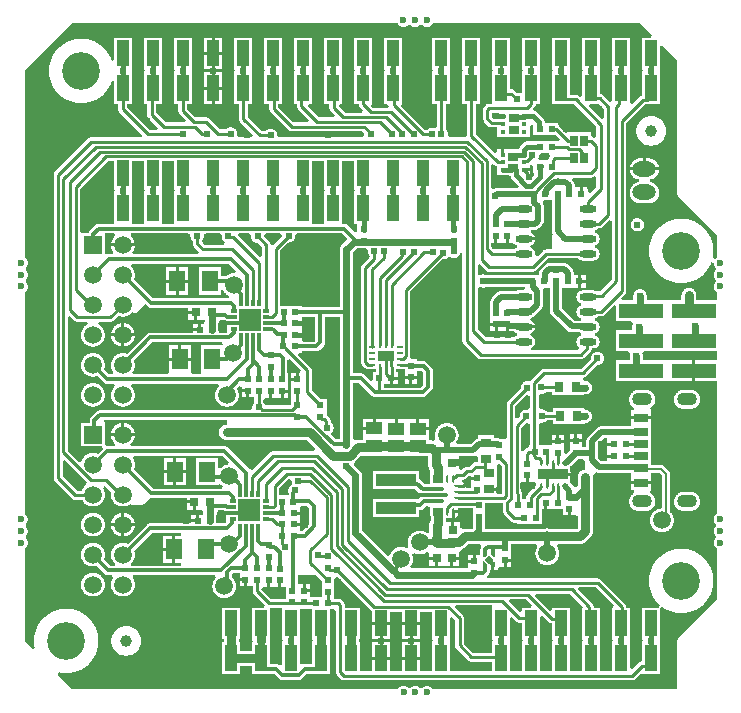
<source format=gtl>
G04*
G04 #@! TF.GenerationSoftware,Altium Limited,Altium Designer,22.6.1 (34)*
G04*
G04 Layer_Physical_Order=1*
G04 Layer_Color=255*
%FSLAX24Y24*%
%MOIN*%
G70*
G04*
G04 #@! TF.SameCoordinates,96953D4B-66F2-4494-BDAD-B8F046598AF4*
G04*
G04*
G04 #@! TF.FilePolarity,Positive*
G04*
G01*
G75*
%ADD10C,0.0098*%
%ADD15C,0.0079*%
%ADD16C,0.0060*%
%ADD18C,0.0118*%
%ADD23O,0.0571X0.0236*%
%ADD24R,0.0315X0.0295*%
%ADD25R,0.0295X0.0315*%
%ADD26R,0.0217X0.0236*%
%ADD27R,0.0236X0.0217*%
%ADD28R,0.1339X0.0386*%
%ADD29R,0.1339X0.0386*%
%ADD30R,0.0472X0.0276*%
%ADD31R,0.0472X0.0299*%
%ADD32R,0.0472X0.0315*%
%ADD33R,0.0098X0.0187*%
%ADD34R,0.0187X0.0098*%
%ADD35R,0.0728X0.0728*%
%ADD36R,0.0248X0.0118*%
%ADD37R,0.0118X0.0248*%
G04:AMPARAMS|DCode=38|XSize=9.8mil|YSize=23.6mil|CornerRadius=2.5mil|HoleSize=0mil|Usage=FLASHONLY|Rotation=180.000|XOffset=0mil|YOffset=0mil|HoleType=Round|Shape=RoundedRectangle|*
%AMROUNDEDRECTD38*
21,1,0.0098,0.0187,0,0,180.0*
21,1,0.0049,0.0236,0,0,180.0*
1,1,0.0049,-0.0025,0.0094*
1,1,0.0049,0.0025,0.0094*
1,1,0.0049,0.0025,-0.0094*
1,1,0.0049,-0.0025,-0.0094*
%
%ADD38ROUNDEDRECTD38*%
G04:AMPARAMS|DCode=40|XSize=9.8mil|YSize=23.6mil|CornerRadius=2.5mil|HoleSize=0mil|Usage=FLASHONLY|Rotation=270.000|XOffset=0mil|YOffset=0mil|HoleType=Round|Shape=RoundedRectangle|*
%AMROUNDEDRECTD40*
21,1,0.0098,0.0187,0,0,270.0*
21,1,0.0049,0.0236,0,0,270.0*
1,1,0.0049,-0.0094,-0.0025*
1,1,0.0049,-0.0094,0.0025*
1,1,0.0049,0.0094,0.0025*
1,1,0.0049,0.0094,-0.0025*
%
%ADD40ROUNDEDRECTD40*%
%ADD41P,0.0278X4X90.0*%
G04:AMPARAMS|DCode=42|XSize=19.7mil|YSize=9.8mil|CornerRadius=2.5mil|HoleSize=0mil|Usage=FLASHONLY|Rotation=90.000|XOffset=0mil|YOffset=0mil|HoleType=Round|Shape=RoundedRectangle|*
%AMROUNDEDRECTD42*
21,1,0.0197,0.0049,0,0,90.0*
21,1,0.0148,0.0098,0,0,90.0*
1,1,0.0049,0.0025,0.0074*
1,1,0.0049,0.0025,-0.0074*
1,1,0.0049,-0.0025,-0.0074*
1,1,0.0049,-0.0025,0.0074*
%
%ADD42ROUNDEDRECTD42*%
%ADD43R,0.0531X0.0709*%
%ADD44R,0.0335X0.0315*%
%ADD45R,0.0362X0.0280*%
%ADD46R,0.0177X0.0165*%
%ADD47R,0.1500X0.0500*%
%ADD48R,0.0402X0.0862*%
%ADD49R,0.0256X0.0335*%
%ADD50R,0.0300X0.0320*%
%ADD51R,0.0197X0.0236*%
%ADD52R,0.0236X0.0197*%
%ADD53R,0.0551X0.0433*%
%ADD74R,0.0118X0.0091*%
%ADD95C,0.0591*%
G04:AMPARAMS|DCode=96|XSize=13.8mil|YSize=27.6mil|CornerRadius=3.4mil|HoleSize=0mil|Usage=FLASHONLY|Rotation=180.000|XOffset=0mil|YOffset=0mil|HoleType=Round|Shape=RoundedRectangle|*
%AMROUNDEDRECTD96*
21,1,0.0138,0.0207,0,0,180.0*
21,1,0.0069,0.0276,0,0,180.0*
1,1,0.0069,-0.0034,0.0103*
1,1,0.0069,0.0034,0.0103*
1,1,0.0069,0.0034,-0.0103*
1,1,0.0069,-0.0034,-0.0103*
%
%ADD96ROUNDEDRECTD96*%
G04:AMPARAMS|DCode=97|XSize=13.8mil|YSize=57.1mil|CornerRadius=3.4mil|HoleSize=0mil|Usage=FLASHONLY|Rotation=270.000|XOffset=0mil|YOffset=0mil|HoleType=Round|Shape=RoundedRectangle|*
%AMROUNDEDRECTD97*
21,1,0.0138,0.0502,0,0,270.0*
21,1,0.0069,0.0571,0,0,270.0*
1,1,0.0069,-0.0251,-0.0034*
1,1,0.0069,-0.0251,0.0034*
1,1,0.0069,0.0251,0.0034*
1,1,0.0069,0.0251,-0.0034*
%
%ADD97ROUNDEDRECTD97*%
G04:AMPARAMS|DCode=98|XSize=13.8mil|YSize=70.9mil|CornerRadius=3.4mil|HoleSize=0mil|Usage=FLASHONLY|Rotation=270.000|XOffset=0mil|YOffset=0mil|HoleType=Round|Shape=RoundedRectangle|*
%AMROUNDEDRECTD98*
21,1,0.0138,0.0640,0,0,270.0*
21,1,0.0069,0.0709,0,0,270.0*
1,1,0.0069,-0.0320,-0.0034*
1,1,0.0069,-0.0320,0.0034*
1,1,0.0069,0.0320,0.0034*
1,1,0.0069,0.0320,-0.0034*
%
%ADD98ROUNDEDRECTD98*%
G04:AMPARAMS|DCode=99|XSize=35.4mil|YSize=102.4mil|CornerRadius=4.4mil|HoleSize=0mil|Usage=FLASHONLY|Rotation=270.000|XOffset=0mil|YOffset=0mil|HoleType=Round|Shape=RoundedRectangle|*
%AMROUNDEDRECTD99*
21,1,0.0354,0.0935,0,0,270.0*
21,1,0.0266,0.1024,0,0,270.0*
1,1,0.0089,-0.0468,-0.0133*
1,1,0.0089,-0.0468,0.0133*
1,1,0.0089,0.0468,0.0133*
1,1,0.0089,0.0468,-0.0133*
%
%ADD99ROUNDEDRECTD99*%
%ADD100C,0.0394*%
%ADD101C,0.0197*%
%ADD102C,0.0165*%
%ADD103C,0.0236*%
%ADD104C,0.0315*%
%ADD105C,0.0094*%
%ADD106C,0.0300*%
%ADD107C,0.0138*%
%ADD108C,0.0157*%
%ADD109C,0.0150*%
%ADD110R,0.0197X0.0276*%
%ADD111R,0.0591X0.0591*%
%ADD112C,0.0236*%
%ADD113O,0.0669X0.0433*%
%ADD114O,0.0787X0.0512*%
%ADD115C,0.1260*%
%ADD116C,0.0240*%
%ADD117C,0.0197*%
%ADD118C,0.0240*%
G36*
X21034Y21905D02*
X21003Y21831D01*
X20699D01*
Y20769D01*
X20703D01*
X20718Y20753D01*
Y20751D01*
X20699Y20678D01*
X20699D01*
Y19908D01*
X20685Y19903D01*
X20667Y19894D01*
X20651Y19883D01*
X20636Y19870D01*
X20380Y19614D01*
X20301Y19648D01*
Y20678D01*
X20301D01*
X20282Y20751D01*
Y20753D01*
X20297Y20769D01*
X20301D01*
Y21831D01*
X19699D01*
Y20769D01*
X19703D01*
X19718Y20753D01*
Y20751D01*
X19699Y20678D01*
X19699D01*
Y19719D01*
X19619Y19686D01*
X19397Y19908D01*
X19382Y19921D01*
X19366Y19932D01*
X19348Y19941D01*
X19329Y19947D01*
X19310Y19951D01*
X19301Y19951D01*
Y20678D01*
X19301D01*
X19282Y20751D01*
Y20753D01*
X19297Y20769D01*
X19301D01*
Y21831D01*
X18699D01*
Y20769D01*
X18703D01*
X18718Y20753D01*
Y20751D01*
X18699Y20678D01*
X18699D01*
Y19873D01*
X18625Y19843D01*
X18596Y19872D01*
X18581Y19885D01*
X18565Y19896D01*
X18547Y19905D01*
X18529Y19911D01*
X18510Y19915D01*
X18490Y19916D01*
X18301D01*
Y20678D01*
X18301D01*
X18282Y20751D01*
Y20753D01*
X18297Y20769D01*
X18301D01*
Y21831D01*
X17699D01*
Y20769D01*
X17703D01*
X17718Y20753D01*
Y20751D01*
X17699Y20678D01*
X17699D01*
Y19615D01*
X18301D01*
Y19617D01*
X18428D01*
X19176Y18869D01*
Y18511D01*
X19102Y18480D01*
X19088Y18494D01*
X19073Y18507D01*
X19057Y18518D01*
X19040Y18527D01*
X19021Y18533D01*
X19004Y18536D01*
Y18666D01*
X18213D01*
Y18666D01*
X18175Y18650D01*
X17932Y18894D01*
X17917Y18907D01*
X17906Y18914D01*
Y18990D01*
X17455D01*
Y19007D01*
X17454Y19031D01*
X17449Y19054D01*
X17442Y19077D01*
X17431Y19099D01*
X17418Y19119D01*
X17402Y19137D01*
X17203Y19335D01*
X17185Y19351D01*
X17166Y19364D01*
X17144Y19375D01*
X17121Y19382D01*
X17098Y19387D01*
X17097Y19387D01*
X17058Y19461D01*
X17106Y19509D01*
X17119Y19524D01*
X17129Y19540D01*
X17138Y19558D01*
X17144Y19576D01*
X17148Y19595D01*
X17150Y19615D01*
Y19615D01*
X17301D01*
Y20678D01*
X17301D01*
X17282Y20751D01*
Y20753D01*
X17297Y20769D01*
X17301D01*
Y21831D01*
X16699D01*
Y20769D01*
X16703D01*
X16718Y20753D01*
Y20751D01*
X16699Y20678D01*
X16699D01*
Y20015D01*
X16688Y20002D01*
X16653Y19981D01*
X16619Y19968D01*
X16604Y19975D01*
X16581Y19981D01*
X16556Y19986D01*
X16531Y19987D01*
X16523Y19986D01*
X16448Y20062D01*
X16433Y20074D01*
X16417Y20085D01*
X16399Y20094D01*
X16381Y20100D01*
X16362Y20104D01*
X16342Y20105D01*
X16301D01*
Y20678D01*
X16301D01*
X16282Y20751D01*
Y20753D01*
X16297Y20769D01*
X16301D01*
Y21831D01*
X15699D01*
Y20769D01*
X15703D01*
X15718Y20753D01*
Y20751D01*
X15699Y20678D01*
X15699D01*
Y19631D01*
X15595D01*
X15576Y19629D01*
X15556Y19626D01*
X15538Y19619D01*
X15520Y19611D01*
X15504Y19600D01*
X15489Y19587D01*
X15432Y19529D01*
X15419Y19514D01*
X15408Y19498D01*
X15399Y19481D01*
X15393Y19462D01*
X15389Y19443D01*
X15388Y19423D01*
Y19127D01*
X15389Y19107D01*
X15393Y19088D01*
X15399Y19070D01*
X15408Y19052D01*
X15419Y19036D01*
X15432Y19021D01*
X15575Y18877D01*
X15590Y18864D01*
X15606Y18854D01*
X15624Y18845D01*
X15642Y18839D01*
X15662Y18835D01*
X15681Y18834D01*
X15870D01*
Y18511D01*
X16248D01*
Y18523D01*
X16583D01*
Y18511D01*
X16960D01*
Y18898D01*
X17040Y18938D01*
X17076Y18911D01*
Y18574D01*
X17829D01*
X17952Y18450D01*
X17900Y18390D01*
X17076D01*
Y18372D01*
X16867D01*
X16843Y18370D01*
X16819Y18366D01*
X16797Y18358D01*
X16775Y18348D01*
X16755Y18334D01*
X16737Y18318D01*
X16640Y18222D01*
X16625Y18204D01*
X16611Y18184D01*
X16601Y18162D01*
X16593Y18139D01*
X16588Y18116D01*
X16588Y18114D01*
X16575D01*
Y18102D01*
X16240D01*
Y18114D01*
X16101D01*
Y17931D01*
X16001D01*
Y18114D01*
X15863D01*
Y18016D01*
X15789Y17986D01*
X15150Y18625D01*
Y19615D01*
X15301D01*
Y20678D01*
X15301D01*
X15282Y20751D01*
Y20753D01*
X15297Y20769D01*
X15301D01*
Y21831D01*
X14699D01*
Y20769D01*
X14703D01*
X14718Y20753D01*
Y20751D01*
X14699Y20678D01*
X14699D01*
Y19615D01*
X14850D01*
Y18563D01*
X14800Y18516D01*
X14779Y18506D01*
X14290D01*
X14266Y18522D01*
X14228Y18573D01*
X14225Y18586D01*
X14226Y18602D01*
X14225Y18627D01*
X14221Y18651D01*
X14214Y18675D01*
X14204Y18698D01*
X14193Y18720D01*
X14178Y18740D01*
X14162Y18758D01*
X14155Y18764D01*
Y19615D01*
X14301D01*
Y20678D01*
X14301D01*
X14282Y20751D01*
Y20753D01*
X14297Y20769D01*
X14301D01*
Y21831D01*
X13699D01*
Y20769D01*
X13703D01*
X13718Y20753D01*
Y20751D01*
X13699Y20678D01*
X13699D01*
Y19615D01*
X13856D01*
Y18862D01*
X13837Y18841D01*
X13779Y18810D01*
X13755Y18817D01*
X13730Y18821D01*
X13706Y18823D01*
X13681Y18821D01*
X13657Y18817D01*
X13633Y18810D01*
X13610Y18801D01*
X13588Y18789D01*
X13568Y18775D01*
X13550Y18758D01*
X13546Y18754D01*
X13466Y18753D01*
X12672Y19547D01*
X12701Y19615D01*
X12701D01*
Y20678D01*
X12701D01*
X12682Y20751D01*
Y20753D01*
X12697Y20769D01*
X12701D01*
Y21831D01*
X12099D01*
Y20769D01*
X12103D01*
X12118Y20753D01*
Y20751D01*
X12099Y20678D01*
X12099D01*
Y19615D01*
X12210D01*
X12238Y19581D01*
X12248Y19550D01*
X12198Y19486D01*
X11728D01*
X11671Y19543D01*
X11701Y19615D01*
X11701D01*
Y20678D01*
X11701D01*
X11682Y20751D01*
Y20753D01*
X11697Y20769D01*
X11701D01*
Y21831D01*
X11099D01*
Y20769D01*
X11103D01*
X11118Y20753D01*
Y20751D01*
X11099Y20678D01*
X11099D01*
Y19615D01*
X11247D01*
Y19606D01*
X11248Y19587D01*
X11252Y19567D01*
X11258Y19549D01*
X11267Y19531D01*
X11278Y19515D01*
X11291Y19500D01*
X11390Y19401D01*
X11359Y19327D01*
X10804D01*
X10596Y19535D01*
X10629Y19615D01*
X10701D01*
Y20678D01*
X10701D01*
X10682Y20751D01*
Y20753D01*
X10697Y20769D01*
X10701D01*
Y21831D01*
X10099D01*
Y20769D01*
X10103D01*
X10118Y20753D01*
Y20751D01*
X10099Y20678D01*
X10099D01*
Y19615D01*
X10271D01*
Y19499D01*
X10272Y19480D01*
X10276Y19461D01*
X10282Y19442D01*
X10291Y19425D01*
X10302Y19408D01*
X10315Y19394D01*
X10465Y19244D01*
X10434Y19170D01*
X9938D01*
X9566Y19541D01*
X9597Y19615D01*
X9701D01*
Y20678D01*
X9701D01*
X9682Y20751D01*
Y20753D01*
X9697Y20769D01*
X9701D01*
Y21831D01*
X9099D01*
Y20769D01*
X9103D01*
X9118Y20753D01*
Y20751D01*
X9099Y20678D01*
X9099D01*
Y19615D01*
X9193D01*
Y19554D01*
X9194Y19534D01*
X9198Y19515D01*
X9204Y19497D01*
X9213Y19479D01*
X9224Y19463D01*
X9237Y19448D01*
X9601Y19084D01*
X9570Y19011D01*
X9074D01*
X8571Y19514D01*
Y19615D01*
X8701D01*
Y20678D01*
X8701D01*
X8682Y20751D01*
Y20753D01*
X8697Y20769D01*
X8701D01*
Y21831D01*
X8099D01*
Y20769D01*
X8103D01*
X8118Y20753D01*
Y20751D01*
X8099Y20678D01*
X8099D01*
Y19615D01*
X8272D01*
Y19452D01*
X8273Y19432D01*
X8277Y19413D01*
X8283Y19394D01*
X8292Y19377D01*
X8303Y19361D01*
X8316Y19346D01*
X8906Y18755D01*
X8921Y18742D01*
X8937Y18732D01*
X8955Y18723D01*
X8973Y18717D01*
X8992Y18713D01*
X9012Y18711D01*
X11371D01*
X11434Y18648D01*
X11431Y18627D01*
X11429Y18602D01*
X11430Y18586D01*
X11427Y18573D01*
X11389Y18522D01*
X11366Y18506D01*
X8602D01*
X8581Y18520D01*
X8533Y18576D01*
X8532Y18600D01*
X8528Y18625D01*
X8521Y18648D01*
X8512Y18671D01*
X8500Y18693D01*
X8485Y18713D01*
X8469Y18731D01*
X8450Y18748D01*
X8430Y18762D01*
X8409Y18774D01*
X8386Y18784D01*
X8362Y18790D01*
X8338Y18795D01*
X8313Y18796D01*
X8288Y18795D01*
X8264Y18790D01*
X8240Y18784D01*
X8217Y18774D01*
X8196Y18762D01*
X8176Y18748D01*
X8157Y18731D01*
X8151Y18725D01*
X8011D01*
X7547Y19189D01*
Y19615D01*
X7701D01*
Y20678D01*
X7701D01*
X7682Y20751D01*
Y20753D01*
X7697Y20769D01*
X7701D01*
Y21831D01*
X7099D01*
Y20769D01*
X7103D01*
X7118Y20753D01*
Y20751D01*
X7099Y20678D01*
X7099D01*
Y19615D01*
X7248D01*
Y19127D01*
X7249Y19107D01*
X7253Y19088D01*
X7259Y19070D01*
X7268Y19052D01*
X7279Y19036D01*
X7292Y19021D01*
X7733Y18580D01*
X7703Y18506D01*
X7265D01*
X7247Y18517D01*
X7221Y18550D01*
X7205Y18586D01*
X7207Y18597D01*
X7209Y18622D01*
X7207Y18647D01*
X7203Y18671D01*
X7196Y18695D01*
X7187Y18718D01*
X7175Y18739D01*
X7161Y18759D01*
X7144Y18778D01*
X7126Y18794D01*
X7105Y18809D01*
X7084Y18821D01*
X7061Y18830D01*
X7037Y18837D01*
X7013Y18841D01*
X6988Y18842D01*
X6964Y18841D01*
X6939Y18837D01*
X6915Y18830D01*
X6893Y18821D01*
X6871Y18809D01*
X6851Y18794D01*
X6832Y18778D01*
X6827Y18772D01*
X6637D01*
X6277Y19131D01*
X6262Y19144D01*
X6246Y19155D01*
X6228Y19164D01*
X6210Y19170D01*
X6191Y19174D01*
X6171Y19175D01*
X5809D01*
X5539Y19445D01*
Y19615D01*
X5701D01*
Y20678D01*
X5701D01*
X5682Y20751D01*
Y20753D01*
X5697Y20769D01*
X5701D01*
Y21831D01*
X5099D01*
Y20769D01*
X5103D01*
X5118Y20753D01*
Y20751D01*
X5099Y20678D01*
X5099D01*
Y19615D01*
X5240D01*
Y19383D01*
X5242Y19363D01*
X5245Y19344D01*
X5252Y19325D01*
X5260Y19308D01*
X5271Y19292D01*
X5284Y19277D01*
X5479Y19082D01*
X5449Y19008D01*
X4815D01*
X4496Y19326D01*
Y19615D01*
X4701D01*
Y20678D01*
X4701D01*
X4682Y20751D01*
Y20753D01*
X4697Y20769D01*
X4701D01*
Y21831D01*
X4099D01*
Y20769D01*
X4103D01*
X4118Y20753D01*
Y20751D01*
X4099Y20678D01*
X4099D01*
Y19615D01*
X4197D01*
Y19265D01*
X4198Y19245D01*
X4202Y19226D01*
X4208Y19207D01*
X4217Y19190D01*
X4228Y19174D01*
X4241Y19159D01*
X4568Y18832D01*
X4535Y18752D01*
X4293D01*
X3531Y19514D01*
Y19615D01*
X3701D01*
Y20678D01*
X3701D01*
X3682Y20751D01*
Y20753D01*
X3697Y20769D01*
X3701D01*
Y21831D01*
X3099D01*
Y21078D01*
X3023Y21055D01*
X3004Y21109D01*
X2982Y21161D01*
X2958Y21211D01*
X2931Y21261D01*
X2902Y21309D01*
X2870Y21355D01*
X2836Y21400D01*
X2799Y21443D01*
X2760Y21484D01*
X2719Y21522D01*
X2677Y21559D01*
X2632Y21593D01*
X2586Y21625D01*
X2538Y21654D01*
X2488Y21681D01*
X2437Y21706D01*
X2385Y21727D01*
X2332Y21746D01*
X2278Y21762D01*
X2224Y21775D01*
X2168Y21785D01*
X2112Y21793D01*
X2056Y21797D01*
X2000Y21798D01*
X1944Y21797D01*
X1888Y21793D01*
X1832Y21785D01*
X1776Y21775D01*
X1722Y21762D01*
X1668Y21746D01*
X1615Y21727D01*
X1563Y21706D01*
X1512Y21681D01*
X1462Y21654D01*
X1414Y21625D01*
X1368Y21593D01*
X1323Y21559D01*
X1281Y21522D01*
X1240Y21484D01*
X1201Y21443D01*
X1164Y21400D01*
X1130Y21355D01*
X1098Y21309D01*
X1069Y21261D01*
X1042Y21211D01*
X1018Y21161D01*
X996Y21109D01*
X977Y21055D01*
X961Y21002D01*
X948Y20947D01*
X938Y20891D01*
X931Y20836D01*
X926Y20780D01*
X925Y20723D01*
X926Y20667D01*
X931Y20611D01*
X938Y20555D01*
X948Y20500D01*
X961Y20445D01*
X977Y20391D01*
X996Y20338D01*
X1018Y20286D01*
X1042Y20235D01*
X1069Y20186D01*
X1098Y20138D01*
X1130Y20091D01*
X1164Y20047D01*
X1201Y20004D01*
X1240Y19963D01*
X1281Y19924D01*
X1323Y19888D01*
X1368Y19853D01*
X1414Y19821D01*
X1462Y19792D01*
X1512Y19765D01*
X1563Y19741D01*
X1615Y19719D01*
X1668Y19701D01*
X1722Y19685D01*
X1776Y19671D01*
X1832Y19661D01*
X1888Y19654D01*
X1944Y19649D01*
X2000Y19648D01*
X2056Y19649D01*
X2112Y19654D01*
X2168Y19661D01*
X2224Y19671D01*
X2278Y19685D01*
X2332Y19701D01*
X2385Y19719D01*
X2437Y19741D01*
X2488Y19765D01*
X2538Y19792D01*
X2586Y19821D01*
X2632Y19853D01*
X2677Y19888D01*
X2719Y19924D01*
X2760Y19963D01*
X2799Y20004D01*
X2836Y20047D01*
X2870Y20091D01*
X2902Y20138D01*
X2931Y20186D01*
X2958Y20235D01*
X2982Y20286D01*
X3004Y20338D01*
X3023Y20391D01*
X3099Y20368D01*
Y19615D01*
X3232D01*
Y19452D01*
X3234Y19432D01*
X3237Y19413D01*
X3244Y19394D01*
X3252Y19377D01*
X3263Y19361D01*
X3276Y19346D01*
X4042Y18580D01*
X4012Y18506D01*
X2323D01*
X2303Y18505D01*
X2284Y18501D01*
X2266Y18494D01*
X2248Y18486D01*
X2232Y18475D01*
X2217Y18462D01*
X1125Y17370D01*
X1112Y17355D01*
X1101Y17339D01*
X1092Y17321D01*
X1086Y17302D01*
X1082Y17283D01*
X1081Y17264D01*
Y7147D01*
X1082Y7128D01*
X1086Y7108D01*
X1092Y7090D01*
X1101Y7072D01*
X1112Y7056D01*
X1125Y7041D01*
X1704Y6462D01*
X1719Y6449D01*
X1735Y6438D01*
X1752Y6430D01*
X1771Y6423D01*
X1790Y6419D01*
X1810Y6418D01*
X2038D01*
X2047Y6401D01*
X2066Y6372D01*
X2087Y6345D01*
X2110Y6319D01*
X2135Y6296D01*
X2163Y6275D01*
X2192Y6257D01*
X2223Y6241D01*
X2254Y6227D01*
X2287Y6217D01*
X2321Y6210D01*
X2355Y6205D01*
X2390Y6204D01*
X2424Y6205D01*
X2458Y6210D01*
X2492Y6217D01*
X2525Y6227D01*
X2557Y6241D01*
X2588Y6257D01*
X2617Y6275D01*
X2644Y6296D01*
X2670Y6319D01*
X2693Y6345D01*
X2714Y6372D01*
X2732Y6401D01*
X2748Y6432D01*
X2762Y6464D01*
X2772Y6497D01*
X2779Y6531D01*
X2784Y6565D01*
X2785Y6599D01*
X2784Y6634D01*
X2779Y6668D01*
X2772Y6702D01*
X2762Y6735D01*
X2748Y6766D01*
X2732Y6797D01*
X2726Y6807D01*
X2747Y6864D01*
X2767Y6888D01*
X2809Y6890D01*
X3006Y6693D01*
X3000Y6668D01*
X2996Y6634D01*
X2994Y6599D01*
X2996Y6565D01*
X3000Y6531D01*
X3008Y6497D01*
X3018Y6464D01*
X3031Y6432D01*
X3047Y6401D01*
X3066Y6372D01*
X3087Y6345D01*
X3110Y6319D01*
X3135Y6296D01*
X3163Y6275D01*
X3192Y6257D01*
X3223Y6241D01*
X3254Y6227D01*
X3287Y6217D01*
X3321Y6210D01*
X3355Y6205D01*
X3390Y6204D01*
X3424Y6205D01*
X3458Y6210D01*
X3492Y6217D01*
X3525Y6227D01*
X3557Y6241D01*
X3588Y6257D01*
X3617Y6275D01*
X3636Y6290D01*
X3648Y6280D01*
X3661Y6272D01*
X3676Y6266D01*
X3691Y6262D01*
X3707Y6261D01*
X4022D01*
X4037Y6262D01*
X4053Y6266D01*
X4067Y6272D01*
X4081Y6280D01*
X4093Y6290D01*
X4280Y6477D01*
X4284Y6482D01*
X4300Y6479D01*
X4321Y6477D01*
X5526D01*
Y6401D01*
X5774D01*
Y6351D01*
X5824D01*
Y6094D01*
X6001D01*
X6021Y6083D01*
X6064Y6038D01*
X6067Y6014D01*
X6067Y6006D01*
Y5930D01*
X5942D01*
Y5731D01*
X5892D01*
Y5681D01*
X5674D01*
Y5644D01*
X4307D01*
X4286Y5643D01*
X4266Y5639D01*
X4246Y5632D01*
X4227Y5623D01*
X4210Y5611D01*
X4194Y5598D01*
X3555Y4959D01*
X3525Y4971D01*
X3492Y4981D01*
X3458Y4989D01*
X3424Y4993D01*
X3390Y4995D01*
X3355Y4993D01*
X3321Y4989D01*
X3287Y4981D01*
X3254Y4971D01*
X3223Y4958D01*
X3192Y4942D01*
X3163Y4923D01*
X3135Y4902D01*
X3110Y4879D01*
X3087Y4854D01*
X3066Y4826D01*
X3047Y4797D01*
X3031Y4766D01*
X3018Y4735D01*
X3008Y4702D01*
X3000Y4668D01*
X2996Y4634D01*
X2994Y4599D01*
X2996Y4565D01*
X3000Y4530D01*
X3008Y4497D01*
X3018Y4464D01*
X3031Y4432D01*
X3047Y4401D01*
X3066Y4372D01*
X3087Y4345D01*
X3110Y4319D01*
X3123Y4307D01*
X3115Y4263D01*
X3094Y4227D01*
X2956D01*
X2749Y4434D01*
X2762Y4464D01*
X2772Y4497D01*
X2779Y4530D01*
X2784Y4565D01*
X2785Y4599D01*
X2784Y4634D01*
X2779Y4668D01*
X2772Y4702D01*
X2762Y4735D01*
X2748Y4766D01*
X2732Y4797D01*
X2714Y4826D01*
X2693Y4854D01*
X2670Y4879D01*
X2644Y4902D01*
X2617Y4923D01*
X2588Y4942D01*
X2557Y4958D01*
X2525Y4971D01*
X2492Y4981D01*
X2458Y4989D01*
X2424Y4993D01*
X2390Y4995D01*
X2355Y4993D01*
X2321Y4989D01*
X2287Y4981D01*
X2254Y4971D01*
X2223Y4958D01*
X2192Y4942D01*
X2163Y4923D01*
X2135Y4902D01*
X2110Y4879D01*
X2087Y4854D01*
X2066Y4826D01*
X2047Y4797D01*
X2031Y4766D01*
X2018Y4735D01*
X2008Y4702D01*
X2000Y4668D01*
X1996Y4634D01*
X1994Y4599D01*
X1996Y4565D01*
X2000Y4530D01*
X2008Y4497D01*
X2018Y4464D01*
X2031Y4432D01*
X2047Y4401D01*
X2066Y4372D01*
X2087Y4345D01*
X2110Y4319D01*
X2135Y4296D01*
X2163Y4275D01*
X2192Y4257D01*
X2223Y4241D01*
X2254Y4227D01*
X2287Y4217D01*
X2321Y4210D01*
X2355Y4205D01*
X2390Y4204D01*
X2424Y4205D01*
X2458Y4210D01*
X2492Y4217D01*
X2510Y4223D01*
X2777Y3955D01*
X2793Y3941D01*
X2810Y3930D01*
X2829Y3920D01*
X2849Y3914D01*
X2869Y3910D01*
X2890Y3908D01*
X3028D01*
X3037Y3900D01*
X3067Y3828D01*
X3066Y3826D01*
X3047Y3797D01*
X3031Y3766D01*
X3018Y3735D01*
X3008Y3702D01*
X3000Y3668D01*
X2996Y3634D01*
X2994Y3599D01*
X2996Y3565D01*
X3000Y3530D01*
X3008Y3497D01*
X3018Y3464D01*
X3031Y3432D01*
X3047Y3401D01*
X3066Y3372D01*
X3087Y3345D01*
X3110Y3319D01*
X3135Y3296D01*
X3163Y3275D01*
X3192Y3257D01*
X3223Y3241D01*
X3254Y3227D01*
X3287Y3217D01*
X3321Y3210D01*
X3355Y3205D01*
X3390Y3204D01*
X3424Y3205D01*
X3458Y3210D01*
X3492Y3217D01*
X3525Y3227D01*
X3557Y3241D01*
X3588Y3257D01*
X3617Y3275D01*
X3644Y3296D01*
X3670Y3319D01*
X3693Y3345D01*
X3714Y3372D01*
X3732Y3401D01*
X3748Y3432D01*
X3762Y3464D01*
X3772Y3497D01*
X3779Y3530D01*
X3784Y3565D01*
X3785Y3599D01*
X3784Y3634D01*
X3779Y3668D01*
X3772Y3702D01*
X3762Y3735D01*
X3748Y3766D01*
X3732Y3797D01*
X3714Y3826D01*
X3712Y3828D01*
X3742Y3900D01*
X3751Y3908D01*
X6460D01*
X6491Y3828D01*
X6488Y3826D01*
X6465Y3800D01*
X6444Y3773D01*
X6425Y3744D01*
X6409Y3713D01*
X6396Y3681D01*
X6386Y3648D01*
X6378Y3615D01*
X6374Y3581D01*
X6372Y3546D01*
X6374Y3512D01*
X6378Y3477D01*
X6386Y3444D01*
X6396Y3411D01*
X6409Y3379D01*
X6425Y3348D01*
X6444Y3319D01*
X6465Y3292D01*
X6488Y3266D01*
X6513Y3243D01*
X6541Y3222D01*
X6570Y3203D01*
X6601Y3187D01*
X6632Y3174D01*
X6665Y3164D01*
X6699Y3156D01*
X6733Y3152D01*
X6768Y3150D01*
X6802Y3152D01*
X6836Y3156D01*
X6870Y3164D01*
X6903Y3174D01*
X6935Y3187D01*
X6966Y3203D01*
X6995Y3222D01*
X7022Y3243D01*
X7047Y3266D01*
X7071Y3292D01*
X7092Y3319D01*
X7110Y3348D01*
X7126Y3379D01*
X7140Y3411D01*
X7150Y3444D01*
X7157Y3477D01*
X7162Y3512D01*
X7163Y3546D01*
X7162Y3581D01*
X7157Y3615D01*
X7150Y3648D01*
X7140Y3681D01*
X7126Y3713D01*
X7110Y3744D01*
X7092Y3773D01*
X7071Y3800D01*
X7047Y3826D01*
X7022Y3849D01*
X7018Y3853D01*
Y3935D01*
X7070Y3987D01*
X7278D01*
Y3803D01*
X7476D01*
Y3753D01*
X7526D01*
Y3535D01*
X7711D01*
Y3389D01*
X7712Y3369D01*
X7716Y3350D01*
X7722Y3331D01*
X7731Y3314D01*
X7742Y3298D01*
X7754Y3283D01*
X8126Y2911D01*
X8093Y2831D01*
X7699D01*
Y1769D01*
X7699D01*
X7712Y1689D01*
X7699Y1678D01*
X7699D01*
Y1397D01*
X7301D01*
Y1678D01*
X7250D01*
Y1769D01*
X7301D01*
Y2831D01*
X6699D01*
Y1769D01*
X6750D01*
Y1678D01*
X6699D01*
Y615D01*
X7301D01*
Y896D01*
X7699D01*
Y615D01*
X8126D01*
X8132Y615D01*
X8436D01*
X8583Y468D01*
X8600Y453D01*
X8618Y441D01*
X8638Y431D01*
X8659Y424D01*
X8681Y420D01*
X8703Y418D01*
X9254D01*
X9276Y420D01*
X9298Y424D01*
X9319Y431D01*
X9338Y441D01*
X9357Y453D01*
X9373Y468D01*
X9521Y615D01*
X9868D01*
X9874Y615D01*
X10301D01*
Y1678D01*
X10301D01*
X10288Y1689D01*
X10301Y1769D01*
X10301D01*
Y2767D01*
X10441D01*
X10480Y2703D01*
Y699D01*
X10482Y679D01*
X10485Y660D01*
X10492Y642D01*
X10500Y624D01*
X10511Y608D01*
X10524Y593D01*
X10661Y456D01*
X10676Y443D01*
X10692Y432D01*
X10710Y423D01*
X10729Y417D01*
X10748Y413D01*
X10767Y412D01*
X20358D01*
X20377Y413D01*
X20397Y417D01*
X20415Y423D01*
X20433Y432D01*
X20449Y443D01*
X20464Y456D01*
X20646Y638D01*
X20699Y615D01*
Y615D01*
X21301D01*
Y1678D01*
X21301D01*
X21282Y1751D01*
Y1753D01*
X21297Y1769D01*
X21301D01*
Y2760D01*
X21301Y2804D01*
X21352Y2841D01*
X21356Y2843D01*
X21373Y2850D01*
X21414Y2821D01*
X21462Y2792D01*
X21512Y2765D01*
X21563Y2741D01*
X21615Y2719D01*
X21668Y2701D01*
X21722Y2685D01*
X21776Y2671D01*
X21832Y2661D01*
X21888Y2654D01*
X21944Y2649D01*
X22000Y2648D01*
X22056Y2649D01*
X22112Y2654D01*
X22168Y2661D01*
X22224Y2671D01*
X22278Y2685D01*
X22332Y2701D01*
X22385Y2719D01*
X22437Y2741D01*
X22488Y2765D01*
X22538Y2792D01*
X22586Y2821D01*
X22632Y2853D01*
X22677Y2888D01*
X22719Y2924D01*
X22760Y2963D01*
X22799Y3004D01*
X22836Y3047D01*
X22870Y3091D01*
X22902Y3138D01*
X22931Y3186D01*
X22958Y3235D01*
X22982Y3286D01*
X23004Y3338D01*
X23023Y3391D01*
X23039Y3445D01*
X23052Y3500D01*
X23062Y3555D01*
X23069Y3611D01*
X23074Y3667D01*
X23075Y3723D01*
X23074Y3780D01*
X23069Y3836D01*
X23062Y3891D01*
X23052Y3947D01*
X23039Y4002D01*
X23023Y4055D01*
X23004Y4109D01*
X22982Y4161D01*
X22958Y4211D01*
X22931Y4261D01*
X22902Y4309D01*
X22870Y4355D01*
X22836Y4400D01*
X22799Y4443D01*
X22760Y4484D01*
X22719Y4522D01*
X22677Y4559D01*
X22632Y4593D01*
X22586Y4625D01*
X22538Y4654D01*
X22488Y4681D01*
X22437Y4706D01*
X22385Y4727D01*
X22332Y4746D01*
X22278Y4762D01*
X22224Y4775D01*
X22168Y4785D01*
X22112Y4793D01*
X22056Y4797D01*
X22000Y4798D01*
X21944Y4797D01*
X21888Y4793D01*
X21832Y4785D01*
X21776Y4775D01*
X21722Y4762D01*
X21668Y4746D01*
X21615Y4727D01*
X21563Y4706D01*
X21512Y4681D01*
X21462Y4654D01*
X21414Y4625D01*
X21368Y4593D01*
X21323Y4559D01*
X21281Y4522D01*
X21240Y4484D01*
X21201Y4443D01*
X21164Y4400D01*
X21130Y4355D01*
X21098Y4309D01*
X21069Y4261D01*
X21042Y4211D01*
X21018Y4161D01*
X20996Y4109D01*
X20977Y4055D01*
X20961Y4002D01*
X20948Y3947D01*
X20938Y3891D01*
X20931Y3836D01*
X20926Y3780D01*
X20925Y3723D01*
X20926Y3667D01*
X20931Y3611D01*
X20938Y3555D01*
X20948Y3500D01*
X20961Y3445D01*
X20977Y3391D01*
X20996Y3338D01*
X21018Y3286D01*
X21042Y3235D01*
X21069Y3186D01*
X21098Y3138D01*
X21130Y3091D01*
X21164Y3047D01*
X21201Y3004D01*
X21240Y2963D01*
X21281Y2924D01*
X21296Y2911D01*
X21266Y2831D01*
X21232Y2831D01*
X20699D01*
Y1769D01*
X20703D01*
X20718Y1753D01*
Y1751D01*
X20699Y1678D01*
X20699D01*
Y1043D01*
X20690D01*
X20670Y1042D01*
X20651Y1038D01*
X20633Y1032D01*
X20615Y1023D01*
X20599Y1012D01*
X20584Y999D01*
X20375Y790D01*
X20301Y820D01*
Y1678D01*
X20301D01*
X20282Y1751D01*
Y1753D01*
X20297Y1769D01*
X20301D01*
Y2831D01*
X20175D01*
Y2840D01*
X20174Y2860D01*
X20170Y2879D01*
X20164Y2898D01*
X20155Y2915D01*
X20144Y2931D01*
X20131Y2946D01*
X19317Y3760D01*
X19303Y3773D01*
X19286Y3784D01*
X19269Y3792D01*
X19250Y3799D01*
X19231Y3803D01*
X19212Y3804D01*
X15554D01*
X15530Y3844D01*
X15522Y3884D01*
X15581Y3943D01*
X15595Y3958D01*
X15607Y3976D01*
X15616Y3994D01*
X15622Y4014D01*
X15627Y4035D01*
X15628Y4055D01*
Y4076D01*
X15674D01*
Y4176D01*
X15665D01*
Y4267D01*
X15744Y4345D01*
X15783D01*
Y4176D01*
X15774D01*
Y4076D01*
X15883D01*
Y4137D01*
X15939Y4194D01*
X16088D01*
Y4412D01*
X16138D01*
Y4462D01*
X16336D01*
Y4588D01*
Y4800D01*
X16337Y4806D01*
Y4942D01*
X17169D01*
X17206Y4875D01*
X17209Y4862D01*
X17193Y4836D01*
X17177Y4806D01*
X17164Y4774D01*
X17153Y4741D01*
X17146Y4707D01*
X17141Y4673D01*
X17140Y4639D01*
X17141Y4604D01*
X17146Y4570D01*
X17153Y4536D01*
X17164Y4503D01*
X17177Y4471D01*
X17193Y4441D01*
X17211Y4412D01*
X17232Y4384D01*
X17256Y4359D01*
X17281Y4335D01*
X17308Y4314D01*
X17338Y4296D01*
X17368Y4280D01*
X17400Y4267D01*
X17433Y4256D01*
X17467Y4249D01*
X17501Y4244D01*
X17535Y4243D01*
X17570Y4244D01*
X17604Y4249D01*
X17638Y4256D01*
X17671Y4267D01*
X17703Y4280D01*
X17733Y4296D01*
X17762Y4314D01*
X17790Y4335D01*
X17815Y4359D01*
X17839Y4384D01*
X17860Y4412D01*
X17878Y4441D01*
X17894Y4471D01*
X17907Y4503D01*
X17918Y4536D01*
X17925Y4570D01*
X17930Y4604D01*
X17931Y4639D01*
X17930Y4673D01*
X17925Y4707D01*
X17918Y4741D01*
X17907Y4774D01*
X17894Y4806D01*
X17878Y4836D01*
X17862Y4862D01*
X17865Y4875D01*
X17902Y4942D01*
X18621D01*
X18646Y4943D01*
X18671Y4947D01*
X18695Y4953D01*
X18719Y4961D01*
X18742Y4972D01*
X18764Y4985D01*
X18784Y5000D01*
X18803Y5017D01*
X18987Y5202D01*
X18987Y5202D01*
X19004Y5221D01*
X19019Y5241D01*
X19032Y5263D01*
X19043Y5285D01*
X19052Y5309D01*
X19058Y5334D01*
X19062Y5359D01*
X19063Y5384D01*
Y6823D01*
X19062Y6838D01*
Y7177D01*
X19061Y7202D01*
X19058Y7224D01*
X19169Y7335D01*
X19222Y7329D01*
X19244Y7328D01*
X20333D01*
Y7041D01*
X21006D01*
Y7304D01*
X21277D01*
X21362Y7219D01*
Y6144D01*
X21354Y6137D01*
X21320Y6135D01*
X21286Y6131D01*
X21252Y6123D01*
X21219Y6113D01*
X21187Y6100D01*
X21156Y6084D01*
X21127Y6065D01*
X21100Y6044D01*
X21075Y6021D01*
X21051Y5995D01*
X21030Y5968D01*
X21012Y5939D01*
X20996Y5908D01*
X20983Y5876D01*
X20972Y5843D01*
X20965Y5810D01*
X20960Y5775D01*
X20959Y5741D01*
X20960Y5706D01*
X20965Y5672D01*
X20972Y5639D01*
X20983Y5606D01*
X20996Y5574D01*
X21012Y5543D01*
X21030Y5514D01*
X21051Y5487D01*
X21075Y5461D01*
X21100Y5438D01*
X21127Y5417D01*
X21156Y5398D01*
X21187Y5382D01*
X21219Y5369D01*
X21252Y5359D01*
X21286Y5351D01*
X21320Y5347D01*
X21354Y5345D01*
X21389Y5347D01*
X21423Y5351D01*
X21457Y5359D01*
X21490Y5369D01*
X21522Y5382D01*
X21552Y5398D01*
X21581Y5417D01*
X21609Y5438D01*
X21634Y5461D01*
X21657Y5487D01*
X21678Y5514D01*
X21697Y5543D01*
X21713Y5574D01*
X21726Y5606D01*
X21737Y5639D01*
X21744Y5672D01*
X21748Y5706D01*
X21750Y5741D01*
X21748Y5775D01*
X21744Y5810D01*
X21737Y5843D01*
X21726Y5876D01*
X21713Y5908D01*
X21697Y5939D01*
X21678Y5968D01*
X21657Y5995D01*
X21641Y6013D01*
X21642Y6027D01*
Y7276D01*
X21640Y7295D01*
X21637Y7313D01*
X21631Y7330D01*
X21623Y7346D01*
X21613Y7361D01*
X21601Y7375D01*
X21433Y7542D01*
X21420Y7555D01*
X21404Y7565D01*
X21388Y7573D01*
X21371Y7579D01*
X21353Y7582D01*
X21335Y7583D01*
X21006D01*
Y8033D01*
Y8422D01*
Y8899D01*
Y9106D01*
X20333D01*
Y8871D01*
X19335D01*
X19312Y8870D01*
X19290Y8866D01*
X19269Y8860D01*
X19248Y8851D01*
X19229Y8840D01*
X19211Y8827D01*
X19194Y8813D01*
X18893Y8511D01*
X18878Y8495D01*
X18865Y8477D01*
X18854Y8457D01*
X18846Y8436D01*
X18840Y8415D01*
X18836Y8393D01*
X18835Y8371D01*
Y8194D01*
X18689D01*
Y8339D01*
X18292D01*
Y8058D01*
X18172Y7938D01*
X18098Y7969D01*
Y8161D01*
Y8329D01*
X17681D01*
Y8233D01*
X17250D01*
Y8935D01*
X17255Y8947D01*
X17272Y8963D01*
X17330Y8997D01*
X17334Y8996D01*
X17358Y8995D01*
X17383Y8996D01*
X17407Y9000D01*
X17431Y9007D01*
X17454Y9017D01*
X17476Y9029D01*
X17496Y9043D01*
X17514Y9059D01*
X17522Y9068D01*
X17718D01*
Y8955D01*
X18189D01*
X18269Y8955D01*
X18298Y8955D01*
X18769D01*
Y8955D01*
X18805Y8985D01*
X18830Y8986D01*
X18854Y8991D01*
X18878Y8997D01*
X18901Y9007D01*
X18922Y9019D01*
X18943Y9033D01*
X18961Y9050D01*
X18977Y9068D01*
X18992Y9088D01*
X19004Y9110D01*
X19013Y9133D01*
X19020Y9156D01*
X19024Y9181D01*
X19026Y9206D01*
X19024Y9230D01*
X19020Y9255D01*
X19013Y9278D01*
X19004Y9301D01*
X18992Y9323D01*
X18977Y9343D01*
X18961Y9361D01*
X18943Y9378D01*
X18922Y9392D01*
X18901Y9404D01*
X18878Y9414D01*
X18854Y9420D01*
X18830Y9425D01*
X18828Y9425D01*
X18769Y9475D01*
X18769Y9475D01*
X18769Y9475D01*
X18298D01*
X18218Y9475D01*
X18189Y9475D01*
X17718D01*
Y9363D01*
X17522D01*
X17514Y9371D01*
X17496Y9388D01*
X17476Y9402D01*
X17454Y9414D01*
X17431Y9423D01*
X17407Y9430D01*
X17383Y9434D01*
X17358Y9436D01*
X17334Y9434D01*
X17330Y9434D01*
X17272Y9467D01*
X17255Y9484D01*
X17250Y9495D01*
Y9880D01*
X17255Y9892D01*
X17267Y9907D01*
X17329Y9950D01*
X17353Y9951D01*
X17378Y9955D01*
X17402Y9962D01*
X17424Y9971D01*
X17446Y9983D01*
X17466Y9998D01*
X17485Y10014D01*
X17492Y10023D01*
X17690D01*
Y9910D01*
X18160D01*
X18240Y9910D01*
X18270Y9910D01*
X18740D01*
X18740Y9910D01*
X18805Y9940D01*
X18830Y9941D01*
X18854Y9945D01*
X18878Y9952D01*
X18901Y9962D01*
X18922Y9974D01*
X18943Y9988D01*
X18961Y10004D01*
X18977Y10023D01*
X18992Y10043D01*
X19004Y10065D01*
X19013Y10087D01*
X19020Y10111D01*
X19024Y10136D01*
X19026Y10160D01*
X19024Y10185D01*
X19020Y10209D01*
X19013Y10233D01*
X19004Y10256D01*
X18992Y10278D01*
X18977Y10298D01*
X18961Y10316D01*
X18943Y10333D01*
X18922Y10347D01*
X18901Y10359D01*
X18878Y10368D01*
X18854Y10375D01*
X18830Y10379D01*
X18805Y10381D01*
X18740Y10430D01*
X18742Y10439D01*
X18760Y10502D01*
X18773Y10506D01*
X18790Y10515D01*
X18806Y10525D01*
X18821Y10538D01*
X19198Y10915D01*
X19209Y10914D01*
X19233Y10916D01*
X19258Y10920D01*
X19281Y10927D01*
X19304Y10936D01*
X19326Y10948D01*
X19346Y10962D01*
X19365Y10979D01*
X19381Y10997D01*
X19395Y11017D01*
X19407Y11039D01*
X19417Y11062D01*
X19424Y11086D01*
X19428Y11110D01*
X19429Y11135D01*
X19428Y11159D01*
X19424Y11184D01*
X19417Y11207D01*
X19407Y11230D01*
X19395Y11252D01*
X19381Y11272D01*
X19365Y11291D01*
X19346Y11307D01*
X19326Y11321D01*
X19304Y11333D01*
X19281Y11343D01*
X19258Y11350D01*
X19233Y11354D01*
X19209Y11355D01*
X19184Y11354D01*
X19160Y11350D01*
X19136Y11343D01*
X19113Y11333D01*
X19091Y11321D01*
X19071Y11307D01*
X19053Y11291D01*
X19036Y11272D01*
X19022Y11252D01*
X19010Y11230D01*
X19001Y11207D01*
X18994Y11184D01*
X18990Y11159D01*
X18988Y11135D01*
X18989Y11124D01*
X18655Y10790D01*
X17437D01*
X17437Y10790D01*
X17418Y10789D01*
X17399Y10785D01*
X17381Y10779D01*
X17363Y10770D01*
X17347Y10760D01*
X17333Y10747D01*
X16998Y10412D01*
X16985Y10398D01*
X16975Y10382D01*
X16966Y10364D01*
X16962Y10363D01*
X16949Y10368D01*
X16925Y10375D01*
X16901Y10379D01*
X16876Y10381D01*
X16851Y10379D01*
X16827Y10375D01*
X16803Y10368D01*
X16780Y10359D01*
X16759Y10347D01*
X16739Y10333D01*
X16720Y10316D01*
X16704Y10298D01*
X16689Y10278D01*
X16677Y10256D01*
X16668Y10233D01*
X16661Y10209D01*
X16657Y10185D01*
X16656Y10160D01*
X16656Y10149D01*
X16220Y9713D01*
X16208Y9699D01*
X16197Y9683D01*
X16188Y9666D01*
X16182Y9647D01*
X16178Y9628D01*
X16177Y9609D01*
Y8519D01*
X16130Y8459D01*
X15954D01*
X15936Y8464D01*
X15914Y8468D01*
X15892Y8469D01*
X15756D01*
Y8587D01*
X15221D01*
Y8465D01*
X15218Y8464D01*
X15196Y8458D01*
X15176Y8450D01*
X15156Y8439D01*
X15138Y8426D01*
X15121Y8411D01*
X14990Y8279D01*
X14541D01*
X14526Y8295D01*
X14502Y8359D01*
X14507Y8366D01*
X14526Y8395D01*
X14542Y8425D01*
X14555Y8457D01*
X14565Y8490D01*
X14573Y8524D01*
X14577Y8558D01*
X14579Y8593D01*
X14577Y8627D01*
X14573Y8661D01*
X14565Y8695D01*
X14555Y8728D01*
X14542Y8760D01*
X14526Y8790D01*
X14507Y8819D01*
X14486Y8847D01*
X14463Y8872D01*
X14437Y8896D01*
X14410Y8917D01*
X14381Y8935D01*
X14350Y8951D01*
X14318Y8964D01*
X14285Y8975D01*
X14252Y8982D01*
X14218Y8987D01*
X14183Y8988D01*
X14149Y8987D01*
X14114Y8982D01*
X14081Y8975D01*
X14048Y8964D01*
X14016Y8951D01*
X13985Y8935D01*
X13956Y8917D01*
X13929Y8896D01*
X13903Y8872D01*
X13880Y8847D01*
X13859Y8819D01*
X13840Y8790D01*
X13824Y8760D01*
X13811Y8728D01*
X13801Y8695D01*
X13793Y8661D01*
X13789Y8627D01*
X13787Y8593D01*
X13789Y8558D01*
X13793Y8524D01*
X13801Y8490D01*
X13810Y8461D01*
X13797Y8436D01*
X13751Y8395D01*
X13748Y8395D01*
X13723Y8399D01*
X13698Y8400D01*
X13600D01*
Y8742D01*
X13224D01*
Y8792D01*
X13174D01*
Y9109D01*
X12556D01*
Y8792D01*
X12456D01*
Y9109D01*
X12143D01*
Y9118D01*
X11818D01*
Y8802D01*
X11768D01*
Y8752D01*
X11392D01*
Y8430D01*
X11233D01*
X11208Y8429D01*
X11183Y8425D01*
X11159Y8419D01*
X11135Y8410D01*
X11075Y8443D01*
X11059Y8461D01*
Y10316D01*
X11269D01*
X11697Y9887D01*
X11713Y9874D01*
X11730Y9862D01*
X11749Y9853D01*
X11769Y9846D01*
X11789Y9842D01*
X11810Y9841D01*
X13379D01*
X13400Y9842D01*
X13420Y9846D01*
X13440Y9853D01*
X13459Y9862D01*
X13476Y9874D01*
X13492Y9887D01*
X13672Y10067D01*
X13686Y10083D01*
X13697Y10100D01*
X13706Y10119D01*
X13713Y10139D01*
X13717Y10159D01*
X13718Y10180D01*
Y10731D01*
X13717Y10752D01*
X13713Y10772D01*
X13706Y10792D01*
X13697Y10811D01*
X13686Y10828D01*
X13672Y10844D01*
X13524Y10991D01*
X13508Y11005D01*
X13491Y11017D01*
X13472Y11026D01*
X13453Y11033D01*
X13432Y11037D01*
X13411Y11038D01*
X13177D01*
Y11117D01*
X13022D01*
X12998Y11136D01*
X12972Y11177D01*
X12967Y11197D01*
X12969Y11207D01*
X12970Y11226D01*
Y13368D01*
X14041Y14439D01*
X14061Y14438D01*
X14086Y14439D01*
X14110Y14443D01*
X14134Y14450D01*
X14157Y14460D01*
X14178Y14472D01*
X14198Y14486D01*
X14217Y14502D01*
X14233Y14521D01*
X14269Y14532D01*
X14298Y14521D01*
X14320Y14509D01*
X14343Y14499D01*
X14366Y14493D01*
X14391Y14488D01*
X14415Y14487D01*
X14440Y14488D01*
X14464Y14493D01*
X14488Y14499D01*
X14511Y14509D01*
X14533Y14521D01*
X14553Y14535D01*
X14571Y14552D01*
X14588Y14570D01*
X14602Y14590D01*
X14614Y14612D01*
X14623Y14635D01*
X14630Y14658D01*
X14709Y14644D01*
Y11725D01*
X14710Y11706D01*
X14714Y11686D01*
X14720Y11668D01*
X14729Y11650D01*
X14740Y11634D01*
X14753Y11619D01*
X15225Y11147D01*
X15240Y11134D01*
X15256Y11123D01*
X15273Y11115D01*
X15292Y11108D01*
X15311Y11105D01*
X15331Y11103D01*
X18648D01*
X18667Y11105D01*
X18686Y11108D01*
X18705Y11115D01*
X18722Y11123D01*
X18739Y11134D01*
X18753Y11147D01*
X18980Y11373D01*
X18993Y11388D01*
X19004Y11404D01*
X19012Y11422D01*
X19018Y11440D01*
X19022Y11460D01*
X19023Y11469D01*
X19061D01*
X19085Y11470D01*
X19110Y11474D01*
X19133Y11481D01*
X19156Y11490D01*
X19177Y11502D01*
X19197Y11516D01*
X19215Y11533D01*
X19232Y11551D01*
X19246Y11571D01*
X19258Y11592D01*
X19267Y11615D01*
X19274Y11638D01*
X19278Y11663D01*
X19279Y11687D01*
X19278Y11711D01*
X19274Y11736D01*
X19267Y11759D01*
X19258Y11782D01*
X19246Y11803D01*
X19232Y11823D01*
X19215Y11841D01*
X19197Y11858D01*
X19177Y11872D01*
X19156Y11884D01*
X19133Y11893D01*
X19124Y11896D01*
X19116Y11937D01*
X19124Y11978D01*
X19133Y11981D01*
X19156Y11990D01*
X19177Y12002D01*
X19197Y12016D01*
X19215Y12033D01*
X19232Y12051D01*
X19246Y12071D01*
X19258Y12092D01*
X19267Y12115D01*
X19274Y12138D01*
X19278Y12163D01*
X19279Y12187D01*
X19278Y12211D01*
X19274Y12236D01*
X19267Y12259D01*
X19258Y12282D01*
X19246Y12303D01*
X19232Y12323D01*
X19215Y12341D01*
X19197Y12358D01*
X19177Y12372D01*
X19156Y12384D01*
X19133Y12393D01*
X19124Y12396D01*
X19116Y12437D01*
X19124Y12478D01*
X19133Y12481D01*
X19156Y12490D01*
X19177Y12502D01*
X19197Y12516D01*
X19215Y12533D01*
X19220Y12538D01*
X19324D01*
X19344Y12539D01*
X19363Y12543D01*
X19381Y12549D01*
X19399Y12558D01*
X19415Y12569D01*
X19430Y12582D01*
X19751Y12903D01*
X19825Y12872D01*
Y12373D01*
X20343D01*
X20363Y12353D01*
X20388Y12293D01*
X20379Y12270D01*
X20372Y12247D01*
X20368Y12222D01*
X20366Y12198D01*
X20368Y12173D01*
X20368Y12170D01*
Y12073D01*
X19825D01*
Y11373D01*
X20238D01*
X20259Y11355D01*
X20290Y11296D01*
X20283Y11272D01*
X20279Y11248D01*
X20278Y11223D01*
X20279Y11199D01*
X20280Y11195D01*
Y11073D01*
X19825D01*
Y10373D01*
X21525D01*
Y10373D01*
X21575D01*
Y10373D01*
X22375D01*
Y10723D01*
Y11073D01*
X21575D01*
Y11073D01*
X21525D01*
Y11073D01*
X20716D01*
Y11195D01*
X20717Y11199D01*
X20718Y11223D01*
X20717Y11248D01*
X20713Y11272D01*
X20706Y11296D01*
X20737Y11355D01*
X20758Y11373D01*
X21525D01*
Y11373D01*
X21575D01*
Y11373D01*
X23177D01*
Y11073D01*
X22475D01*
Y10723D01*
Y10373D01*
X23177D01*
Y5956D01*
X23164Y5946D01*
X23146Y5930D01*
X23129Y5912D01*
X23115Y5892D01*
X23103Y5870D01*
X23094Y5848D01*
X23087Y5824D01*
X23083Y5800D01*
X23082Y5776D01*
X23083Y5751D01*
X23087Y5727D01*
X23094Y5703D01*
X23103Y5681D01*
X23115Y5659D01*
X23129Y5639D01*
X23138Y5629D01*
X23146Y5608D01*
Y5550D01*
X23138Y5528D01*
X23129Y5518D01*
X23115Y5498D01*
X23103Y5477D01*
X23094Y5454D01*
X23087Y5430D01*
X23083Y5406D01*
X23082Y5382D01*
X23083Y5357D01*
X23087Y5333D01*
X23094Y5310D01*
X23103Y5287D01*
X23115Y5266D01*
X23129Y5246D01*
X23138Y5235D01*
X23146Y5214D01*
Y5156D01*
X23138Y5135D01*
X23129Y5124D01*
X23115Y5104D01*
X23103Y5083D01*
X23094Y5060D01*
X23087Y5037D01*
X23083Y5013D01*
X23082Y4988D01*
X23083Y4964D01*
X23087Y4940D01*
X23094Y4916D01*
X23103Y4893D01*
X23115Y4872D01*
X23129Y4852D01*
X23146Y4834D01*
X23164Y4817D01*
X23177Y4808D01*
Y3084D01*
X21908Y1815D01*
X21897Y1803D01*
X21887Y1788D01*
X21880Y1773D01*
X21874Y1757D01*
X21871Y1740D01*
X21870Y1723D01*
Y130D01*
X13708D01*
X13704Y136D01*
X13688Y154D01*
X13670Y171D01*
X13650Y185D01*
X13628Y197D01*
X13606Y206D01*
X13582Y213D01*
X13558Y217D01*
X13533Y218D01*
X13509Y217D01*
X13485Y213D01*
X13461Y206D01*
X13439Y197D01*
X13417Y185D01*
X13397Y171D01*
X13384Y159D01*
X13369Y154D01*
X13304D01*
X13289Y159D01*
X13276Y171D01*
X13256Y185D01*
X13235Y197D01*
X13212Y206D01*
X13188Y213D01*
X13164Y217D01*
X13140Y218D01*
X13115Y217D01*
X13091Y213D01*
X13068Y206D01*
X13045Y197D01*
X13024Y185D01*
X13004Y171D01*
X12990Y159D01*
X12976Y154D01*
X12910D01*
X12895Y159D01*
X12882Y171D01*
X12862Y185D01*
X12841Y197D01*
X12818Y206D01*
X12795Y213D01*
X12771Y217D01*
X12746Y218D01*
X12722Y217D01*
X12697Y213D01*
X12674Y206D01*
X12651Y197D01*
X12630Y185D01*
X12610Y171D01*
X12592Y154D01*
X12575Y136D01*
X12571Y130D01*
X1707D01*
X1239Y598D01*
X1274Y667D01*
X1280Y671D01*
X1332Y661D01*
X1388Y654D01*
X1444Y649D01*
X1500Y648D01*
X1556Y649D01*
X1612Y654D01*
X1668Y661D01*
X1724Y671D01*
X1778Y685D01*
X1832Y701D01*
X1885Y719D01*
X1937Y741D01*
X1988Y765D01*
X2038Y792D01*
X2086Y821D01*
X2132Y853D01*
X2177Y888D01*
X2219Y924D01*
X2260Y963D01*
X2299Y1004D01*
X2336Y1047D01*
X2370Y1091D01*
X2402Y1138D01*
X2431Y1186D01*
X2458Y1235D01*
X2482Y1286D01*
X2504Y1338D01*
X2523Y1391D01*
X2539Y1445D01*
X2552Y1500D01*
X2562Y1555D01*
X2569Y1611D01*
X2574Y1667D01*
X2575Y1723D01*
X2574Y1779D01*
X2569Y1836D01*
X2562Y1891D01*
X2552Y1947D01*
X2539Y2002D01*
X2523Y2055D01*
X2504Y2109D01*
X2482Y2161D01*
X2458Y2211D01*
X2431Y2261D01*
X2402Y2309D01*
X2370Y2355D01*
X2336Y2400D01*
X2299Y2443D01*
X2260Y2484D01*
X2219Y2522D01*
X2177Y2559D01*
X2132Y2593D01*
X2086Y2625D01*
X2038Y2654D01*
X1988Y2681D01*
X1937Y2706D01*
X1885Y2727D01*
X1832Y2746D01*
X1778Y2762D01*
X1724Y2775D01*
X1668Y2785D01*
X1612Y2793D01*
X1556Y2797D01*
X1500Y2798D01*
X1444Y2797D01*
X1388Y2793D01*
X1332Y2785D01*
X1276Y2775D01*
X1222Y2762D01*
X1168Y2746D01*
X1115Y2727D01*
X1063Y2706D01*
X1012Y2681D01*
X962Y2654D01*
X914Y2625D01*
X868Y2593D01*
X823Y2559D01*
X781Y2522D01*
X740Y2484D01*
X701Y2443D01*
X664Y2400D01*
X630Y2355D01*
X598Y2309D01*
X569Y2261D01*
X542Y2211D01*
X518Y2161D01*
X496Y2109D01*
X477Y2055D01*
X461Y2002D01*
X448Y1947D01*
X438Y1891D01*
X431Y1836D01*
X426Y1779D01*
X425Y1723D01*
X426Y1667D01*
X431Y1611D01*
X438Y1555D01*
X448Y1503D01*
X444Y1497D01*
X375Y1463D01*
X130Y1707D01*
Y4813D01*
X136Y4817D01*
X154Y4834D01*
X171Y4852D01*
X185Y4872D01*
X197Y4893D01*
X206Y4916D01*
X213Y4940D01*
X217Y4964D01*
X218Y4988D01*
X217Y5013D01*
X213Y5037D01*
X206Y5060D01*
X197Y5083D01*
X185Y5104D01*
X171Y5124D01*
X159Y5138D01*
X154Y5152D01*
Y5218D01*
X159Y5232D01*
X171Y5246D01*
X185Y5266D01*
X197Y5287D01*
X206Y5310D01*
X213Y5333D01*
X217Y5357D01*
X218Y5382D01*
X217Y5406D01*
X213Y5430D01*
X206Y5454D01*
X197Y5477D01*
X185Y5498D01*
X171Y5518D01*
X159Y5531D01*
X154Y5546D01*
Y5612D01*
X159Y5626D01*
X171Y5639D01*
X185Y5659D01*
X197Y5681D01*
X206Y5703D01*
X213Y5727D01*
X217Y5751D01*
X218Y5776D01*
X217Y5800D01*
X213Y5824D01*
X206Y5848D01*
X197Y5870D01*
X185Y5892D01*
X171Y5912D01*
X154Y5930D01*
X136Y5946D01*
X130Y5951D01*
Y13358D01*
X136Y13362D01*
X154Y13379D01*
X171Y13397D01*
X185Y13417D01*
X197Y13438D01*
X206Y13461D01*
X213Y13484D01*
X217Y13509D01*
X218Y13533D01*
X217Y13558D01*
X213Y13582D01*
X206Y13605D01*
X197Y13628D01*
X185Y13649D01*
X171Y13669D01*
X159Y13682D01*
X154Y13697D01*
Y13763D01*
X159Y13777D01*
X171Y13791D01*
X185Y13811D01*
X197Y13832D01*
X206Y13855D01*
X213Y13878D01*
X217Y13902D01*
X218Y13927D01*
X217Y13951D01*
X213Y13975D01*
X206Y13999D01*
X197Y14022D01*
X185Y14043D01*
X171Y14063D01*
X159Y14076D01*
X154Y14091D01*
Y14157D01*
X159Y14171D01*
X171Y14184D01*
X185Y14204D01*
X197Y14226D01*
X206Y14248D01*
X213Y14272D01*
X217Y14296D01*
X218Y14320D01*
X217Y14345D01*
X213Y14369D01*
X206Y14393D01*
X197Y14415D01*
X185Y14437D01*
X171Y14457D01*
X154Y14475D01*
X136Y14491D01*
X130Y14495D01*
Y20739D01*
X1692Y22301D01*
X12551D01*
X12558Y22287D01*
X12573Y22267D01*
X12589Y22249D01*
X12607Y22233D01*
X12627Y22218D01*
X12649Y22207D01*
X12671Y22197D01*
X12695Y22190D01*
X12719Y22186D01*
X12743Y22185D01*
X12768Y22186D01*
X12792Y22190D01*
X12815Y22197D01*
X12838Y22207D01*
X12860Y22218D01*
X12880Y22233D01*
X12888Y22240D01*
X12914Y22249D01*
X12967D01*
X12993Y22240D01*
X13001Y22233D01*
X13021Y22218D01*
X13042Y22207D01*
X13065Y22197D01*
X13088Y22190D01*
X13113Y22186D01*
X13137Y22185D01*
X13161Y22186D01*
X13186Y22190D01*
X13209Y22197D01*
X13232Y22207D01*
X13253Y22218D01*
X13273Y22233D01*
X13281Y22240D01*
X13307Y22249D01*
X13360D01*
X13386Y22240D01*
X13395Y22233D01*
X13414Y22218D01*
X13436Y22207D01*
X13459Y22197D01*
X13482Y22190D01*
X13506Y22186D01*
X13531Y22185D01*
X13555Y22186D01*
X13579Y22190D01*
X13603Y22197D01*
X13626Y22207D01*
X13647Y22218D01*
X13667Y22233D01*
X13685Y22249D01*
X13702Y22267D01*
X13716Y22287D01*
X13723Y22301D01*
X20638D01*
X21034Y21905D01*
D02*
G37*
G36*
X15870Y19256D02*
X16059D01*
Y19156D01*
X15870D01*
Y19133D01*
X15743D01*
X15687Y19189D01*
Y19332D01*
X15870D01*
Y19256D01*
D02*
G37*
G36*
X19423Y19459D02*
Y19149D01*
X19349Y19119D01*
X18927Y19541D01*
X18957Y19615D01*
X19266D01*
X19423Y19459D01*
D02*
G37*
G36*
X17642Y17893D02*
X17611Y17862D01*
X17598Y17847D01*
X17587Y17831D01*
X17578Y17813D01*
X17572Y17795D01*
X17568Y17775D01*
X17567Y17756D01*
Y17740D01*
X17284D01*
X17282Y17742D01*
X17257Y17772D01*
X17237Y17820D01*
X17240Y17827D01*
X17247Y17851D01*
X17251Y17876D01*
X17252Y17900D01*
X17298Y17958D01*
X17316Y17971D01*
X17323Y17973D01*
X17609D01*
X17642Y17893D01*
D02*
G37*
G36*
X17076Y17565D02*
Y17324D01*
X17101D01*
X17103Y17244D01*
X16932Y17073D01*
X16915D01*
X16825Y17163D01*
X16855Y17237D01*
X16953D01*
Y17369D01*
X16764D01*
Y17469D01*
X16953D01*
Y17565D01*
X16998Y17600D01*
X17076Y17565D01*
D02*
G37*
G36*
X15772Y17579D02*
X15787Y17566D01*
X15803Y17555D01*
X15821Y17547D01*
X15839Y17541D01*
X15858Y17537D01*
X15863Y17536D01*
Y17237D01*
X16240D01*
X16240Y17237D01*
X16312Y17218D01*
X16313Y17210D01*
X16318Y17187D01*
X16325Y17164D01*
X16336Y17143D01*
X16349Y17123D01*
X16365Y17105D01*
X16580Y16890D01*
X16550Y16816D01*
X15864D01*
X15842Y16814D01*
X15820Y16811D01*
X15798Y16805D01*
X15778Y16796D01*
X15758Y16785D01*
X15748Y16778D01*
X15719Y16785D01*
X15689Y16804D01*
X15668Y16831D01*
Y17579D01*
X15742Y17609D01*
X15772Y17579D01*
D02*
G37*
G36*
X19176Y17186D02*
Y16855D01*
X18959Y16638D01*
X18885Y16669D01*
Y16835D01*
X18717D01*
Y16627D01*
X18617D01*
Y16835D01*
X18453D01*
Y16902D01*
X18451Y16925D01*
X18448Y16947D01*
X18442Y16968D01*
X18433Y16989D01*
X18422Y17008D01*
X18409Y17026D01*
X18394Y17043D01*
X18355Y17082D01*
X18386Y17156D01*
X18980D01*
X19000Y17158D01*
X19019Y17161D01*
X19038Y17168D01*
X19055Y17176D01*
X19071Y17187D01*
X19086Y17200D01*
X19102Y17216D01*
X19176Y17186D01*
D02*
G37*
G36*
X10103Y16769D02*
X10103D01*
X10118Y16753D01*
Y16751D01*
X10103Y16678D01*
X10103D01*
Y15625D01*
X9704D01*
Y16678D01*
X9704D01*
X9682Y16751D01*
Y16753D01*
X9697Y16769D01*
X9704D01*
Y17724D01*
X10103D01*
Y16769D01*
D02*
G37*
G36*
X5103D02*
X5103D01*
X5118Y16753D01*
Y16751D01*
X5103Y16678D01*
X5103D01*
Y15625D01*
X4704D01*
Y16678D01*
X4704D01*
X4682Y16751D01*
Y16753D01*
X4697Y16769D01*
X4704D01*
Y17724D01*
X5103D01*
Y16769D01*
D02*
G37*
G36*
X4103D02*
X4103D01*
X4118Y16753D01*
Y16751D01*
X4103Y16678D01*
X4103D01*
Y15625D01*
X3704D01*
Y16678D01*
X3704D01*
X3682Y16751D01*
Y16753D01*
X3697Y16769D01*
X3704D01*
Y17724D01*
X4103D01*
Y16769D01*
D02*
G37*
G36*
X11103D02*
X11106D01*
X11121Y16753D01*
Y16751D01*
X11103Y16678D01*
X11103D01*
Y15615D01*
X11205D01*
Y15364D01*
X11131Y15333D01*
X10886Y15578D01*
X10871Y15592D01*
X10853Y15603D01*
X10835Y15613D01*
X10815Y15619D01*
X10794Y15623D01*
X10774Y15625D01*
X10704D01*
Y16678D01*
X10704D01*
X10682Y16751D01*
Y16753D01*
X10697Y16769D01*
X10704D01*
Y17724D01*
X11103D01*
Y16769D01*
D02*
G37*
G36*
X3103D02*
X3103D01*
X3118Y16753D01*
Y16751D01*
X3103Y16678D01*
X3103D01*
Y15625D01*
X2585D01*
X2564Y15623D01*
X2543Y15619D01*
X2524Y15613D01*
X2505Y15603D01*
X2488Y15592D01*
X2472Y15578D01*
X2277Y15383D01*
X2263Y15367D01*
X2252Y15350D01*
X2243Y15331D01*
X2239Y15321D01*
X1994D01*
X1970Y15391D01*
Y16795D01*
X2900Y17724D01*
X3103D01*
Y16769D01*
D02*
G37*
G36*
X10885Y15128D02*
X10703Y14946D01*
X10696Y14938D01*
X10688Y14931D01*
X10672Y14913D01*
X10658Y14893D01*
X10646Y14871D01*
X10636Y14849D01*
X10630Y14825D01*
X10625Y14801D01*
X10624Y14776D01*
Y12839D01*
X9358D01*
Y12888D01*
X8640D01*
Y14734D01*
X8905Y14999D01*
X8913Y14999D01*
X8938Y15000D01*
X8962Y15004D01*
X8986Y15011D01*
X9009Y15021D01*
X9031Y15033D01*
X9051Y15047D01*
X9069Y15063D01*
X9086Y15082D01*
X9100Y15102D01*
X9112Y15124D01*
X9121Y15146D01*
X9128Y15170D01*
X9132Y15195D01*
X9134Y15219D01*
X9133Y15226D01*
X9160Y15273D01*
X9183Y15297D01*
X9201Y15306D01*
X10708D01*
X10885Y15128D01*
D02*
G37*
G36*
X16247Y14991D02*
X16395Y14991D01*
X16426Y14962D01*
X16444Y14946D01*
X16464Y14932D01*
X16486Y14920D01*
X16509Y14911D01*
X16518Y14908D01*
X16525Y14867D01*
X16518Y14826D01*
X16509Y14823D01*
X16486Y14814D01*
X16464Y14802D01*
X16444Y14788D01*
X16426Y14771D01*
X16422Y14766D01*
X15759D01*
X15668Y14857D01*
Y14991D01*
X15763D01*
Y15209D01*
X15863D01*
Y14991D01*
X16147D01*
Y15209D01*
X16247D01*
Y14991D01*
D02*
G37*
G36*
X5592Y15297D02*
X5615Y15273D01*
X5642Y15226D01*
X5642Y15219D01*
X5643Y15195D01*
X5647Y15170D01*
X5654Y15146D01*
X5664Y15124D01*
X5676Y15102D01*
X5690Y15082D01*
X5706Y15063D01*
X5713Y15058D01*
Y14963D01*
X5714Y14944D01*
X5718Y14925D01*
X5724Y14906D01*
X5733Y14889D01*
X5744Y14872D01*
X5756Y14858D01*
X5923Y14691D01*
X5897Y14618D01*
X5890Y14611D01*
X3746D01*
X3729Y14630D01*
X3708Y14691D01*
X3714Y14699D01*
X3732Y14728D01*
X3748Y14759D01*
X3762Y14791D01*
X3772Y14824D01*
X3779Y14857D01*
X3782Y14876D01*
X2998D01*
X3000Y14857D01*
X3008Y14824D01*
X3018Y14791D01*
X3031Y14759D01*
X3047Y14728D01*
X3066Y14699D01*
X3072Y14691D01*
X3051Y14630D01*
X3034Y14611D01*
X2915D01*
X2895Y14610D01*
X2874Y14606D01*
X2865Y14602D01*
X2819Y14622D01*
X2799Y14635D01*
X2785Y14652D01*
Y15306D01*
X3104D01*
X3132Y15238D01*
X3132Y15226D01*
X3110Y15206D01*
X3087Y15180D01*
X3066Y15153D01*
X3047Y15124D01*
X3031Y15093D01*
X3018Y15061D01*
X3008Y15028D01*
X3000Y14995D01*
X2998Y14976D01*
X3782D01*
X3779Y14995D01*
X3772Y15028D01*
X3762Y15061D01*
X3748Y15093D01*
X3732Y15124D01*
X3714Y15153D01*
X3693Y15180D01*
X3670Y15206D01*
X3647Y15226D01*
X3648Y15238D01*
X3675Y15306D01*
X5575D01*
X5592Y15297D01*
D02*
G37*
G36*
X6634Y15302D02*
X6651Y15285D01*
X6687Y15226D01*
X6686Y15224D01*
X6685Y15200D01*
X6686Y15175D01*
X6691Y15151D01*
X6697Y15127D01*
X6707Y15104D01*
X6719Y15082D01*
X6733Y15062D01*
X6750Y15044D01*
X6768Y15027D01*
X6788Y15013D01*
X6763Y14936D01*
X6756Y14926D01*
X6111D01*
X6046Y14991D01*
X6018Y15063D01*
X6035Y15082D01*
X6049Y15102D01*
X6061Y15124D01*
X6070Y15146D01*
X6077Y15170D01*
X6081Y15195D01*
X6083Y15219D01*
X6082Y15226D01*
X6109Y15273D01*
X6132Y15297D01*
X6150Y15306D01*
X6625D01*
X6634Y15302D01*
D02*
G37*
G36*
X8644Y15297D02*
X8667Y15273D01*
X8693Y15226D01*
X8693Y15219D01*
X8693Y15211D01*
X8399Y14916D01*
X8374Y14917D01*
X8348Y14925D01*
X8316Y14946D01*
X8314Y14959D01*
X8307Y14977D01*
X8299Y14995D01*
X8288Y15011D01*
X8275Y15026D01*
X8100Y15201D01*
X8100Y15209D01*
X8099Y15226D01*
X8102Y15239D01*
X8140Y15290D01*
X8164Y15306D01*
X8626D01*
X8644Y15297D01*
D02*
G37*
G36*
X17672Y16409D02*
X17681D01*
Y15377D01*
X17682Y15355D01*
X17686Y15333D01*
X17692Y15311D01*
X17701Y15291D01*
X17711Y15271D01*
X17711Y15271D01*
X17700Y15259D01*
X17692Y15245D01*
X17686Y15231D01*
X17682Y15215D01*
X17681Y15200D01*
Y14776D01*
X17672Y14766D01*
X17494D01*
X17475Y14765D01*
X17455Y14761D01*
X17437Y14755D01*
X17419Y14746D01*
X17403Y14736D01*
X17388Y14723D01*
X17225Y14559D01*
X17207Y14561D01*
X17132Y14592D01*
X17134Y14617D01*
X17132Y14641D01*
X17128Y14666D01*
X17122Y14689D01*
X17112Y14712D01*
X17100Y14733D01*
X17086Y14753D01*
X17070Y14771D01*
X17052Y14788D01*
X17032Y14802D01*
X17010Y14814D01*
X16988Y14823D01*
X16978Y14826D01*
X16971Y14867D01*
X16978Y14908D01*
X16988Y14911D01*
X17010Y14920D01*
X17032Y14932D01*
X17052Y14946D01*
X17070Y14962D01*
X17086Y14981D01*
X17100Y15001D01*
X17112Y15022D01*
X17122Y15045D01*
X17128Y15067D01*
X16748D01*
Y15167D01*
X17128D01*
X17122Y15189D01*
X17112Y15212D01*
X17100Y15233D01*
X17086Y15253D01*
X17070Y15271D01*
X17052Y15288D01*
X17032Y15302D01*
X17020Y15308D01*
X17004Y15355D01*
X16998Y15386D01*
X17001Y15402D01*
X17021Y15426D01*
X17117D01*
X17139Y15427D01*
X17161Y15431D01*
X17182Y15437D01*
X17203Y15445D01*
X17222Y15456D01*
X17241Y15469D01*
X17257Y15484D01*
X17361Y15588D01*
X17376Y15604D01*
X17389Y15623D01*
X17400Y15642D01*
X17408Y15663D01*
X17414Y15684D01*
X17418Y15706D01*
X17419Y15728D01*
Y16213D01*
X17418Y16236D01*
X17414Y16258D01*
X17408Y16279D01*
X17400Y16300D01*
X17389Y16319D01*
X17382Y16329D01*
X17390Y16361D01*
X17418Y16409D01*
X17672D01*
Y16409D01*
D02*
G37*
G36*
X7619Y15290D02*
X7658Y15239D01*
X7660Y15226D01*
X7659Y15209D01*
X7661Y15185D01*
X7665Y15160D01*
X7672Y15137D01*
X7681Y15114D01*
X7693Y15092D01*
X7708Y15072D01*
X7724Y15054D01*
X7742Y15037D01*
X7763Y15023D01*
X7784Y15011D01*
X7807Y15001D01*
X7831Y14995D01*
X7855Y14990D01*
X7880Y14989D01*
X7888Y14990D01*
X8020Y14858D01*
Y14539D01*
X7946Y14509D01*
X7228Y15226D01*
X7262Y15306D01*
X7596D01*
X7619Y15290D01*
D02*
G37*
G36*
X21870Y21069D02*
Y16623D01*
X21871Y16606D01*
X21874Y16589D01*
X21880Y16573D01*
X21887Y16558D01*
X21897Y16544D01*
X21908Y16531D01*
X23177Y15262D01*
Y14500D01*
X23164Y14491D01*
X23146Y14475D01*
X23129Y14457D01*
X23115Y14437D01*
X23046Y14476D01*
X23052Y14500D01*
X23062Y14555D01*
X23069Y14611D01*
X23074Y14667D01*
X23075Y14723D01*
X23074Y14779D01*
X23069Y14836D01*
X23062Y14891D01*
X23052Y14947D01*
X23039Y15002D01*
X23023Y15055D01*
X23004Y15109D01*
X22982Y15161D01*
X22958Y15211D01*
X22931Y15261D01*
X22902Y15309D01*
X22870Y15355D01*
X22836Y15400D01*
X22799Y15443D01*
X22760Y15484D01*
X22719Y15522D01*
X22677Y15559D01*
X22632Y15593D01*
X22586Y15625D01*
X22538Y15654D01*
X22488Y15681D01*
X22437Y15706D01*
X22385Y15727D01*
X22332Y15746D01*
X22278Y15762D01*
X22224Y15775D01*
X22168Y15785D01*
X22112Y15793D01*
X22056Y15797D01*
X22000Y15798D01*
X21944Y15797D01*
X21888Y15793D01*
X21832Y15785D01*
X21776Y15775D01*
X21722Y15762D01*
X21668Y15746D01*
X21615Y15727D01*
X21563Y15706D01*
X21512Y15681D01*
X21462Y15654D01*
X21414Y15625D01*
X21368Y15593D01*
X21323Y15559D01*
X21281Y15522D01*
X21240Y15484D01*
X21201Y15443D01*
X21164Y15400D01*
X21130Y15355D01*
X21098Y15309D01*
X21069Y15261D01*
X21042Y15211D01*
X21018Y15161D01*
X20996Y15109D01*
X20977Y15055D01*
X20961Y15002D01*
X20948Y14947D01*
X20938Y14891D01*
X20931Y14836D01*
X20926Y14779D01*
X20925Y14723D01*
X20926Y14667D01*
X20931Y14611D01*
X20938Y14555D01*
X20948Y14500D01*
X20961Y14445D01*
X20977Y14391D01*
X20996Y14338D01*
X21018Y14286D01*
X21042Y14235D01*
X21069Y14186D01*
X21098Y14138D01*
X21130Y14091D01*
X21164Y14047D01*
X21201Y14004D01*
X21240Y13963D01*
X21281Y13924D01*
X21323Y13888D01*
X21368Y13853D01*
X21414Y13821D01*
X21462Y13792D01*
X21512Y13765D01*
X21563Y13741D01*
X21615Y13719D01*
X21668Y13701D01*
X21722Y13685D01*
X21776Y13671D01*
X21832Y13661D01*
X21888Y13654D01*
X21944Y13649D01*
X22000Y13648D01*
X22056Y13649D01*
X22112Y13654D01*
X22168Y13661D01*
X22224Y13671D01*
X22278Y13685D01*
X22332Y13701D01*
X22385Y13719D01*
X22437Y13741D01*
X22488Y13765D01*
X22538Y13792D01*
X22586Y13821D01*
X22632Y13853D01*
X22677Y13888D01*
X22719Y13924D01*
X22760Y13963D01*
X22799Y14004D01*
X22836Y14047D01*
X22870Y14091D01*
X22902Y14138D01*
X22931Y14186D01*
X22958Y14235D01*
X22982Y14286D01*
X23004Y14338D01*
X23082Y14320D01*
X23083Y14296D01*
X23087Y14272D01*
X23094Y14248D01*
X23103Y14226D01*
X23115Y14204D01*
X23129Y14184D01*
X23138Y14174D01*
X23146Y14153D01*
Y14095D01*
X23138Y14073D01*
X23129Y14063D01*
X23115Y14043D01*
X23103Y14022D01*
X23094Y13999D01*
X23087Y13975D01*
X23083Y13951D01*
X23082Y13927D01*
X23083Y13902D01*
X23087Y13878D01*
X23094Y13855D01*
X23103Y13832D01*
X23115Y13811D01*
X23129Y13791D01*
X23138Y13780D01*
X23146Y13759D01*
Y13701D01*
X23138Y13680D01*
X23129Y13669D01*
X23115Y13649D01*
X23103Y13628D01*
X23094Y13605D01*
X23087Y13582D01*
X23083Y13557D01*
X23082Y13533D01*
X23083Y13509D01*
X23087Y13484D01*
X23094Y13461D01*
X23103Y13438D01*
X23115Y13417D01*
X23129Y13397D01*
X23146Y13379D01*
X23164Y13362D01*
X23177Y13353D01*
Y13073D01*
X22510D01*
Y13241D01*
X22509Y13269D01*
X22504Y13297D01*
X22496Y13324D01*
X22485Y13350D01*
X22472Y13374D01*
X22456Y13397D01*
X22437Y13418D01*
X22416Y13437D01*
X22393Y13453D01*
X22368Y13467D01*
X22343Y13477D01*
X22316Y13485D01*
X22288Y13490D01*
X22260Y13491D01*
X22232Y13490D01*
X22204Y13485D01*
X22177Y13477D01*
X22151Y13467D01*
X22127Y13453D01*
X22104Y13437D01*
X22083Y13418D01*
X22064Y13397D01*
X22048Y13374D01*
X22034Y13350D01*
X22023Y13324D01*
X22016Y13297D01*
X22011Y13269D01*
X22009Y13241D01*
Y13073D01*
X21575D01*
Y13073D01*
X21525D01*
Y13073D01*
X20844D01*
Y13203D01*
X20845Y13206D01*
X20846Y13231D01*
X20845Y13256D01*
X20841Y13280D01*
X20834Y13304D01*
X20825Y13327D01*
X20813Y13348D01*
X20798Y13369D01*
X20782Y13387D01*
X20763Y13403D01*
X20743Y13418D01*
X20722Y13430D01*
X20699Y13439D01*
X20675Y13446D01*
X20651Y13450D01*
X20626Y13452D01*
X20601Y13450D01*
X20577Y13446D01*
X20553Y13439D01*
X20530Y13430D01*
X20509Y13418D01*
X20489Y13403D01*
X20470Y13387D01*
X20454Y13369D01*
X20439Y13348D01*
X20427Y13327D01*
X20418Y13304D01*
X20411Y13280D01*
X20407Y13256D01*
X20406Y13231D01*
X20407Y13206D01*
X20408Y13203D01*
Y13073D01*
X20026D01*
X19996Y13147D01*
X20130Y13282D01*
X20143Y13297D01*
X20154Y13313D01*
X20163Y13330D01*
X20169Y13349D01*
X20173Y13368D01*
X20174Y13388D01*
Y18985D01*
X20804Y19615D01*
X20848D01*
X20853Y19615D01*
X21301D01*
Y20678D01*
X21301D01*
X21282Y20751D01*
Y20753D01*
X21297Y20769D01*
X21301D01*
Y21534D01*
X21375Y21564D01*
X21870Y21069D01*
D02*
G37*
G36*
X19689Y15720D02*
Y13765D01*
X19292Y13368D01*
X19183D01*
X19177Y13372D01*
X19156Y13384D01*
X19133Y13393D01*
X19110Y13400D01*
X19085Y13404D01*
X19061Y13405D01*
X18726D01*
X18702Y13404D01*
X18678Y13400D01*
X18654Y13393D01*
X18632Y13384D01*
X18610Y13372D01*
X18590Y13358D01*
X18572Y13341D01*
X18556Y13323D01*
X18541Y13303D01*
X18530Y13282D01*
X18520Y13259D01*
X18513Y13236D01*
X18509Y13211D01*
X18508Y13187D01*
X18509Y13163D01*
X18513Y13138D01*
X18520Y13115D01*
X18530Y13092D01*
X18541Y13071D01*
X18556Y13051D01*
X18572Y13033D01*
X18590Y13016D01*
X18610Y13002D01*
X18632Y12990D01*
X18654Y12981D01*
X18663Y12978D01*
X18671Y12937D01*
X18663Y12896D01*
X18654Y12893D01*
X18632Y12884D01*
X18610Y12872D01*
X18590Y12858D01*
X18572Y12841D01*
X18556Y12823D01*
X18541Y12803D01*
X18530Y12782D01*
X18520Y12759D01*
X18513Y12736D01*
X18509Y12711D01*
X18508Y12687D01*
X18509Y12663D01*
X18513Y12638D01*
X18520Y12615D01*
X18530Y12592D01*
X18541Y12571D01*
X18556Y12551D01*
X18572Y12533D01*
X18590Y12516D01*
X18610Y12502D01*
X18632Y12490D01*
X18654Y12481D01*
X18663Y12478D01*
X18651Y12398D01*
X18433D01*
X18020Y12811D01*
Y13485D01*
X18039D01*
Y13495D01*
X18558D01*
Y13704D01*
Y13912D01*
X18413D01*
Y13999D01*
X18412Y14021D01*
X18408Y14043D01*
X18402Y14064D01*
X18394Y14085D01*
X18383Y14105D01*
X18370Y14123D01*
X18355Y14139D01*
X18237Y14257D01*
X18220Y14272D01*
X18202Y14285D01*
X18183Y14296D01*
X18162Y14305D01*
X18141Y14311D01*
X18119Y14314D01*
X18096Y14316D01*
X17604D01*
X17582Y14314D01*
X17560Y14311D01*
X17539Y14305D01*
X17518Y14296D01*
X17499Y14285D01*
X17480Y14272D01*
X17464Y14257D01*
X17316Y14110D01*
X17301Y14093D01*
X17288Y14075D01*
X17278Y14056D01*
X17269Y14035D01*
X17263Y14014D01*
X17259Y13992D01*
X17258Y13969D01*
Y13912D01*
X16825D01*
Y13902D01*
X15514D01*
X15513Y13903D01*
X15491Y13915D01*
X15469Y13924D01*
X15445Y13931D01*
X15420Y13935D01*
X15396Y13937D01*
X15371Y13935D01*
X15347Y13931D01*
X15323Y13924D01*
X15300Y13915D01*
X15294Y13912D01*
X15246Y13930D01*
X15214Y13956D01*
Y14233D01*
X15294Y14266D01*
X15491Y14070D01*
X15505Y14057D01*
X15522Y14046D01*
X15539Y14038D01*
X15558Y14032D01*
X15577Y14028D01*
X15596Y14026D01*
X17053D01*
X17073Y14028D01*
X17092Y14032D01*
X17110Y14038D01*
X17128Y14046D01*
X17144Y14057D01*
X17159Y14070D01*
X17556Y14467D01*
X18567D01*
X18572Y14462D01*
X18590Y14446D01*
X18610Y14432D01*
X18632Y14420D01*
X18654Y14411D01*
X18678Y14404D01*
X18702Y14400D01*
X18726Y14398D01*
X19061D01*
X19085Y14400D01*
X19110Y14404D01*
X19133Y14411D01*
X19156Y14420D01*
X19177Y14432D01*
X19197Y14446D01*
X19215Y14462D01*
X19232Y14481D01*
X19246Y14501D01*
X19258Y14522D01*
X19267Y14545D01*
X19274Y14568D01*
X19278Y14592D01*
X19279Y14617D01*
X19278Y14641D01*
X19274Y14666D01*
X19267Y14689D01*
X19258Y14712D01*
X19246Y14733D01*
X19232Y14753D01*
X19215Y14771D01*
X19197Y14788D01*
X19177Y14802D01*
X19156Y14814D01*
X19133Y14823D01*
X19124Y14826D01*
X19116Y14867D01*
X19124Y14908D01*
X19133Y14911D01*
X19156Y14920D01*
X19177Y14932D01*
X19197Y14946D01*
X19215Y14962D01*
X19232Y14981D01*
X19246Y15001D01*
X19258Y15022D01*
X19267Y15045D01*
X19274Y15068D01*
X19278Y15092D01*
X19279Y15117D01*
X19278Y15141D01*
X19274Y15166D01*
X19267Y15189D01*
X19258Y15212D01*
X19246Y15233D01*
X19232Y15253D01*
X19215Y15271D01*
X19197Y15288D01*
X19177Y15302D01*
X19156Y15314D01*
X19133Y15323D01*
X19124Y15326D01*
X19116Y15367D01*
X19124Y15408D01*
X19133Y15411D01*
X19156Y15420D01*
X19177Y15432D01*
X19197Y15446D01*
X19215Y15462D01*
X19225Y15473D01*
X19268D01*
X19287Y15475D01*
X19306Y15478D01*
X19325Y15485D01*
X19342Y15493D01*
X19359Y15504D01*
X19373Y15517D01*
X19609Y15753D01*
X19689Y15720D01*
D02*
G37*
G36*
X7165Y14055D02*
X7128Y13980D01*
X7127Y13980D01*
X7093Y13981D01*
X7058Y13980D01*
X7024Y13975D01*
X6990Y13968D01*
X6957Y13957D01*
X6925Y13944D01*
X6895Y13928D01*
X6866Y13910D01*
X6838Y13889D01*
X6821Y13873D01*
X6651D01*
Y14168D01*
X5920D01*
Y13259D01*
X6651D01*
Y13409D01*
X6731Y13425D01*
X6734Y13418D01*
X6750Y13388D01*
X6768Y13358D01*
X6789Y13331D01*
X6813Y13306D01*
X6838Y13282D01*
X6866Y13261D01*
X6895Y13243D01*
X6925Y13227D01*
X6931Y13224D01*
X6915Y13144D01*
X4397D01*
X3758Y13783D01*
X3762Y13791D01*
X3772Y13824D01*
X3779Y13857D01*
X3784Y13892D01*
X3785Y13926D01*
X3784Y13960D01*
X3779Y13995D01*
X3772Y14028D01*
X3762Y14061D01*
X3748Y14093D01*
X3732Y14124D01*
X3714Y14153D01*
X3693Y14180D01*
X3670Y14206D01*
X3663Y14212D01*
X3683Y14279D01*
X3693Y14292D01*
X6928D01*
X7165Y14055D01*
D02*
G37*
G36*
X4218Y12872D02*
X4234Y12859D01*
X4251Y12847D01*
X4270Y12838D01*
X4289Y12831D01*
X4310Y12827D01*
X4331Y12826D01*
X5575D01*
Y12730D01*
X5823D01*
Y12680D01*
X5873D01*
Y12422D01*
X6068D01*
X6115Y12407D01*
X6132Y12378D01*
X6107Y12298D01*
X6001D01*
Y12099D01*
X5951D01*
Y12049D01*
X5733D01*
Y11993D01*
X4297D01*
X4276Y11991D01*
X4256Y11987D01*
X4236Y11981D01*
X4218Y11971D01*
X4200Y11960D01*
X4185Y11946D01*
X3533Y11295D01*
X3525Y11298D01*
X3492Y11308D01*
X3458Y11316D01*
X3424Y11320D01*
X3390Y11322D01*
X3355Y11320D01*
X3321Y11316D01*
X3287Y11308D01*
X3254Y11298D01*
X3223Y11285D01*
X3192Y11269D01*
X3163Y11250D01*
X3135Y11229D01*
X3110Y11206D01*
X3087Y11180D01*
X3066Y11153D01*
X3047Y11124D01*
X3031Y11093D01*
X3018Y11061D01*
X3008Y11028D01*
X3000Y10995D01*
X2996Y10960D01*
X2994Y10926D01*
X2996Y10891D01*
X3000Y10857D01*
X3008Y10824D01*
X3018Y10791D01*
X3031Y10759D01*
X3047Y10728D01*
X3066Y10699D01*
X3076Y10685D01*
X3064Y10640D01*
X3039Y10605D01*
X2936D01*
X2758Y10783D01*
X2762Y10791D01*
X2772Y10824D01*
X2779Y10857D01*
X2784Y10891D01*
X2785Y10926D01*
X2784Y10960D01*
X2779Y10995D01*
X2772Y11028D01*
X2762Y11061D01*
X2748Y11093D01*
X2732Y11124D01*
X2714Y11153D01*
X2693Y11180D01*
X2670Y11206D01*
X2644Y11229D01*
X2617Y11250D01*
X2588Y11269D01*
X2557Y11285D01*
X2525Y11298D01*
X2492Y11308D01*
X2458Y11316D01*
X2424Y11320D01*
X2390Y11322D01*
X2355Y11320D01*
X2321Y11316D01*
X2287Y11308D01*
X2254Y11298D01*
X2223Y11285D01*
X2192Y11269D01*
X2163Y11250D01*
X2135Y11229D01*
X2110Y11206D01*
X2087Y11180D01*
X2066Y11153D01*
X2047Y11124D01*
X2031Y11093D01*
X2018Y11061D01*
X2008Y11028D01*
X2000Y10995D01*
X1996Y10960D01*
X1994Y10926D01*
X1996Y10891D01*
X2000Y10857D01*
X2008Y10824D01*
X2018Y10791D01*
X2031Y10759D01*
X2047Y10728D01*
X2066Y10699D01*
X2087Y10672D01*
X2110Y10646D01*
X2135Y10623D01*
X2163Y10602D01*
X2192Y10583D01*
X2223Y10567D01*
X2254Y10554D01*
X2287Y10544D01*
X2321Y10536D01*
X2355Y10532D01*
X2390Y10530D01*
X2424Y10532D01*
X2458Y10536D01*
X2492Y10544D01*
X2525Y10554D01*
X2533Y10557D01*
X2757Y10333D01*
X2773Y10319D01*
X2790Y10308D01*
X2809Y10298D01*
X2829Y10292D01*
X2849Y10288D01*
X2870Y10286D01*
X3079D01*
X3111Y10206D01*
X3110Y10206D01*
X3087Y10180D01*
X3066Y10153D01*
X3047Y10124D01*
X3031Y10093D01*
X3018Y10061D01*
X3008Y10028D01*
X3000Y9995D01*
X2996Y9960D01*
X2994Y9926D01*
X2996Y9891D01*
X3000Y9857D01*
X3008Y9824D01*
X3018Y9791D01*
X3031Y9759D01*
X3047Y9728D01*
X3066Y9699D01*
X3087Y9672D01*
X3110Y9646D01*
X3135Y9623D01*
X3163Y9602D01*
X3192Y9583D01*
X3223Y9567D01*
X3254Y9554D01*
X3287Y9544D01*
X3321Y9536D01*
X3355Y9532D01*
X3390Y9530D01*
X3424Y9532D01*
X3458Y9536D01*
X3492Y9544D01*
X3525Y9554D01*
X3557Y9567D01*
X3588Y9583D01*
X3617Y9602D01*
X3644Y9623D01*
X3670Y9646D01*
X3693Y9672D01*
X3714Y9699D01*
X3732Y9728D01*
X3748Y9759D01*
X3762Y9791D01*
X3772Y9824D01*
X3779Y9857D01*
X3784Y9891D01*
X3785Y9926D01*
X3784Y9960D01*
X3779Y9995D01*
X3772Y10028D01*
X3762Y10061D01*
X3748Y10093D01*
X3732Y10124D01*
X3714Y10153D01*
X3693Y10180D01*
X3670Y10206D01*
X3669Y10206D01*
X3700Y10286D01*
X6548D01*
X6579Y10206D01*
X6577Y10204D01*
X6553Y10178D01*
X6532Y10151D01*
X6514Y10122D01*
X6498Y10091D01*
X6485Y10059D01*
X6474Y10026D01*
X6467Y9993D01*
X6462Y9959D01*
X6461Y9924D01*
X6462Y9890D01*
X6467Y9855D01*
X6474Y9822D01*
X6485Y9789D01*
X6498Y9757D01*
X6514Y9726D01*
X6532Y9697D01*
X6553Y9670D01*
X6577Y9644D01*
X6602Y9621D01*
X6629Y9600D01*
X6658Y9581D01*
X6689Y9565D01*
X6721Y9552D01*
X6754Y9542D01*
X6788Y9534D01*
X6822Y9530D01*
X6856Y9528D01*
X6891Y9530D01*
X6925Y9534D01*
X6959Y9542D01*
X6992Y9552D01*
X7024Y9565D01*
X7054Y9581D01*
X7083Y9600D01*
X7111Y9621D01*
X7136Y9644D01*
X7159Y9670D01*
X7180Y9697D01*
X7199Y9726D01*
X7215Y9757D01*
X7228Y9789D01*
X7238Y9822D01*
X7246Y9855D01*
X7250Y9890D01*
X7252Y9924D01*
X7250Y9959D01*
X7246Y9993D01*
X7238Y10026D01*
X7228Y10059D01*
X7215Y10091D01*
X7199Y10122D01*
X7188Y10139D01*
X7267Y10217D01*
X7347Y10184D01*
Y10102D01*
X7545D01*
Y10052D01*
X7595D01*
Y9834D01*
X7775D01*
Y9677D01*
X7763Y9666D01*
X7747Y9648D01*
X7733Y9628D01*
X7721Y9606D01*
X7711Y9583D01*
X7704Y9560D01*
X7700Y9535D01*
X7699Y9511D01*
X7700Y9486D01*
X7701Y9484D01*
X7665Y9425D01*
X7648Y9409D01*
X7639Y9404D01*
X2614D01*
X2593Y9403D01*
X2573Y9399D01*
X2553Y9392D01*
X2534Y9383D01*
X2517Y9371D01*
X2501Y9358D01*
X2324Y9180D01*
X2311Y9165D01*
X2299Y9147D01*
X2290Y9129D01*
X2283Y9109D01*
X2279Y9089D01*
X2278Y9068D01*
Y8994D01*
X1994D01*
Y8204D01*
X2687D01*
X2721Y8124D01*
X2555Y7959D01*
X2525Y7971D01*
X2492Y7981D01*
X2458Y7989D01*
X2424Y7993D01*
X2390Y7995D01*
X2355Y7993D01*
X2321Y7989D01*
X2287Y7981D01*
X2254Y7971D01*
X2223Y7958D01*
X2192Y7942D01*
X2163Y7923D01*
X2135Y7902D01*
X2110Y7879D01*
X2087Y7854D01*
X2066Y7826D01*
X2047Y7797D01*
X2031Y7766D01*
X2018Y7735D01*
X2013Y7720D01*
X1966Y7699D01*
X1924Y7695D01*
X1557Y8063D01*
Y12506D01*
X1631Y12536D01*
X1761Y12406D01*
X1776Y12393D01*
X1792Y12382D01*
X1810Y12373D01*
X1828Y12367D01*
X1848Y12363D01*
X1867Y12362D01*
X2201D01*
X2223Y12285D01*
X2192Y12269D01*
X2163Y12250D01*
X2135Y12229D01*
X2110Y12206D01*
X2087Y12180D01*
X2066Y12153D01*
X2047Y12124D01*
X2031Y12093D01*
X2018Y12061D01*
X2008Y12028D01*
X2000Y11995D01*
X1996Y11960D01*
X1994Y11926D01*
X1996Y11891D01*
X2000Y11857D01*
X2008Y11824D01*
X2018Y11791D01*
X2031Y11759D01*
X2047Y11728D01*
X2066Y11699D01*
X2087Y11672D01*
X2110Y11646D01*
X2135Y11623D01*
X2163Y11602D01*
X2192Y11583D01*
X2223Y11567D01*
X2254Y11554D01*
X2287Y11544D01*
X2321Y11536D01*
X2355Y11532D01*
X2390Y11530D01*
X2424Y11532D01*
X2458Y11536D01*
X2492Y11544D01*
X2525Y11554D01*
X2557Y11567D01*
X2588Y11583D01*
X2617Y11602D01*
X2644Y11623D01*
X2670Y11646D01*
X2693Y11672D01*
X2714Y11699D01*
X2732Y11728D01*
X2748Y11759D01*
X2762Y11791D01*
X2772Y11824D01*
X2779Y11857D01*
X2784Y11891D01*
X2785Y11926D01*
X2784Y11960D01*
X2779Y11995D01*
X2772Y12028D01*
X2762Y12061D01*
X2748Y12093D01*
X2732Y12124D01*
X2714Y12153D01*
X2693Y12180D01*
X2670Y12206D01*
X2644Y12229D01*
X2617Y12250D01*
X2588Y12269D01*
X2557Y12285D01*
X2579Y12362D01*
X2975D01*
X2995Y12363D01*
X3014Y12367D01*
X3033Y12373D01*
X3050Y12382D01*
X3066Y12393D01*
X3081Y12406D01*
X3237Y12562D01*
X3254Y12554D01*
X3287Y12544D01*
X3321Y12536D01*
X3355Y12532D01*
X3390Y12530D01*
X3424Y12532D01*
X3458Y12536D01*
X3492Y12544D01*
X3525Y12554D01*
X3557Y12567D01*
X3588Y12583D01*
X3617Y12602D01*
X3644Y12623D01*
X3670Y12646D01*
X3712Y12672D01*
X3741Y12673D01*
X3755Y12664D01*
X3769Y12658D01*
X3785Y12655D01*
X3800Y12653D01*
X3816Y12655D01*
X3831Y12658D01*
X3846Y12664D01*
X3859Y12673D01*
X3871Y12683D01*
X4139Y12951D01*
X4218Y12872D01*
D02*
G37*
G36*
X6753Y12410D02*
X6769Y12396D01*
X6786Y12384D01*
X6805Y12375D01*
X6825Y12368D01*
X6845Y12364D01*
X6855Y12364D01*
Y11993D01*
X6633D01*
X6627Y11996D01*
X6608Y12014D01*
X6573Y12073D01*
X6574Y12075D01*
X6575Y12099D01*
Y12312D01*
X6579Y12326D01*
X6583Y12350D01*
X6585Y12375D01*
X6641Y12424D01*
X6659Y12432D01*
X6731D01*
X6753Y12410D01*
D02*
G37*
G36*
X15300Y13518D02*
X15323Y13508D01*
X15347Y13502D01*
X15371Y13497D01*
X15396Y13496D01*
X15420Y13497D01*
X15445Y13502D01*
X15456Y13505D01*
X16790D01*
X16803Y13485D01*
X16761Y13405D01*
X16581D01*
X16556Y13404D01*
X16532Y13400D01*
X16509Y13393D01*
X16503Y13391D01*
X16010D01*
X15988Y13390D01*
X15966Y13386D01*
X15945Y13380D01*
X15924Y13371D01*
X15904Y13360D01*
X15886Y13347D01*
X15870Y13333D01*
X15692Y13155D01*
X15677Y13138D01*
X15664Y13120D01*
X15654Y13101D01*
X15645Y13080D01*
X15639Y13059D01*
X15635Y13037D01*
X15634Y13015D01*
Y12878D01*
X15624D01*
Y12442D01*
Y12317D01*
X15833D01*
Y12267D01*
X15883D01*
Y12048D01*
X16157D01*
Y12267D01*
X16257D01*
Y12048D01*
X16405D01*
X16444Y12016D01*
X16464Y12002D01*
X16486Y11990D01*
X16509Y11981D01*
X16518Y11978D01*
X16525Y11937D01*
X16518Y11896D01*
X16509Y11893D01*
X16486Y11884D01*
X16464Y11872D01*
X16444Y11858D01*
X16426Y11842D01*
X15485D01*
X15214Y12112D01*
Y13477D01*
X15246Y13503D01*
X15294Y13521D01*
X15300Y13518D01*
D02*
G37*
G36*
X9807Y11732D02*
X9773Y11698D01*
X9427D01*
X9358Y11724D01*
Y11872D01*
X9140D01*
Y11972D01*
X9358D01*
Y12107D01*
X9358D01*
Y12256D01*
X9140D01*
Y12356D01*
X9358D01*
Y12521D01*
X9807D01*
Y11732D01*
D02*
G37*
G36*
X17622Y12729D02*
X17623Y12707D01*
X17627Y12685D01*
X17633Y12663D01*
X17642Y12643D01*
X17653Y12623D01*
X17665Y12605D01*
X17680Y12589D01*
X18210Y12059D01*
X18226Y12044D01*
X18245Y12031D01*
X18264Y12021D01*
X18285Y12012D01*
X18306Y12006D01*
X18328Y12002D01*
X18350Y12001D01*
X18612D01*
X18632Y11990D01*
X18654Y11981D01*
X18663Y11978D01*
X18671Y11937D01*
X18663Y11896D01*
X18654Y11893D01*
X18632Y11884D01*
X18610Y11872D01*
X18590Y11858D01*
X18572Y11841D01*
X18556Y11823D01*
X18541Y11803D01*
X18530Y11782D01*
X18520Y11759D01*
X18513Y11736D01*
X18509Y11711D01*
X18508Y11687D01*
X18509Y11663D01*
X18513Y11638D01*
X18520Y11615D01*
X18530Y11592D01*
X18541Y11571D01*
X18556Y11551D01*
X18572Y11533D01*
X18588Y11518D01*
X18590Y11516D01*
X18599Y11477D01*
X18547Y11402D01*
X17004D01*
X16988Y11481D01*
X17010Y11490D01*
X17032Y11502D01*
X17052Y11516D01*
X17070Y11533D01*
X17086Y11551D01*
X17100Y11571D01*
X17112Y11592D01*
X17122Y11615D01*
X17128Y11638D01*
X17132Y11663D01*
X17134Y11687D01*
X17132Y11711D01*
X17128Y11736D01*
X17122Y11759D01*
X17112Y11782D01*
X17100Y11803D01*
X17086Y11823D01*
X17070Y11841D01*
X17052Y11858D01*
X17032Y11872D01*
X17010Y11884D01*
X16988Y11893D01*
X16978Y11896D01*
X16971Y11937D01*
X16978Y11978D01*
X16988Y11981D01*
X17010Y11990D01*
X17032Y12002D01*
X17052Y12016D01*
X17070Y12033D01*
X17086Y12051D01*
X17100Y12071D01*
X17112Y12092D01*
X17122Y12115D01*
X17128Y12137D01*
X16748D01*
Y12237D01*
X17128D01*
X17122Y12259D01*
X17112Y12282D01*
X17100Y12303D01*
X17086Y12323D01*
X17070Y12341D01*
X17052Y12358D01*
X17032Y12372D01*
X17010Y12384D01*
X16988Y12393D01*
X16978Y12396D01*
X16971Y12437D01*
X16978Y12478D01*
X16988Y12481D01*
X17010Y12490D01*
X17032Y12502D01*
X17052Y12516D01*
X17061Y12525D01*
X17068Y12528D01*
X17088Y12538D01*
X17106Y12551D01*
X17122Y12566D01*
X17335Y12779D01*
X17350Y12796D01*
X17363Y12814D01*
X17374Y12833D01*
X17382Y12854D01*
X17389Y12875D01*
X17392Y12897D01*
X17394Y12920D01*
Y13396D01*
X17393Y13415D01*
X17393Y13418D01*
X17429Y13477D01*
X17444Y13490D01*
X17455Y13495D01*
X17622D01*
Y12729D01*
D02*
G37*
G36*
X12426Y11369D02*
Y11172D01*
Y11057D01*
X12408D01*
Y10864D01*
X12308D01*
Y11057D01*
X12211D01*
Y10864D01*
X12114D01*
X12114Y10869D01*
Y11057D01*
X11897D01*
Y11172D01*
Y11369D01*
Y11389D01*
X12426D01*
Y11369D01*
D02*
G37*
G36*
X6732Y11594D02*
X6710Y11569D01*
X6008D01*
Y10661D01*
X5951Y10605D01*
X5714D01*
X5657Y10661D01*
X5657Y10685D01*
Y11065D01*
X4926D01*
Y10685D01*
X4926Y10661D01*
X4869Y10605D01*
X3740D01*
X3716Y10640D01*
X3703Y10685D01*
X3714Y10699D01*
X3732Y10728D01*
X3748Y10759D01*
X3762Y10791D01*
X3772Y10824D01*
X3779Y10857D01*
X3784Y10891D01*
X3785Y10926D01*
X3784Y10960D01*
X3779Y10995D01*
X3772Y11028D01*
X3762Y11061D01*
X3758Y11069D01*
X4363Y11674D01*
X6695D01*
X6732Y11594D01*
D02*
G37*
G36*
X11507Y14798D02*
X11545Y14746D01*
X11548Y14734D01*
X11547Y14717D01*
X11549Y14693D01*
X11553Y14668D01*
X11560Y14645D01*
X11569Y14622D01*
X11581Y14600D01*
X11595Y14580D01*
X11612Y14561D01*
X11604Y14483D01*
X11371Y14249D01*
X11358Y14235D01*
X11347Y14218D01*
X11338Y14201D01*
X11332Y14182D01*
X11328Y14163D01*
X11327Y14144D01*
Y11025D01*
X11328Y11005D01*
X11332Y10986D01*
X11338Y10968D01*
X11347Y10950D01*
X11358Y10934D01*
X11371Y10919D01*
X11468Y10822D01*
X11482Y10809D01*
X11499Y10798D01*
X11510Y10793D01*
Y10779D01*
X11569D01*
X11573Y10778D01*
X11704D01*
X11709Y10779D01*
X11815D01*
Y10674D01*
X11717D01*
Y10423D01*
X11643Y10392D01*
X11447Y10588D01*
X11432Y10602D01*
X11414Y10613D01*
X11396Y10622D01*
X11376Y10629D01*
X11355Y10633D01*
X11335Y10635D01*
X11061D01*
Y12650D01*
Y14686D01*
X11189Y14814D01*
X11484D01*
X11507Y14798D01*
D02*
G37*
G36*
X12619Y10778D02*
X12780D01*
Y10680D01*
Y10555D01*
X13177D01*
Y10680D01*
Y10719D01*
X13345D01*
X13400Y10665D01*
Y10246D01*
X13313Y10159D01*
X12085D01*
Y10277D01*
X12279D01*
Y10475D01*
X12329D01*
Y10525D01*
X12547D01*
Y10674D01*
X12507D01*
Y10779D01*
X12614D01*
X12619Y10778D01*
D02*
G37*
G36*
X9329Y10734D02*
X9296Y10654D01*
X9249D01*
Y10436D01*
X9199D01*
Y10386D01*
X8991D01*
Y10218D01*
Y9824D01*
X8981Y9807D01*
X8981D01*
Y9583D01*
X8979Y9581D01*
X8128D01*
X8127Y9583D01*
X8118Y9606D01*
X8106Y9628D01*
X8092Y9648D01*
X8075Y9666D01*
X8074Y9668D01*
Y9761D01*
X8115Y9824D01*
X8263D01*
Y10042D01*
X8363D01*
Y9824D01*
X8647D01*
Y10042D01*
X8697D01*
Y10092D01*
X8905D01*
Y10218D01*
Y10654D01*
X8876D01*
Y11074D01*
X8956Y11107D01*
X9329Y10734D01*
D02*
G37*
G36*
X16876Y9940D02*
X16938Y9897D01*
X16950Y9882D01*
X16955Y9871D01*
Y9491D01*
X16942Y9472D01*
X16899Y9441D01*
X16875Y9432D01*
X16861Y9434D01*
X16837Y9436D01*
X16812Y9434D01*
X16788Y9430D01*
X16764Y9423D01*
X16741Y9414D01*
X16719Y9402D01*
X16699Y9388D01*
X16681Y9371D01*
X16664Y9353D01*
X16650Y9333D01*
X16638Y9311D01*
X16629Y9288D01*
X16622Y9264D01*
X16618Y9240D01*
X16616Y9215D01*
X16617Y9204D01*
X16546Y9134D01*
X16472Y9164D01*
Y9548D01*
X16865Y9940D01*
X16876Y9940D01*
D02*
G37*
G36*
X16899Y8990D02*
X16942Y8958D01*
X16955Y8939D01*
Y8233D01*
X16894D01*
Y8168D01*
X16887Y8167D01*
X16869Y8161D01*
X16851Y8152D01*
X16835Y8141D01*
X16821Y8129D01*
X16821Y8129D01*
X16762Y8070D01*
X16749Y8055D01*
X16738Y8039D01*
X16659Y8060D01*
Y8829D01*
X16825Y8996D01*
X16837Y8995D01*
X16861Y8996D01*
X16875Y8999D01*
X16899Y8990D01*
D02*
G37*
G36*
X10624Y10470D02*
X10624Y10469D01*
X10622Y10444D01*
Y8436D01*
X10477D01*
X10342Y8571D01*
X10337Y8582D01*
X10335Y8602D01*
X10349Y8676D01*
X10365Y8694D01*
X10380Y8714D01*
X10392Y8736D01*
X10401Y8759D01*
X10408Y8782D01*
X10412Y8807D01*
X10413Y8831D01*
X10412Y8856D01*
X10408Y8881D01*
X10401Y8904D01*
X10392Y8927D01*
X10380Y8949D01*
X10365Y8969D01*
X10349Y8987D01*
X10330Y9004D01*
X10315Y9014D01*
Y9059D01*
X10314Y9079D01*
X10310Y9098D01*
X10304Y9116D01*
X10295Y9134D01*
X10284Y9150D01*
X10272Y9165D01*
X10214Y9223D01*
X10199Y9236D01*
X10185Y9245D01*
Y9798D01*
X9970D01*
X9683Y10084D01*
Y10741D01*
X9682Y10760D01*
X9678Y10780D01*
X9672Y10798D01*
X9663Y10816D01*
X9652Y10832D01*
X9639Y10847D01*
X9230Y11256D01*
X9260Y11330D01*
X9348D01*
Y11379D01*
X9839D01*
X9859Y11380D01*
X9880Y11384D01*
X9900Y11391D01*
X9918Y11400D01*
X9936Y11412D01*
X9951Y11425D01*
X10079Y11553D01*
X10093Y11569D01*
X10105Y11586D01*
X10114Y11605D01*
X10121Y11625D01*
X10125Y11645D01*
X10126Y11666D01*
Y12521D01*
X10624D01*
Y10470D01*
D02*
G37*
G36*
X18795Y7710D02*
X18795Y7435D01*
X18779Y7434D01*
X18754Y7430D01*
X18730Y7424D01*
X18706Y7415D01*
X18683Y7405D01*
X18661Y7392D01*
X18641Y7376D01*
X18622Y7359D01*
X18605Y7341D01*
X18590Y7320D01*
X18577Y7299D01*
X18566Y7276D01*
X18558Y7252D01*
X18552Y7227D01*
X18548Y7202D01*
X18547Y7177D01*
Y6901D01*
X18478Y6845D01*
X18452Y6847D01*
X18419Y6860D01*
X18414Y6866D01*
X18321Y6959D01*
X18282Y7031D01*
X18295Y7046D01*
X18305Y7061D01*
X18314Y7078D01*
X18320Y7096D01*
X18323Y7115D01*
X18325Y7134D01*
Y7217D01*
X17713D01*
Y7317D01*
X18325D01*
Y7399D01*
X18323Y7418D01*
X18320Y7437D01*
X18314Y7455D01*
X18305Y7472D01*
X18295Y7487D01*
X18297Y7503D01*
X18299Y7505D01*
X18316Y7520D01*
X18573Y7777D01*
X18689D01*
Y7777D01*
X18719Y7778D01*
X18795Y7710D01*
D02*
G37*
G36*
X19542Y8320D02*
X19760D01*
Y8220D01*
X19542D01*
Y8062D01*
Y7927D01*
X19760D01*
Y7827D01*
X19542D01*
Y7725D01*
X19326D01*
X19232Y7819D01*
Y8034D01*
Y8289D01*
X19417Y8473D01*
X19542D01*
Y8320D01*
D02*
G37*
G36*
X6914Y7682D02*
X6907Y7641D01*
X6884Y7599D01*
X6866Y7597D01*
X6833Y7590D01*
X6800Y7579D01*
X6768Y7566D01*
X6737Y7550D01*
X6708Y7532D01*
X6681Y7511D01*
X6655Y7487D01*
X6643Y7473D01*
X6600Y7481D01*
X6563Y7503D01*
Y7809D01*
X5831D01*
Y6901D01*
X6563D01*
Y6912D01*
X6600Y6934D01*
X6643Y6942D01*
X6655Y6928D01*
X6681Y6904D01*
X6708Y6883D01*
X6720Y6876D01*
X6704Y6806D01*
X6698Y6796D01*
X4387D01*
X3749Y7434D01*
X3762Y7464D01*
X3772Y7497D01*
X3779Y7531D01*
X3784Y7565D01*
X3785Y7599D01*
X3784Y7634D01*
X3779Y7668D01*
X3772Y7702D01*
X3762Y7735D01*
X3748Y7766D01*
X3732Y7797D01*
X3721Y7815D01*
X3733Y7853D01*
X3762Y7895D01*
X6702D01*
X6914Y7682D01*
D02*
G37*
G36*
X6854Y9078D02*
Y8932D01*
X6846D01*
X6821Y8931D01*
X6796Y8927D01*
X6772Y8921D01*
X6748Y8912D01*
X6725Y8901D01*
X6703Y8888D01*
X6683Y8873D01*
X6664Y8856D01*
X6647Y8838D01*
X6632Y8817D01*
X6619Y8796D01*
X6608Y8773D01*
X6600Y8749D01*
X6594Y8724D01*
X6590Y8699D01*
X6589Y8674D01*
X6590Y8649D01*
X6594Y8624D01*
X6600Y8599D01*
X6608Y8575D01*
X6619Y8552D01*
X6632Y8531D01*
X6647Y8510D01*
X6664Y8492D01*
X6683Y8475D01*
X6703Y8460D01*
X6725Y8447D01*
X6748Y8436D01*
X6772Y8427D01*
X6796Y8421D01*
X6821Y8417D01*
X6846Y8416D01*
X9517D01*
X9807Y8126D01*
X9774Y8046D01*
X8402D01*
X8382Y8045D01*
X8363Y8041D01*
X8344Y8035D01*
X8327Y8026D01*
X8311Y8015D01*
X8296Y8002D01*
X7717Y7423D01*
X7695Y7417D01*
X7682Y7417D01*
X7614Y7433D01*
X7613Y7434D01*
X6880Y8167D01*
X6865Y8180D01*
X6847Y8192D01*
X6829Y8201D01*
X6809Y8208D01*
X6789Y8212D01*
X6768Y8213D01*
X3668D01*
X3640Y8293D01*
X3644Y8296D01*
X3670Y8319D01*
X3693Y8345D01*
X3714Y8372D01*
X3732Y8401D01*
X3748Y8432D01*
X3762Y8464D01*
X3772Y8497D01*
X3779Y8531D01*
X3782Y8549D01*
X2998D01*
X3000Y8531D01*
X3008Y8497D01*
X3018Y8464D01*
X3031Y8432D01*
X3047Y8401D01*
X3066Y8372D01*
X3087Y8345D01*
X3110Y8319D01*
X3135Y8296D01*
X3139Y8293D01*
X3112Y8213D01*
X2876D01*
X2865Y8213D01*
X2848Y8218D01*
X2798Y8254D01*
X2789Y8266D01*
X2785Y8273D01*
X2785Y8273D01*
Y8994D01*
X2785D01*
X2744Y9074D01*
X2751Y9085D01*
X6847D01*
X6854Y9078D01*
D02*
G37*
G36*
X15183Y7879D02*
X15186Y7878D01*
X15219Y7850D01*
X15221Y7846D01*
Y7672D01*
X15144D01*
X15124Y7671D01*
X15105Y7667D01*
X15086Y7661D01*
X15069Y7652D01*
X15053Y7641D01*
X15038Y7628D01*
X14925Y7515D01*
X14849D01*
X14829Y7514D01*
X14810Y7510D01*
X14792Y7504D01*
X14774Y7495D01*
X14758Y7485D01*
X14743Y7472D01*
X14688Y7416D01*
X14608Y7446D01*
Y7607D01*
X14360D01*
Y7707D01*
X14608D01*
Y7882D01*
X15072D01*
X15094Y7883D01*
X15116Y7887D01*
X15138Y7893D01*
X15141Y7894D01*
X15183Y7879D01*
D02*
G37*
G36*
X12130Y7885D02*
X13277D01*
X13283Y7885D01*
X13561D01*
Y7667D01*
X13562Y7642D01*
X13566Y7617D01*
X13571Y7598D01*
Y7589D01*
X13572Y7563D01*
X13576Y7538D01*
X13581Y7518D01*
Y7400D01*
X13642D01*
Y7272D01*
X13641Y7267D01*
X13637Y7250D01*
X13636Y7232D01*
Y7025D01*
X13636Y7024D01*
X13615Y6982D01*
X13596Y6959D01*
X13575Y6944D01*
X13574Y6944D01*
X13452D01*
X13317Y7079D01*
X13300Y7094D01*
X13281Y7106D01*
X13265Y7114D01*
Y7376D01*
X11727D01*
Y6791D01*
X12615D01*
X12620Y6790D01*
X13127D01*
X13262Y6655D01*
X13279Y6640D01*
X13297Y6628D01*
X13317Y6618D01*
X13332Y6613D01*
X13341Y6588D01*
X13340Y6529D01*
X13337Y6527D01*
X13318Y6515D01*
X13302Y6500D01*
X13244Y6443D01*
X11727D01*
Y5857D01*
X13265D01*
Y6073D01*
X13283D01*
X13305Y6075D01*
X13327Y6079D01*
X13348Y6086D01*
X13368Y6096D01*
X13386Y6108D01*
X13403Y6123D01*
X13491Y6211D01*
X13574D01*
X13575Y6211D01*
X13596Y6196D01*
X13615Y6173D01*
X13636Y6131D01*
X13636Y6130D01*
Y5923D01*
X13637Y5905D01*
X13641Y5888D01*
X13646Y5871D01*
X13650Y5864D01*
Y5731D01*
X13646Y5726D01*
X13633Y5704D01*
X13622Y5681D01*
X13622Y5681D01*
X13612D01*
Y5654D01*
X13607Y5633D01*
X13603Y5608D01*
X13602Y5582D01*
Y5423D01*
X13602Y5423D01*
Y5352D01*
X13565Y5327D01*
X13522Y5315D01*
X13507Y5327D01*
X13478Y5345D01*
X13448Y5361D01*
X13416Y5375D01*
X13383Y5385D01*
X13349Y5392D01*
X13315Y5397D01*
X13280Y5398D01*
X13246Y5397D01*
X13212Y5392D01*
X13178Y5385D01*
X13145Y5375D01*
X13113Y5361D01*
X13082Y5345D01*
X13053Y5327D01*
X13026Y5306D01*
X13001Y5283D01*
X12977Y5257D01*
X12956Y5230D01*
X12938Y5201D01*
X12922Y5170D01*
X12909Y5138D01*
X12898Y5105D01*
X12891Y5071D01*
X12886Y5037D01*
X12885Y5003D01*
X12886Y4968D01*
X12891Y4934D01*
X12898Y4900D01*
X12908Y4869D01*
X12903Y4860D01*
X12891Y4843D01*
X12845Y4813D01*
X12831Y4820D01*
X12799Y4833D01*
X12766Y4844D01*
X12732Y4851D01*
X12698Y4856D01*
X12663Y4857D01*
X12629Y4856D01*
X12595Y4851D01*
X12561Y4844D01*
X12528Y4833D01*
X12496Y4820D01*
X12466Y4804D01*
X12436Y4786D01*
X12409Y4764D01*
X12384Y4741D01*
X12360Y4716D01*
X12339Y4688D01*
X12321Y4659D01*
X12305Y4629D01*
X12292Y4597D01*
X12289Y4589D01*
X12227Y4565D01*
X12200Y4565D01*
X11357Y5407D01*
Y7245D01*
X11356Y7269D01*
X11352Y7293D01*
X11345Y7317D01*
X11336Y7340D01*
X11324Y7361D01*
X11310Y7381D01*
X11293Y7399D01*
X11101Y7591D01*
X11096Y7609D01*
X11098Y7634D01*
X11114Y7692D01*
X11121Y7697D01*
X11140Y7714D01*
X11315Y7889D01*
X11392Y7895D01*
Y7895D01*
X12130D01*
Y7885D01*
D02*
G37*
G36*
X15004Y7200D02*
Y7189D01*
X15203D01*
Y7089D01*
X15004D01*
Y6826D01*
X14860D01*
X14781Y6848D01*
Y6897D01*
X14780Y6917D01*
X14775Y6936D01*
X14768Y6954D01*
X14758Y6971D01*
X14745Y6986D01*
X14730Y6999D01*
X14713Y7009D01*
X14695Y7016D01*
X14695Y7016D01*
X14704Y7096D01*
X14729D01*
X14748Y7098D01*
X14768Y7101D01*
X14786Y7108D01*
X14804Y7116D01*
X14820Y7127D01*
X14835Y7140D01*
X14911Y7216D01*
X14987D01*
X15004Y7200D01*
D02*
G37*
G36*
X2174Y7023D02*
X2179Y7001D01*
X2163Y6923D01*
X2161Y6922D01*
X2135Y6902D01*
X2110Y6879D01*
X2087Y6854D01*
X2066Y6826D01*
X2047Y6797D01*
X2031Y6766D01*
X2018Y6735D01*
X2013Y6717D01*
X1872D01*
X1380Y7209D01*
Y7712D01*
X1454Y7743D01*
X2174Y7023D01*
D02*
G37*
G36*
X16019Y7538D02*
Y6859D01*
X16018Y6845D01*
Y6629D01*
X15864D01*
Y6724D01*
X15596D01*
Y6824D01*
X15864D01*
Y7032D01*
X15864D01*
Y7068D01*
X15864D01*
Y7583D01*
X15925Y7629D01*
X15928D01*
X16019Y7538D01*
D02*
G37*
G36*
X8973Y7115D02*
X9022Y7050D01*
X9022Y7047D01*
X9023Y7023D01*
X9027Y6998D01*
X9034Y6974D01*
X9044Y6952D01*
X9003Y6922D01*
X8983Y6907D01*
X8964Y6891D01*
X8948Y6872D01*
X8933Y6852D01*
X8921Y6831D01*
X8912Y6808D01*
X8905Y6784D01*
X8901Y6760D01*
X8900Y6735D01*
X8901Y6710D01*
X8905Y6686D01*
X8912Y6662D01*
X8912Y6662D01*
X8911Y6653D01*
Y6569D01*
X8599D01*
Y6823D01*
X8895Y7119D01*
X8973Y7115D01*
D02*
G37*
G36*
X16916Y7019D02*
X17074D01*
Y7019D01*
X17097Y7020D01*
X17116Y7011D01*
X17124Y7004D01*
X17169Y6947D01*
Y6902D01*
X16880Y6613D01*
X16867Y6598D01*
X16856Y6582D01*
X16848Y6565D01*
X16842Y6547D01*
X16838Y6528D01*
X16837Y6509D01*
Y6441D01*
X16699D01*
Y6621D01*
X16697Y6640D01*
X16694Y6659D01*
X16688Y6677D01*
X16679Y6694D01*
X16668Y6710D01*
X16659Y6720D01*
Y7019D01*
X16816D01*
Y7237D01*
X16916D01*
Y7019D01*
D02*
G37*
G36*
X15044Y5621D02*
X15053D01*
Y5469D01*
X15042Y5457D01*
X14779D01*
X14754Y5456D01*
X14729Y5452D01*
X14719Y5450D01*
X14656Y5481D01*
X14651Y5487D01*
X14639Y5507D01*
Y5681D01*
X14442D01*
Y5423D01*
X14342D01*
Y5681D01*
X14165D01*
Y5800D01*
X14174Y5808D01*
X14223D01*
X14243Y5809D01*
X14262Y5814D01*
X14280Y5821D01*
X14297Y5832D01*
X14297Y5832D01*
X14298Y5832D01*
X14314Y5821D01*
X14332Y5814D01*
X14346Y5811D01*
Y5908D01*
X14347Y5913D01*
X14348Y5933D01*
Y6026D01*
X14396D01*
Y6076D01*
X14545D01*
Y6120D01*
X14557Y6133D01*
X14656D01*
X14657Y6133D01*
X15044D01*
Y5621D01*
D02*
G37*
G36*
X6790Y6036D02*
X6809Y6027D01*
X6828Y6020D01*
X6829Y6020D01*
Y6015D01*
X6864D01*
X6870Y6015D01*
X7053D01*
Y5940D01*
X7048Y5939D01*
X6829D01*
Y5670D01*
X6804Y5644D01*
X6504D01*
Y5725D01*
X6504Y5731D01*
Y5931D01*
X6513Y5954D01*
X6520Y5977D01*
X6524Y6002D01*
X6526Y6026D01*
X6545Y6047D01*
X6773D01*
X6790Y6036D01*
D02*
G37*
G36*
X17536Y6123D02*
X18075D01*
Y5907D01*
X18224D01*
Y6125D01*
X18324D01*
Y5907D01*
X18472D01*
Y5907D01*
X18547Y5895D01*
Y5491D01*
X18514Y5457D01*
X17587D01*
X17570Y5462D01*
X17548Y5466D01*
X17526Y5467D01*
X17503Y5466D01*
X17481Y5462D01*
X17464Y5457D01*
X15451D01*
Y5621D01*
X15460D01*
Y6015D01*
Y6330D01*
X16059D01*
Y6046D01*
X16060Y6027D01*
X16064Y6008D01*
X16070Y5990D01*
X16079Y5972D01*
X16090Y5956D01*
X16102Y5942D01*
X16339Y5706D01*
X16353Y5693D01*
X16369Y5682D01*
X16386Y5674D01*
X16405Y5667D01*
X16424Y5664D01*
X16443Y5662D01*
X16540D01*
Y5602D01*
X17370D01*
Y6018D01*
X17348D01*
Y6123D01*
X17436D01*
Y6331D01*
X17536D01*
Y6123D01*
D02*
G37*
G36*
X9610Y6157D02*
Y5610D01*
X9379Y5379D01*
X9299D01*
Y5553D01*
X9081D01*
Y5653D01*
X9299D01*
Y5802D01*
X9299D01*
Y5927D01*
X9081D01*
Y6027D01*
X9299D01*
Y6176D01*
X9356Y6231D01*
X9536D01*
X9610Y6157D01*
D02*
G37*
G36*
X15783Y4518D02*
X15744D01*
X15665Y4597D01*
Y4688D01*
X15783D01*
Y4518D01*
D02*
G37*
G36*
X15528Y4597D02*
X15449Y4518D01*
X15409D01*
Y4688D01*
X15528D01*
Y4597D01*
D02*
G37*
G36*
X5319Y5231D02*
X5135D01*
Y4776D01*
Y4322D01*
X5319D01*
Y4227D01*
X3686D01*
X3664Y4263D01*
X3656Y4307D01*
X3670Y4319D01*
X3693Y4345D01*
X3714Y4372D01*
X3732Y4401D01*
X3748Y4432D01*
X3762Y4464D01*
X3772Y4497D01*
X3779Y4530D01*
X3784Y4565D01*
X3785Y4599D01*
X3784Y4634D01*
X3779Y4668D01*
X3772Y4702D01*
X3766Y4719D01*
X4373Y5326D01*
X5319D01*
Y5231D01*
D02*
G37*
G36*
X15173Y4942D02*
X15296D01*
X15323Y4902D01*
X15334Y4862D01*
X15330Y4856D01*
X15321Y4837D01*
X15315Y4818D01*
X15310Y4797D01*
X15310Y4788D01*
X15309D01*
Y4782D01*
X15309Y4776D01*
Y4673D01*
X15303Y4638D01*
X15248Y4598D01*
X15148D01*
Y4380D01*
X15098D01*
Y4330D01*
X14900D01*
Y4138D01*
X13011D01*
X12983Y4181D01*
X12975Y4218D01*
X12987Y4234D01*
X13006Y4264D01*
X13022Y4294D01*
X13035Y4326D01*
X13046Y4359D01*
X13053Y4393D01*
X13058Y4427D01*
X13059Y4461D01*
X13058Y4496D01*
X13053Y4530D01*
X13046Y4564D01*
X13036Y4595D01*
X13040Y4604D01*
X13053Y4621D01*
X13099Y4651D01*
X13113Y4644D01*
X13145Y4631D01*
X13178Y4621D01*
X13212Y4613D01*
X13246Y4609D01*
X13280Y4607D01*
X13315Y4609D01*
X13349Y4613D01*
X13383Y4621D01*
X13416Y4631D01*
X13448Y4644D01*
X13478Y4660D01*
X13507Y4679D01*
X13523Y4690D01*
X13564Y4680D01*
X13603Y4653D01*
Y4519D01*
X13860D01*
Y4469D01*
X13910D01*
Y4221D01*
X14302D01*
Y4469D01*
X14352D01*
Y4519D01*
X14610D01*
Y4675D01*
X14618Y4703D01*
X14646Y4741D01*
X14672Y4759D01*
X14678Y4762D01*
X14701Y4773D01*
X14723Y4786D01*
X14743Y4801D01*
X14762Y4818D01*
X14886Y4942D01*
X15154D01*
X15163Y4942D01*
X15173Y4942D01*
D02*
G37*
G36*
X15528Y4267D02*
Y4176D01*
X15409D01*
X15409Y4385D01*
X15528Y4267D01*
D02*
G37*
G36*
X10014Y3730D02*
Y3515D01*
Y3183D01*
X9643D01*
Y3348D01*
X9435D01*
Y3398D01*
X9385D01*
Y3617D01*
X9250D01*
Y3617D01*
X9220D01*
Y3908D01*
X9730D01*
X9746Y3910D01*
X9761Y3913D01*
X9770Y3917D01*
X9776Y3919D01*
X9789Y3928D01*
X9801Y3938D01*
X9804Y3940D01*
X10014Y3730D01*
D02*
G37*
G36*
X8294Y3525D02*
X8410D01*
Y3515D01*
X8568D01*
Y3733D01*
X8668D01*
Y3515D01*
X8826D01*
X8833Y3438D01*
Y3125D01*
X8336D01*
X8010Y3451D01*
Y3460D01*
X8046Y3525D01*
X8194D01*
Y3743D01*
X8294D01*
Y3525D01*
D02*
G37*
G36*
X17027Y2905D02*
X16996Y2831D01*
X16699D01*
Y2712D01*
X16619Y2679D01*
X16270Y3027D01*
X16301Y3101D01*
X16831D01*
X17027Y2905D01*
D02*
G37*
G36*
X15699Y2831D02*
X15699D01*
Y1769D01*
X15703D01*
X15718Y1753D01*
Y1751D01*
X15699Y1678D01*
X15699D01*
Y1324D01*
X15068D01*
X14762Y1630D01*
Y2474D01*
X14760Y2494D01*
X14757Y2513D01*
X14750Y2531D01*
X14742Y2549D01*
X14731Y2565D01*
X14718Y2580D01*
X14467Y2830D01*
X14498Y2904D01*
X15683D01*
X15699Y2831D01*
D02*
G37*
G36*
X9611Y2767D02*
X9699D01*
Y1769D01*
X9699D01*
X9712Y1758D01*
X9699Y1678D01*
X9699D01*
Y953D01*
X9451D01*
X9429Y952D01*
X9407Y948D01*
X9386Y941D01*
X9381Y938D01*
X9333Y956D01*
X9301Y981D01*
Y1678D01*
X9301D01*
X9282Y1751D01*
Y1753D01*
X9297Y1769D01*
X9301D01*
Y2787D01*
X9611D01*
Y2767D01*
D02*
G37*
G36*
X8699Y1769D02*
X8703D01*
X8718Y1753D01*
Y1751D01*
X8699Y1678D01*
X8699D01*
Y934D01*
X8651Y914D01*
X8619Y910D01*
X8609Y919D01*
X8591Y931D01*
X8571Y941D01*
X8550Y948D01*
X8528Y952D01*
X8506Y953D01*
X8301D01*
Y1678D01*
X8301D01*
X8288Y1689D01*
X8301Y1769D01*
X8301D01*
Y2826D01*
X8699D01*
Y1769D01*
D02*
G37*
G36*
X19749Y2905D02*
X19719Y2831D01*
X19699D01*
Y1769D01*
X19703D01*
X19718Y1753D01*
Y1751D01*
X19699Y1678D01*
X19699D01*
Y711D01*
X19301D01*
Y1678D01*
X19301D01*
X19282Y1751D01*
Y1753D01*
X19297Y1769D01*
X19301D01*
Y2831D01*
X19092D01*
Y2840D01*
X19091Y2860D01*
X19087Y2879D01*
X19081Y2898D01*
X19072Y2915D01*
X19062Y2931D01*
X19049Y2946D01*
X18564Y3431D01*
X18594Y3505D01*
X19150D01*
X19749Y2905D01*
D02*
G37*
G36*
X18711Y2860D02*
X18699Y2831D01*
X18699D01*
Y1769D01*
X18703D01*
X18718Y1753D01*
Y1751D01*
X18699Y1678D01*
X18699D01*
Y711D01*
X18301D01*
Y1678D01*
X18301D01*
X18282Y1751D01*
Y1753D01*
X18297Y1769D01*
X18301D01*
Y2831D01*
X17699D01*
Y2760D01*
X17625Y2730D01*
X17139Y3216D01*
X17169Y3290D01*
X18282D01*
X18711Y2860D01*
D02*
G37*
G36*
X17584Y2348D02*
X17599Y2335D01*
X17615Y2324D01*
X17633Y2315D01*
X17651Y2309D01*
X17670Y2305D01*
X17690Y2304D01*
X17699D01*
Y1769D01*
X17703D01*
X17718Y1753D01*
Y1751D01*
X17699Y1678D01*
X17699D01*
Y711D01*
X17301D01*
Y1678D01*
X17301D01*
X17282Y1751D01*
Y1753D01*
X17297Y1769D01*
X17301D01*
Y2527D01*
X17375Y2557D01*
X17584Y2348D01*
D02*
G37*
G36*
X16504Y2370D02*
X16519Y2357D01*
X16535Y2347D01*
X16553Y2338D01*
X16572Y2332D01*
X16591Y2328D01*
X16610Y2327D01*
X16699D01*
Y1769D01*
X16703D01*
X16718Y1753D01*
Y1751D01*
X16699Y1678D01*
X16699D01*
Y711D01*
X16301D01*
Y1678D01*
X16301D01*
X16282Y1751D01*
Y1753D01*
X16297Y1769D01*
X16301D01*
Y2470D01*
X16375Y2500D01*
X16504Y2370D01*
D02*
G37*
G36*
X14463Y2412D02*
Y1568D01*
X14464Y1548D01*
X14468Y1529D01*
X14474Y1510D01*
X14483Y1493D01*
X14494Y1477D01*
X14506Y1462D01*
X14900Y1068D01*
X14915Y1055D01*
X14931Y1045D01*
X14949Y1036D01*
X14967Y1030D01*
X14986Y1026D01*
X15006Y1024D01*
X15699D01*
Y711D01*
X14301D01*
Y1678D01*
X14301D01*
X14282Y1751D01*
Y1753D01*
X14297Y1769D01*
X14301D01*
Y2470D01*
X14375Y2500D01*
X14463Y2412D01*
D02*
G37*
G36*
X10513Y3849D02*
X10537Y3847D01*
X10546Y3848D01*
X11653Y2740D01*
X11668Y2728D01*
X11684Y2717D01*
X11699Y2709D01*
Y2350D01*
X12301D01*
Y2697D01*
X12699D01*
Y2350D01*
X13301D01*
Y2697D01*
X13699D01*
Y1769D01*
X13703D01*
X13718Y1753D01*
Y1751D01*
X13699Y1678D01*
X13699D01*
Y711D01*
X13301D01*
Y1096D01*
X12699D01*
Y711D01*
X12301D01*
Y1096D01*
X11699D01*
Y711D01*
X11301D01*
Y1678D01*
X11250D01*
Y1769D01*
X11301D01*
Y2831D01*
X10779D01*
Y2918D01*
X10778Y2937D01*
X10774Y2956D01*
X10768Y2975D01*
X10759Y2992D01*
X10749Y3009D01*
X10736Y3023D01*
X10678Y3081D01*
X10663Y3094D01*
X10647Y3105D01*
X10629Y3113D01*
X10611Y3120D01*
X10592Y3123D01*
X10572Y3125D01*
X10441D01*
Y3183D01*
X10431D01*
Y3515D01*
Y3787D01*
X10435Y3797D01*
X10452Y3814D01*
X10511Y3849D01*
X10513Y3849D01*
D02*
G37*
%LPC*%
G36*
X6701Y21831D02*
X6450D01*
Y21350D01*
X6701D01*
Y21831D01*
D02*
G37*
G36*
X6350D02*
X6099D01*
Y21350D01*
X6350D01*
Y21831D01*
D02*
G37*
G36*
X6701Y21250D02*
X6450D01*
Y20769D01*
X6701D01*
Y21250D01*
D02*
G37*
G36*
X6350D02*
X6099D01*
Y20769D01*
X6350D01*
Y21250D01*
D02*
G37*
G36*
X6701Y20678D02*
X6450D01*
Y20196D01*
X6701D01*
Y20678D01*
D02*
G37*
G36*
X6350D02*
X6099D01*
Y20196D01*
X6350D01*
Y20678D01*
D02*
G37*
G36*
X6701Y20096D02*
X6450D01*
Y19615D01*
X6701D01*
Y20096D01*
D02*
G37*
G36*
X6350D02*
X6099D01*
Y19615D01*
X6350D01*
Y20096D01*
D02*
G37*
G36*
X22315Y10091D02*
X22079D01*
X22048Y10090D01*
X22017Y10085D01*
X21987Y10078D01*
X21957Y10067D01*
X21929Y10054D01*
X21903Y10038D01*
X21878Y10019D01*
X21855Y9998D01*
X21834Y9975D01*
X21815Y9950D01*
X21799Y9924D01*
X21786Y9896D01*
X21775Y9866D01*
X21768Y9836D01*
X21763Y9805D01*
X21762Y9774D01*
X21763Y9743D01*
X21768Y9713D01*
X21775Y9682D01*
X21786Y9653D01*
X21799Y9625D01*
X21815Y9598D01*
X21834Y9573D01*
X21855Y9550D01*
X21878Y9529D01*
X21903Y9511D01*
X21929Y9495D01*
X21957Y9482D01*
X21987Y9471D01*
X22017Y9464D01*
X22048Y9459D01*
X22079Y9457D01*
X22315D01*
X22346Y9459D01*
X22377Y9464D01*
X22407Y9471D01*
X22436Y9482D01*
X22464Y9495D01*
X22491Y9511D01*
X22516Y9529D01*
X22539Y9550D01*
X22560Y9573D01*
X22578Y9598D01*
X22594Y9625D01*
X22608Y9653D01*
X22618Y9682D01*
X22626Y9713D01*
X22630Y9743D01*
X22632Y9774D01*
X22630Y9805D01*
X22626Y9836D01*
X22618Y9866D01*
X22608Y9896D01*
X22594Y9924D01*
X22578Y9950D01*
X22560Y9975D01*
X22539Y9998D01*
X22516Y10019D01*
X22491Y10038D01*
X22464Y10054D01*
X22436Y10067D01*
X22407Y10078D01*
X22377Y10085D01*
X22346Y10090D01*
X22315Y10091D01*
D02*
G37*
G36*
X20819D02*
X20583D01*
X20552Y10090D01*
X20521Y10085D01*
X20491Y10078D01*
X20461Y10067D01*
X20433Y10054D01*
X20407Y10038D01*
X20382Y10019D01*
X20359Y9998D01*
X20338Y9975D01*
X20319Y9950D01*
X20303Y9924D01*
X20290Y9896D01*
X20279Y9866D01*
X20272Y9836D01*
X20267Y9805D01*
X20266Y9774D01*
X20267Y9743D01*
X20272Y9713D01*
X20279Y9682D01*
X20290Y9653D01*
X20303Y9625D01*
X20319Y9598D01*
X20338Y9573D01*
X20359Y9550D01*
X20382Y9529D01*
X20407Y9511D01*
X20433Y9495D01*
X20436Y9494D01*
X20418Y9414D01*
X20333D01*
Y9206D01*
X20669D01*
X21006D01*
Y9414D01*
X20984D01*
X20966Y9494D01*
X20968Y9495D01*
X20995Y9511D01*
X21020Y9529D01*
X21043Y9550D01*
X21064Y9573D01*
X21082Y9598D01*
X21098Y9625D01*
X21112Y9653D01*
X21122Y9682D01*
X21130Y9713D01*
X21134Y9743D01*
X21136Y9774D01*
X21134Y9805D01*
X21130Y9836D01*
X21122Y9866D01*
X21112Y9896D01*
X21098Y9924D01*
X21082Y9950D01*
X21064Y9975D01*
X21043Y9998D01*
X21020Y10019D01*
X20995Y10038D01*
X20968Y10054D01*
X20940Y10067D01*
X20911Y10078D01*
X20881Y10085D01*
X20850Y10090D01*
X20819Y10091D01*
D02*
G37*
G36*
X11718Y9118D02*
X11392D01*
Y8852D01*
X11718D01*
Y9118D01*
D02*
G37*
G36*
X13600Y9109D02*
X13274D01*
Y8842D01*
X13600D01*
Y9109D01*
D02*
G37*
G36*
X18689Y8607D02*
X18540D01*
Y8439D01*
X18689D01*
Y8607D01*
D02*
G37*
G36*
X18440D02*
X18292D01*
Y8439D01*
X18440D01*
Y8607D01*
D02*
G37*
G36*
X18098Y8597D02*
X17940D01*
Y8429D01*
X18098D01*
Y8597D01*
D02*
G37*
G36*
X17840D02*
X17681D01*
Y8429D01*
X17840D01*
Y8597D01*
D02*
G37*
G36*
X5724Y6301D02*
X5526D01*
Y6094D01*
X5724D01*
Y6301D01*
D02*
G37*
G36*
X22315Y6690D02*
X22079D01*
X22048Y6688D01*
X22017Y6684D01*
X21987Y6676D01*
X21957Y6666D01*
X21929Y6652D01*
X21903Y6636D01*
X21878Y6618D01*
X21855Y6597D01*
X21834Y6574D01*
X21815Y6549D01*
X21799Y6522D01*
X21786Y6494D01*
X21775Y6465D01*
X21768Y6435D01*
X21763Y6404D01*
X21762Y6373D01*
X21763Y6342D01*
X21768Y6311D01*
X21775Y6281D01*
X21786Y6252D01*
X21799Y6223D01*
X21815Y6197D01*
X21834Y6172D01*
X21855Y6149D01*
X21878Y6128D01*
X21903Y6109D01*
X21929Y6093D01*
X21957Y6080D01*
X21987Y6070D01*
X22017Y6062D01*
X22048Y6057D01*
X22079Y6056D01*
X22315D01*
X22346Y6057D01*
X22377Y6062D01*
X22407Y6070D01*
X22436Y6080D01*
X22464Y6093D01*
X22491Y6109D01*
X22516Y6128D01*
X22539Y6149D01*
X22560Y6172D01*
X22578Y6197D01*
X22594Y6223D01*
X22608Y6252D01*
X22618Y6281D01*
X22626Y6311D01*
X22630Y6342D01*
X22632Y6373D01*
X22630Y6404D01*
X22626Y6435D01*
X22618Y6465D01*
X22608Y6494D01*
X22594Y6522D01*
X22578Y6549D01*
X22560Y6574D01*
X22539Y6597D01*
X22516Y6618D01*
X22491Y6636D01*
X22464Y6652D01*
X22436Y6666D01*
X22407Y6676D01*
X22377Y6684D01*
X22346Y6688D01*
X22315Y6690D01*
D02*
G37*
G36*
X21006Y6941D02*
X20669D01*
X20333D01*
Y6733D01*
X20418D01*
X20436Y6653D01*
X20433Y6652D01*
X20407Y6636D01*
X20382Y6618D01*
X20359Y6597D01*
X20338Y6574D01*
X20319Y6549D01*
X20303Y6522D01*
X20290Y6494D01*
X20279Y6465D01*
X20272Y6435D01*
X20267Y6404D01*
X20266Y6373D01*
X20267Y6342D01*
X20272Y6311D01*
X20279Y6281D01*
X20290Y6252D01*
X20303Y6223D01*
X20319Y6197D01*
X20338Y6172D01*
X20359Y6149D01*
X20382Y6128D01*
X20407Y6109D01*
X20433Y6093D01*
X20461Y6080D01*
X20491Y6070D01*
X20521Y6062D01*
X20552Y6057D01*
X20583Y6056D01*
X20819D01*
X20850Y6057D01*
X20881Y6062D01*
X20911Y6070D01*
X20940Y6080D01*
X20968Y6093D01*
X20995Y6109D01*
X21020Y6128D01*
X21043Y6149D01*
X21064Y6172D01*
X21082Y6197D01*
X21098Y6223D01*
X21112Y6252D01*
X21122Y6281D01*
X21130Y6311D01*
X21134Y6342D01*
X21136Y6373D01*
X21134Y6404D01*
X21130Y6435D01*
X21122Y6465D01*
X21112Y6494D01*
X21098Y6522D01*
X21082Y6549D01*
X21064Y6574D01*
X21043Y6597D01*
X21020Y6618D01*
X20995Y6636D01*
X20968Y6652D01*
X20966Y6653D01*
X20984Y6733D01*
X21006D01*
Y6941D01*
D02*
G37*
G36*
X5842Y5930D02*
X5674D01*
Y5781D01*
X5842D01*
Y5930D01*
D02*
G37*
G36*
X3440Y5991D02*
Y5649D01*
X3782D01*
X3779Y5668D01*
X3772Y5702D01*
X3762Y5735D01*
X3748Y5766D01*
X3732Y5797D01*
X3714Y5826D01*
X3693Y5854D01*
X3670Y5879D01*
X3644Y5902D01*
X3617Y5923D01*
X3588Y5942D01*
X3557Y5958D01*
X3525Y5971D01*
X3492Y5981D01*
X3458Y5989D01*
X3440Y5991D01*
D02*
G37*
G36*
X3340D02*
X3321Y5989D01*
X3287Y5981D01*
X3254Y5971D01*
X3223Y5958D01*
X3192Y5942D01*
X3163Y5923D01*
X3135Y5902D01*
X3110Y5879D01*
X3087Y5854D01*
X3066Y5826D01*
X3047Y5797D01*
X3031Y5766D01*
X3018Y5735D01*
X3008Y5702D01*
X3000Y5668D01*
X2998Y5649D01*
X3340D01*
Y5991D01*
D02*
G37*
G36*
X3782Y5549D02*
X3440D01*
Y5207D01*
X3458Y5210D01*
X3492Y5217D01*
X3525Y5227D01*
X3557Y5241D01*
X3588Y5257D01*
X3617Y5275D01*
X3644Y5296D01*
X3670Y5319D01*
X3693Y5345D01*
X3714Y5372D01*
X3732Y5401D01*
X3748Y5432D01*
X3762Y5464D01*
X3772Y5497D01*
X3779Y5531D01*
X3782Y5549D01*
D02*
G37*
G36*
X3340D02*
X2998D01*
X3000Y5531D01*
X3008Y5497D01*
X3018Y5464D01*
X3031Y5432D01*
X3047Y5401D01*
X3066Y5372D01*
X3087Y5345D01*
X3110Y5319D01*
X3135Y5296D01*
X3163Y5275D01*
X3192Y5257D01*
X3223Y5241D01*
X3254Y5227D01*
X3287Y5217D01*
X3321Y5210D01*
X3340Y5207D01*
Y5549D01*
D02*
G37*
G36*
X2390Y5995D02*
X2355Y5993D01*
X2321Y5989D01*
X2287Y5981D01*
X2254Y5971D01*
X2223Y5958D01*
X2192Y5942D01*
X2163Y5923D01*
X2135Y5902D01*
X2110Y5879D01*
X2087Y5854D01*
X2066Y5826D01*
X2047Y5797D01*
X2031Y5766D01*
X2018Y5735D01*
X2008Y5702D01*
X2000Y5668D01*
X1996Y5634D01*
X1994Y5599D01*
X1996Y5565D01*
X2000Y5531D01*
X2008Y5497D01*
X2018Y5464D01*
X2031Y5432D01*
X2047Y5401D01*
X2066Y5372D01*
X2087Y5345D01*
X2110Y5319D01*
X2135Y5296D01*
X2163Y5275D01*
X2192Y5257D01*
X2223Y5241D01*
X2254Y5227D01*
X2287Y5217D01*
X2321Y5210D01*
X2355Y5205D01*
X2390Y5204D01*
X2424Y5205D01*
X2458Y5210D01*
X2492Y5217D01*
X2525Y5227D01*
X2557Y5241D01*
X2588Y5257D01*
X2617Y5275D01*
X2644Y5296D01*
X2670Y5319D01*
X2693Y5345D01*
X2714Y5372D01*
X2732Y5401D01*
X2748Y5432D01*
X2762Y5464D01*
X2772Y5497D01*
X2779Y5531D01*
X2784Y5565D01*
X2785Y5599D01*
X2784Y5634D01*
X2779Y5668D01*
X2772Y5702D01*
X2762Y5735D01*
X2748Y5766D01*
X2732Y5797D01*
X2714Y5826D01*
X2693Y5854D01*
X2670Y5879D01*
X2644Y5902D01*
X2617Y5923D01*
X2588Y5942D01*
X2557Y5958D01*
X2525Y5971D01*
X2492Y5981D01*
X2458Y5989D01*
X2424Y5993D01*
X2390Y5995D01*
D02*
G37*
G36*
X16336Y4362D02*
X16188D01*
Y4194D01*
X16336D01*
Y4362D01*
D02*
G37*
G36*
X7426Y3703D02*
X7278D01*
Y3535D01*
X7426D01*
Y3703D01*
D02*
G37*
G36*
X2390Y3995D02*
X2355Y3993D01*
X2321Y3989D01*
X2287Y3981D01*
X2254Y3971D01*
X2223Y3958D01*
X2192Y3942D01*
X2163Y3923D01*
X2135Y3902D01*
X2110Y3879D01*
X2087Y3854D01*
X2066Y3826D01*
X2047Y3797D01*
X2031Y3766D01*
X2018Y3735D01*
X2008Y3702D01*
X2000Y3668D01*
X1996Y3634D01*
X1994Y3599D01*
X1996Y3565D01*
X2000Y3530D01*
X2008Y3497D01*
X2018Y3464D01*
X2031Y3432D01*
X2047Y3401D01*
X2066Y3372D01*
X2087Y3345D01*
X2110Y3319D01*
X2135Y3296D01*
X2163Y3275D01*
X2192Y3257D01*
X2223Y3241D01*
X2254Y3227D01*
X2287Y3217D01*
X2321Y3210D01*
X2355Y3205D01*
X2390Y3204D01*
X2424Y3205D01*
X2458Y3210D01*
X2492Y3217D01*
X2525Y3227D01*
X2557Y3241D01*
X2588Y3257D01*
X2617Y3275D01*
X2644Y3296D01*
X2670Y3319D01*
X2693Y3345D01*
X2714Y3372D01*
X2732Y3401D01*
X2748Y3432D01*
X2762Y3464D01*
X2772Y3497D01*
X2779Y3530D01*
X2784Y3565D01*
X2785Y3599D01*
X2784Y3634D01*
X2779Y3668D01*
X2772Y3702D01*
X2762Y3735D01*
X2748Y3766D01*
X2732Y3797D01*
X2714Y3826D01*
X2693Y3854D01*
X2670Y3879D01*
X2644Y3902D01*
X2617Y3923D01*
X2588Y3942D01*
X2557Y3958D01*
X2525Y3971D01*
X2492Y3981D01*
X2458Y3989D01*
X2424Y3993D01*
X2390Y3995D01*
D02*
G37*
G36*
X3500Y2219D02*
X3461Y2218D01*
X3422Y2213D01*
X3384Y2206D01*
X3347Y2195D01*
X3310Y2182D01*
X3275Y2165D01*
X3241Y2146D01*
X3208Y2125D01*
X3178Y2100D01*
X3149Y2074D01*
X3123Y2045D01*
X3099Y2015D01*
X3077Y1982D01*
X3058Y1948D01*
X3042Y1913D01*
X3028Y1877D01*
X3018Y1839D01*
X3010Y1801D01*
X3005Y1762D01*
X3004Y1723D01*
X3005Y1684D01*
X3010Y1646D01*
X3018Y1607D01*
X3028Y1570D01*
X3042Y1533D01*
X3058Y1498D01*
X3077Y1464D01*
X3099Y1432D01*
X3123Y1401D01*
X3149Y1372D01*
X3178Y1346D01*
X3208Y1322D01*
X3241Y1300D01*
X3275Y1281D01*
X3310Y1265D01*
X3347Y1251D01*
X3384Y1241D01*
X3422Y1233D01*
X3461Y1229D01*
X3500Y1227D01*
X3539Y1229D01*
X3578Y1233D01*
X3616Y1241D01*
X3653Y1251D01*
X3690Y1265D01*
X3725Y1281D01*
X3759Y1300D01*
X3792Y1322D01*
X3822Y1346D01*
X3851Y1372D01*
X3877Y1401D01*
X3901Y1432D01*
X3923Y1464D01*
X3942Y1498D01*
X3958Y1533D01*
X3972Y1570D01*
X3982Y1607D01*
X3990Y1646D01*
X3995Y1684D01*
X3996Y1723D01*
X3995Y1762D01*
X3990Y1801D01*
X3982Y1839D01*
X3972Y1877D01*
X3958Y1913D01*
X3942Y1948D01*
X3923Y1982D01*
X3901Y2015D01*
X3877Y2045D01*
X3851Y2074D01*
X3822Y2100D01*
X3792Y2125D01*
X3759Y2146D01*
X3725Y2165D01*
X3690Y2182D01*
X3653Y2195D01*
X3616Y2206D01*
X3578Y2213D01*
X3539Y2218D01*
X3500Y2219D01*
D02*
G37*
G36*
X21000Y19219D02*
X20961Y19218D01*
X20922Y19213D01*
X20884Y19206D01*
X20847Y19195D01*
X20810Y19182D01*
X20775Y19165D01*
X20741Y19146D01*
X20708Y19125D01*
X20678Y19100D01*
X20649Y19074D01*
X20623Y19045D01*
X20599Y19015D01*
X20577Y18982D01*
X20558Y18948D01*
X20542Y18913D01*
X20528Y18877D01*
X20518Y18839D01*
X20510Y18801D01*
X20505Y18762D01*
X20504Y18723D01*
X20505Y18684D01*
X20510Y18646D01*
X20518Y18607D01*
X20528Y18570D01*
X20542Y18533D01*
X20558Y18498D01*
X20577Y18464D01*
X20599Y18432D01*
X20623Y18401D01*
X20649Y18372D01*
X20678Y18346D01*
X20708Y18322D01*
X20741Y18300D01*
X20775Y18281D01*
X20810Y18265D01*
X20847Y18251D01*
X20884Y18241D01*
X20922Y18233D01*
X20961Y18229D01*
X21000Y18227D01*
X21039Y18229D01*
X21078Y18233D01*
X21116Y18241D01*
X21153Y18251D01*
X21190Y18265D01*
X21225Y18281D01*
X21259Y18300D01*
X21292Y18322D01*
X21322Y18346D01*
X21351Y18372D01*
X21377Y18401D01*
X21401Y18432D01*
X21423Y18464D01*
X21442Y18498D01*
X21458Y18533D01*
X21472Y18570D01*
X21482Y18607D01*
X21490Y18646D01*
X21495Y18684D01*
X21496Y18723D01*
X21495Y18762D01*
X21490Y18801D01*
X21482Y18839D01*
X21472Y18877D01*
X21458Y18913D01*
X21442Y18948D01*
X21423Y18982D01*
X21401Y19015D01*
X21377Y19045D01*
X21351Y19074D01*
X21322Y19100D01*
X21292Y19125D01*
X21259Y19146D01*
X21225Y19165D01*
X21190Y19182D01*
X21153Y19195D01*
X21116Y19206D01*
X21078Y19213D01*
X21039Y19218D01*
X21000Y19219D01*
D02*
G37*
G36*
X20911Y17810D02*
X20824D01*
Y17504D01*
X21264D01*
X21262Y17515D01*
X21256Y17546D01*
X21246Y17575D01*
X21234Y17604D01*
X21220Y17632D01*
X21203Y17658D01*
X21184Y17683D01*
X21163Y17705D01*
X21140Y17726D01*
X21116Y17745D01*
X21090Y17762D01*
X21062Y17776D01*
X21033Y17788D01*
X21004Y17798D01*
X20973Y17804D01*
X20942Y17808D01*
X20911Y17810D01*
D02*
G37*
G36*
X20724D02*
X20636D01*
X20605Y17808D01*
X20574Y17804D01*
X20544Y17798D01*
X20514Y17788D01*
X20485Y17776D01*
X20458Y17762D01*
X20431Y17745D01*
X20407Y17726D01*
X20384Y17705D01*
X20363Y17683D01*
X20344Y17658D01*
X20327Y17632D01*
X20313Y17604D01*
X20301Y17575D01*
X20292Y17546D01*
X20285Y17515D01*
X20283Y17504D01*
X20724D01*
Y17810D01*
D02*
G37*
G36*
X21264Y17404D02*
X20774D01*
X20283D01*
X20285Y17392D01*
X20292Y17361D01*
X20301Y17332D01*
X20313Y17303D01*
X20327Y17275D01*
X20344Y17249D01*
X20363Y17225D01*
X20384Y17202D01*
X20407Y17181D01*
X20431Y17162D01*
X20458Y17145D01*
X20485Y17131D01*
X20514Y17119D01*
X20544Y17109D01*
X20574Y17103D01*
X20593Y17100D01*
Y17019D01*
X20574Y17017D01*
X20544Y17010D01*
X20514Y17001D01*
X20485Y16989D01*
X20458Y16975D01*
X20431Y16958D01*
X20407Y16939D01*
X20384Y16918D01*
X20363Y16895D01*
X20344Y16870D01*
X20327Y16844D01*
X20313Y16817D01*
X20301Y16788D01*
X20292Y16758D01*
X20285Y16728D01*
X20281Y16697D01*
X20280Y16666D01*
X20281Y16635D01*
X20285Y16604D01*
X20292Y16574D01*
X20301Y16544D01*
X20313Y16516D01*
X20327Y16488D01*
X20344Y16462D01*
X20363Y16437D01*
X20384Y16414D01*
X20407Y16393D01*
X20431Y16374D01*
X20458Y16358D01*
X20485Y16343D01*
X20514Y16331D01*
X20544Y16322D01*
X20574Y16315D01*
X20605Y16311D01*
X20636Y16310D01*
X20911D01*
X20942Y16311D01*
X20973Y16315D01*
X21004Y16322D01*
X21033Y16331D01*
X21062Y16343D01*
X21090Y16358D01*
X21116Y16374D01*
X21140Y16393D01*
X21163Y16414D01*
X21184Y16437D01*
X21203Y16462D01*
X21220Y16488D01*
X21234Y16516D01*
X21246Y16544D01*
X21256Y16574D01*
X21262Y16604D01*
X21266Y16635D01*
X21268Y16666D01*
X21266Y16697D01*
X21262Y16728D01*
X21256Y16758D01*
X21246Y16788D01*
X21234Y16817D01*
X21220Y16844D01*
X21203Y16870D01*
X21184Y16895D01*
X21163Y16918D01*
X21140Y16939D01*
X21116Y16958D01*
X21090Y16975D01*
X21062Y16989D01*
X21033Y17001D01*
X21004Y17010D01*
X20973Y17017D01*
X20954Y17019D01*
Y17100D01*
X20973Y17103D01*
X21004Y17109D01*
X21033Y17119D01*
X21062Y17131D01*
X21090Y17145D01*
X21116Y17162D01*
X21140Y17181D01*
X21163Y17202D01*
X21184Y17225D01*
X21203Y17249D01*
X21220Y17275D01*
X21234Y17303D01*
X21246Y17332D01*
X21256Y17361D01*
X21262Y17392D01*
X21264Y17404D01*
D02*
G37*
G36*
X20537Y15814D02*
X20513Y15812D01*
X20488Y15808D01*
X20465Y15801D01*
X20442Y15792D01*
X20420Y15780D01*
X20400Y15766D01*
X20382Y15749D01*
X20365Y15731D01*
X20351Y15711D01*
X20339Y15689D01*
X20329Y15666D01*
X20322Y15642D01*
X20318Y15618D01*
X20317Y15593D01*
X20318Y15569D01*
X20322Y15544D01*
X20329Y15520D01*
X20339Y15498D01*
X20351Y15476D01*
X20365Y15456D01*
X20382Y15437D01*
X20400Y15421D01*
X20420Y15407D01*
X20442Y15395D01*
X20465Y15385D01*
X20488Y15378D01*
X20513Y15374D01*
X20537Y15373D01*
X20562Y15374D01*
X20586Y15378D01*
X20610Y15385D01*
X20633Y15395D01*
X20655Y15407D01*
X20675Y15421D01*
X20693Y15437D01*
X20710Y15456D01*
X20724Y15476D01*
X20736Y15498D01*
X20745Y15520D01*
X20752Y15544D01*
X20756Y15569D01*
X20758Y15593D01*
X20756Y15618D01*
X20752Y15642D01*
X20745Y15666D01*
X20736Y15689D01*
X20724Y15711D01*
X20710Y15731D01*
X20693Y15749D01*
X20675Y15766D01*
X20655Y15780D01*
X20633Y15792D01*
X20610Y15801D01*
X20586Y15808D01*
X20562Y15812D01*
X20537Y15814D01*
D02*
G37*
G36*
X18826Y13912D02*
X18658D01*
Y13754D01*
X18826D01*
Y13912D01*
D02*
G37*
G36*
Y13654D02*
X18658D01*
Y13495D01*
X18826D01*
Y13654D01*
D02*
G37*
G36*
X5569Y14168D02*
X5253D01*
Y13763D01*
X5569D01*
Y14168D01*
D02*
G37*
G36*
X5153D02*
X4837D01*
Y13763D01*
X5153D01*
Y14168D01*
D02*
G37*
G36*
X5569Y13663D02*
X5253D01*
Y13259D01*
X5569D01*
Y13663D01*
D02*
G37*
G36*
X5153D02*
X4837D01*
Y13259D01*
X5153D01*
Y13663D01*
D02*
G37*
G36*
X5773Y12630D02*
X5575D01*
Y12422D01*
X5773D01*
Y12630D01*
D02*
G37*
G36*
X5901Y12298D02*
X5733D01*
Y12149D01*
X5901D01*
Y12298D01*
D02*
G37*
G36*
X3440Y12318D02*
Y11976D01*
X3782D01*
X3779Y11995D01*
X3772Y12028D01*
X3762Y12061D01*
X3748Y12093D01*
X3732Y12124D01*
X3714Y12153D01*
X3693Y12180D01*
X3670Y12206D01*
X3644Y12229D01*
X3617Y12250D01*
X3588Y12269D01*
X3557Y12285D01*
X3525Y12298D01*
X3492Y12308D01*
X3458Y12316D01*
X3440Y12318D01*
D02*
G37*
G36*
X3340Y12318D02*
X3321Y12316D01*
X3287Y12308D01*
X3254Y12298D01*
X3223Y12285D01*
X3192Y12269D01*
X3163Y12250D01*
X3135Y12229D01*
X3110Y12206D01*
X3087Y12180D01*
X3066Y12153D01*
X3047Y12124D01*
X3031Y12093D01*
X3018Y12061D01*
X3008Y12028D01*
X3000Y11995D01*
X2998Y11976D01*
X3340D01*
Y12318D01*
D02*
G37*
G36*
Y11876D02*
X2998D01*
X3000Y11857D01*
X3008Y11824D01*
X3018Y11791D01*
X3031Y11759D01*
X3047Y11728D01*
X3066Y11699D01*
X3087Y11672D01*
X3110Y11646D01*
X3135Y11623D01*
X3163Y11602D01*
X3192Y11583D01*
X3223Y11567D01*
X3254Y11554D01*
X3287Y11544D01*
X3321Y11536D01*
X3340Y11534D01*
Y11876D01*
D02*
G37*
G36*
X3782D02*
X3440D01*
Y11534D01*
X3458Y11536D01*
X3492Y11544D01*
X3525Y11554D01*
X3557Y11567D01*
X3588Y11583D01*
X3617Y11602D01*
X3644Y11623D01*
X3670Y11646D01*
X3693Y11672D01*
X3714Y11699D01*
X3732Y11728D01*
X3748Y11759D01*
X3762Y11791D01*
X3772Y11824D01*
X3779Y11857D01*
X3782Y11876D01*
D02*
G37*
G36*
X7495Y10002D02*
X7347D01*
Y9834D01*
X7495D01*
Y10002D01*
D02*
G37*
G36*
X2390Y10322D02*
X2355Y10320D01*
X2321Y10316D01*
X2287Y10308D01*
X2254Y10298D01*
X2223Y10285D01*
X2192Y10269D01*
X2163Y10250D01*
X2135Y10229D01*
X2110Y10206D01*
X2087Y10180D01*
X2066Y10153D01*
X2047Y10124D01*
X2031Y10093D01*
X2018Y10061D01*
X2008Y10028D01*
X2000Y9995D01*
X1996Y9960D01*
X1994Y9926D01*
X1996Y9891D01*
X2000Y9857D01*
X2008Y9824D01*
X2018Y9791D01*
X2031Y9759D01*
X2047Y9728D01*
X2066Y9699D01*
X2087Y9672D01*
X2110Y9646D01*
X2135Y9623D01*
X2163Y9602D01*
X2192Y9583D01*
X2223Y9567D01*
X2254Y9554D01*
X2287Y9544D01*
X2321Y9536D01*
X2355Y9532D01*
X2390Y9530D01*
X2424Y9532D01*
X2458Y9536D01*
X2492Y9544D01*
X2525Y9554D01*
X2557Y9567D01*
X2588Y9583D01*
X2617Y9602D01*
X2644Y9623D01*
X2670Y9646D01*
X2693Y9672D01*
X2714Y9699D01*
X2732Y9728D01*
X2748Y9759D01*
X2762Y9791D01*
X2772Y9824D01*
X2779Y9857D01*
X2784Y9891D01*
X2785Y9926D01*
X2784Y9960D01*
X2779Y9995D01*
X2772Y10028D01*
X2762Y10061D01*
X2748Y10093D01*
X2732Y10124D01*
X2714Y10153D01*
X2693Y10180D01*
X2670Y10206D01*
X2644Y10229D01*
X2617Y10250D01*
X2588Y10269D01*
X2557Y10285D01*
X2525Y10298D01*
X2492Y10308D01*
X2458Y10316D01*
X2424Y10320D01*
X2390Y10322D01*
D02*
G37*
G36*
X15783Y12217D02*
X15624D01*
Y12048D01*
X15783D01*
Y12217D01*
D02*
G37*
G36*
X5657Y11569D02*
X5341D01*
Y11165D01*
X5657D01*
Y11569D01*
D02*
G37*
G36*
X5241D02*
X4926D01*
Y11165D01*
X5241D01*
Y11569D01*
D02*
G37*
G36*
X13177Y10455D02*
X13028D01*
Y10287D01*
X13177D01*
Y10455D01*
D02*
G37*
G36*
X12928D02*
X12780D01*
Y10287D01*
X12928D01*
Y10455D01*
D02*
G37*
G36*
X12547Y10425D02*
X12379D01*
Y10277D01*
X12547D01*
Y10425D01*
D02*
G37*
G36*
X9149Y10654D02*
X8991D01*
Y10486D01*
X9149D01*
Y10654D01*
D02*
G37*
G36*
X8905Y9992D02*
X8747D01*
Y9824D01*
X8905D01*
Y9992D01*
D02*
G37*
G36*
X5480Y7809D02*
X5164D01*
Y7405D01*
X5480D01*
Y7809D01*
D02*
G37*
G36*
X5064D02*
X4748D01*
Y7405D01*
X5064D01*
Y7809D01*
D02*
G37*
G36*
X5480Y7305D02*
X5164D01*
Y6901D01*
X5480D01*
Y7305D01*
D02*
G37*
G36*
X5064D02*
X4748D01*
Y6901D01*
X5064D01*
Y7305D01*
D02*
G37*
G36*
X3440Y8991D02*
Y8649D01*
X3782D01*
X3779Y8668D01*
X3772Y8702D01*
X3762Y8735D01*
X3748Y8766D01*
X3732Y8797D01*
X3714Y8826D01*
X3693Y8854D01*
X3670Y8879D01*
X3644Y8902D01*
X3617Y8923D01*
X3588Y8942D01*
X3557Y8958D01*
X3525Y8971D01*
X3492Y8981D01*
X3458Y8989D01*
X3440Y8991D01*
D02*
G37*
G36*
X3340D02*
X3321Y8989D01*
X3287Y8981D01*
X3254Y8971D01*
X3223Y8958D01*
X3192Y8942D01*
X3163Y8923D01*
X3135Y8902D01*
X3110Y8879D01*
X3087Y8854D01*
X3066Y8826D01*
X3047Y8797D01*
X3031Y8766D01*
X3018Y8735D01*
X3008Y8702D01*
X3000Y8668D01*
X2998Y8649D01*
X3340D01*
Y8991D01*
D02*
G37*
G36*
X14545Y5976D02*
X14446D01*
Y5811D01*
X14459Y5814D01*
X14477Y5821D01*
X14494Y5832D01*
X14509Y5844D01*
X14521Y5859D01*
X14532Y5876D01*
X14539Y5894D01*
X14544Y5913D01*
X14545Y5933D01*
Y5976D01*
D02*
G37*
G36*
X5035Y5231D02*
X4719D01*
Y4826D01*
X5035D01*
Y5231D01*
D02*
G37*
G36*
Y4726D02*
X4719D01*
Y4322D01*
X5035D01*
Y4726D01*
D02*
G37*
G36*
X15048Y4598D02*
X14900D01*
Y4430D01*
X15048D01*
Y4598D01*
D02*
G37*
G36*
X14610Y4419D02*
X14402D01*
Y4221D01*
X14610D01*
Y4419D01*
D02*
G37*
G36*
X13810D02*
X13603D01*
Y4221D01*
X13810D01*
Y4419D01*
D02*
G37*
G36*
X9643Y3617D02*
X9485D01*
Y3448D01*
X9643D01*
Y3617D01*
D02*
G37*
G36*
X13301Y2250D02*
X13050D01*
Y1769D01*
X13301D01*
Y2250D01*
D02*
G37*
G36*
X12950D02*
X12699D01*
Y1769D01*
X12950D01*
Y2250D01*
D02*
G37*
G36*
X12301Y2250D02*
X12050D01*
Y1769D01*
X12301D01*
Y2250D01*
D02*
G37*
G36*
X11950D02*
X11699D01*
Y1769D01*
X11950D01*
Y2250D01*
D02*
G37*
G36*
X13301Y1678D02*
X13050D01*
Y1196D01*
X13301D01*
Y1678D01*
D02*
G37*
G36*
X12950D02*
X12699D01*
Y1196D01*
X12950D01*
Y1678D01*
D02*
G37*
G36*
X12301D02*
X12050D01*
Y1196D01*
X12301D01*
Y1678D01*
D02*
G37*
G36*
X11950D02*
X11699D01*
Y1196D01*
X11950D01*
Y1678D01*
D02*
G37*
%LPD*%
D10*
X2838Y17874D02*
X14679D01*
X14858Y17694D01*
X1821Y16857D02*
X2838Y17874D01*
X1614Y17008D02*
X2638Y18032D01*
X14745D02*
X15065Y17712D01*
X2638Y18032D02*
X14745D01*
X8153Y18190D02*
X8473D01*
X8482Y18199D01*
X1407Y17106D02*
X2500Y18199D01*
X14802D02*
X15360Y17641D01*
X2500Y18199D02*
X8144D01*
X8482D02*
X14802D01*
X8144D02*
X8153Y18190D01*
X8417Y18356D02*
X14869D01*
X8209D02*
X8218Y18347D01*
X1230Y17264D02*
X2323Y18356D01*
X14869D02*
X15519Y17706D01*
X2323Y18356D02*
X8209D01*
X8408Y18347D02*
X8417Y18356D01*
X8218Y18347D02*
X8408D01*
X4231Y18602D02*
X5394D01*
X3382Y19452D02*
X4231Y18602D01*
X16894Y17204D02*
X16921Y17177D01*
X16770Y17419D02*
X16894Y17295D01*
Y17204D02*
Y17295D01*
X16764Y17419D02*
X16770D01*
X17032Y17874D02*
Y17900D01*
X16866Y17709D02*
X17032Y17874D01*
X16797Y17709D02*
X16866D01*
X16764Y17675D02*
X16797Y17709D01*
X12978Y10879D02*
X12998D01*
X5747Y19026D02*
X6171D01*
X6575Y18622D01*
X5390Y19383D02*
X5747Y19026D01*
X4346Y19265D02*
X4753Y18858D01*
X5778D02*
X6011Y18624D01*
X4753Y18858D02*
X5778D01*
X6575Y18622D02*
X6988D01*
X6011Y18624D02*
X6189D01*
X6191Y18622D01*
X3382Y19452D02*
Y19923D01*
Y20128D01*
X12411Y19596D02*
X13406Y18602D01*
X12400Y20146D02*
X12411Y20135D01*
Y19596D02*
Y20135D01*
X13406Y18602D02*
X13706D01*
X14000Y20146D02*
X14006Y20141D01*
Y18602D02*
Y20141D01*
X13071Y18602D02*
X13081D01*
X12337Y19336D02*
X13071Y18602D01*
X11666Y19336D02*
X12337D01*
X12703Y18605D02*
Y18636D01*
X12161Y19178D02*
X12703Y18636D01*
X10742Y19178D02*
X12161D01*
X9342Y19554D02*
X9876Y19020D01*
X11963D01*
X12368Y18615D01*
X10177Y5285D02*
Y6510D01*
X9242Y7047D02*
X9639D01*
X10177Y6510D01*
X9642Y4750D02*
X10177Y5285D01*
X9642Y4314D02*
Y4750D01*
X12821Y13430D02*
X14049Y14658D01*
X12821Y11226D02*
Y13430D01*
X14049Y14658D02*
X14061D01*
X13428Y14668D02*
X13736D01*
X12358Y13598D02*
X13428Y14668D01*
X12358Y11582D02*
Y13598D01*
X11935Y10004D02*
Y10475D01*
X11931Y10000D02*
X11935Y10004D01*
X12719Y11125D02*
X12821Y11226D01*
X13106Y14688D02*
Y14688D01*
X12161Y13743D02*
X13106Y14688D01*
X12161Y11582D02*
Y13743D01*
X11965Y11582D02*
Y13822D01*
X12685Y14543D01*
X11476Y11025D02*
X11573Y10928D01*
X11476Y14144D02*
X11768Y14435D01*
X11476Y11025D02*
Y14144D01*
X11573Y10928D02*
X11704D01*
X11768Y14435D02*
Y14717D01*
X11704Y14115D02*
X12083Y14494D01*
X11704Y11518D02*
Y14115D01*
X12083Y14494D02*
Y14717D01*
X17717Y17756D02*
X17788Y17828D01*
X18441D01*
X17717Y17539D02*
Y17756D01*
X15000Y18563D02*
Y20146D01*
X15878Y17685D02*
X16042D01*
X16051Y17675D01*
X15000Y18563D02*
X15878Y17685D01*
X17620Y18788D02*
X17826D01*
X18216Y18398D02*
X18441D01*
X17618Y18789D02*
X17620Y18788D01*
X17826D02*
X18216Y18398D01*
X9705Y7490D02*
X10522Y6673D01*
Y4872D02*
Y6673D01*
X8698Y7490D02*
X9705D01*
X10335Y4798D02*
Y6575D01*
X9626Y7283D02*
X10335Y6575D01*
X8848Y7283D02*
X9626D01*
X8450Y6232D02*
Y6885D01*
X8848Y7283D01*
X8144Y6371D02*
Y6936D01*
X8698Y7490D01*
X10899Y5045D02*
Y6856D01*
X9859Y7896D02*
X10899Y6856D01*
X8402Y7896D02*
X9859D01*
X8549Y7709D02*
X9771D01*
X10709Y4931D02*
Y6772D01*
X9771Y7709D02*
X10709Y6772D01*
Y4931D02*
X12200Y3440D01*
X18344D01*
X10899Y5045D02*
X12291Y3654D01*
X19212D01*
X12143Y3251D02*
X16893D01*
X10522Y4872D02*
X12143Y3251D01*
X10335Y4798D02*
X12078Y3054D01*
X16032D01*
X1230Y7147D02*
X1810Y6568D01*
X1230Y7147D02*
Y17264D01*
X1810Y6568D02*
X2390D01*
X1407Y8001D02*
Y17106D01*
X1614Y12765D02*
Y17008D01*
X1407Y8001D02*
X2339Y7070D01*
X1614Y12765D02*
X1867Y12512D01*
X1821Y13424D02*
X2319Y12926D01*
X1821Y13424D02*
Y16857D01*
X10222Y2975D02*
X10572D01*
X10630Y699D02*
Y2918D01*
X10572Y2975D02*
X10630Y2918D01*
X10767Y561D02*
X20358D01*
X10630Y699D02*
X10767Y561D01*
X20358D02*
X20690Y894D01*
X17713Y7267D02*
Y7641D01*
X17624Y7267D02*
X17713D01*
X19212Y3654D02*
X20026Y2840D01*
X17909Y7641D02*
Y7965D01*
X17890Y7985D02*
X17909Y7965D01*
Y6361D02*
Y6893D01*
X17880Y6331D02*
X17909Y6361D01*
X17516Y6893D02*
Y7158D01*
X17624Y7267D01*
X17506Y8024D02*
X17516Y8015D01*
Y7650D02*
Y8015D01*
X1867Y12512D02*
X2975D01*
X2339Y7070D02*
X2841D01*
X16893Y3251D02*
X17690Y2454D01*
X16032Y3054D02*
X16610Y2476D01*
X12685Y14651D02*
X12713Y14678D01*
X12685Y14543D02*
Y14651D01*
X7958Y9511D02*
X8036Y9432D01*
X9041D02*
X9189Y9580D01*
X8036Y9432D02*
X9041D01*
X7919Y9511D02*
X7958D01*
X16167Y6537D02*
Y6845D01*
X16110Y6479D02*
X16167Y6537D01*
X15990Y7778D02*
X16168Y7600D01*
X14563Y6479D02*
X16110D01*
X16167Y6845D02*
X16168Y6846D01*
Y7600D01*
X15972Y1174D02*
X16000Y1146D01*
X15595Y19481D02*
X16866D01*
X15537Y19127D02*
X15681Y18983D01*
X15537Y19127D02*
Y19423D01*
X15595Y19481D01*
X15681Y18983D02*
X16026D01*
X8805Y4835D02*
Y4845D01*
X8687Y4963D02*
X8805Y4845D01*
X8687Y4963D02*
Y5603D01*
X15596Y4393D02*
Y4432D01*
X12161Y10623D02*
X12309Y10475D01*
X12161Y10623D02*
Y10864D01*
X12358Y10505D02*
Y10864D01*
X12329Y10475D02*
X12358Y10505D01*
X12309Y10475D02*
X12329D01*
X9189Y9580D02*
Y9589D01*
X8736Y11538D02*
X8746D01*
X9533Y10022D02*
Y10741D01*
X8746Y11538D02*
X8805Y11479D01*
Y11469D02*
X9533Y10741D01*
X8805Y11469D02*
Y11479D01*
X14360Y7648D02*
Y7657D01*
X14563Y6873D02*
X14740D01*
X14868Y7001D01*
X14888D01*
X14563Y6676D02*
X15163D01*
X15213Y6725D01*
X14729Y7246D02*
X14849Y7366D01*
X14511Y7246D02*
X14729D01*
X14396Y7130D02*
Y7198D01*
X14463D02*
X14511Y7246D01*
X14396Y7198D02*
X14463D01*
X14849Y7366D02*
X14987D01*
X18268Y18122D02*
X18599D01*
X17746Y18192D02*
X18198D01*
X18599Y18122D02*
X18697Y18024D01*
X18198Y18192D02*
X18268Y18122D01*
X15519Y14795D02*
Y17706D01*
X15697Y14617D02*
X16748D01*
X15519Y14795D02*
X15697Y14617D01*
X14987Y7366D02*
X15144Y7522D01*
X15921Y7837D02*
Y7847D01*
X15980Y7778D02*
X15990D01*
X15921Y7837D02*
X15980Y7778D01*
X10843Y10446D02*
X10872Y10475D01*
X15065Y12050D02*
X15423Y11692D01*
X15065Y12050D02*
Y17712D01*
X18697Y17906D02*
Y18024D01*
Y17906D02*
X18776Y17828D01*
X18441Y18398D02*
X18441Y18398D01*
X18785Y18389D02*
X18982D01*
X18776Y18398D02*
X18785Y18389D01*
X19167Y17493D02*
Y18203D01*
X18982Y18389D02*
X19167Y18203D01*
X18980Y17306D02*
X19167Y17493D01*
X17763Y17306D02*
X18980D01*
X17200Y16742D02*
X17763Y17306D01*
X17200Y16724D02*
Y16742D01*
X17093Y16617D02*
X17200Y16724D01*
X17083Y16617D02*
X17093D01*
X16000Y20107D02*
X16152Y19956D01*
X16342D02*
X16531Y19767D01*
X16000Y20107D02*
Y20146D01*
X16152Y19956D02*
X16342D01*
X17000Y19615D02*
Y20146D01*
X16866Y19481D02*
X17000Y19615D01*
X16026Y18983D02*
X16059Y18950D01*
X10400Y20146D02*
X10421Y20126D01*
X10400Y20146D02*
X10400Y20146D01*
X10421Y19499D02*
Y20126D01*
X9342Y19554D02*
Y20089D01*
X9400Y20146D01*
X7398Y19921D02*
X7400Y19923D01*
X8400Y20146D02*
X8421Y20125D01*
X8400Y20146D02*
X8400Y20146D01*
X8421Y19452D02*
Y20125D01*
X3382Y20128D02*
X3400Y20146D01*
X4346Y20093D02*
X4400Y20146D01*
X4346Y19265D02*
Y20093D01*
X5390Y19383D02*
Y20136D01*
X5400Y20146D01*
X11397Y20143D02*
X11400Y20146D01*
X11397Y19606D02*
Y20143D01*
X16848Y2476D02*
X17000Y2325D01*
Y2300D02*
Y2325D01*
X16610Y2476D02*
X16848D01*
X18000Y2300D02*
Y2302D01*
X17848Y2454D02*
X18000Y2302D01*
X17690Y2454D02*
X17848D01*
X18943Y2357D02*
Y2840D01*
Y2357D02*
X19000Y2300D01*
X20848Y894D02*
X21000Y1045D01*
Y1146D01*
X20690Y894D02*
X20848D01*
X20000Y2300D02*
X20026Y2326D01*
Y2840D01*
X7398Y19127D02*
Y19921D01*
Y19127D02*
X7949Y18576D01*
X8313D01*
X9012Y18861D02*
X11433D01*
X8421Y19452D02*
X9012Y18861D01*
X10421Y19499D02*
X10742Y19178D01*
X11397Y19606D02*
X11666Y19336D01*
X19839Y19530D02*
X19934Y19625D01*
X19839Y13704D02*
Y19530D01*
X19934Y20080D02*
X20000Y20146D01*
X19934Y19625D02*
Y20080D01*
X19291Y19803D02*
X19573Y19520D01*
X19000Y19954D02*
X19152Y19803D01*
X19291D01*
X19573Y15928D02*
Y19520D01*
X19000Y19954D02*
Y20146D01*
X18000Y19916D02*
X18150Y19767D01*
X18490D01*
X19326Y18931D01*
X18000Y19916D02*
Y20146D01*
X21000Y19916D02*
Y20146D01*
X20742Y19765D02*
X20848D01*
X20025Y13388D02*
Y19047D01*
X20848Y19765D02*
X21000Y19916D01*
X20025Y19047D02*
X20742Y19765D01*
X19324Y12687D02*
X20025Y13388D01*
X19326Y16793D02*
Y18931D01*
X18894Y16361D02*
X19326Y16793D01*
X11433Y18861D02*
X11650Y18644D01*
X19268Y15623D02*
X19573Y15928D01*
X14858Y11725D02*
Y17694D01*
X18894Y16117D02*
Y16361D01*
X18870Y12687D02*
X19324D01*
X19353Y13218D02*
X19839Y13704D01*
X18891Y13218D02*
X19353D01*
X18865Y12692D02*
X18870Y12687D01*
X18865Y13192D02*
X18891Y13218D01*
X18900Y15623D02*
X19268D01*
X18894Y15617D02*
X18900Y15623D01*
X15423Y11692D02*
X16719D01*
X15331Y11253D02*
X18648D01*
X14858Y11725D02*
X15331Y11253D01*
X18648D02*
X18874Y11479D01*
Y11639D01*
X15359Y15058D02*
Y15190D01*
Y15058D02*
X15360Y15057D01*
Y14412D02*
X15596Y14176D01*
X15360Y15190D02*
Y17641D01*
Y14412D02*
Y15057D01*
X15596Y14176D02*
X17053D01*
X15359Y15190D02*
X15360Y15190D01*
X18344Y3440D02*
X18943Y2840D01*
X7697Y7192D02*
X8402Y7896D01*
X7697Y6621D02*
Y7192D01*
X7894Y7054D02*
X8549Y7709D01*
X17053Y14176D02*
X17494Y14617D01*
X18894D01*
X7043Y14776D02*
X7722Y14097D01*
X6049Y14776D02*
X7043D01*
X7722Y12969D02*
Y14097D01*
X5862Y14963D02*
X6049Y14776D01*
X7065Y15178D02*
X7919Y14324D01*
X6906Y15200D02*
X6927Y15178D01*
X7919Y12969D02*
Y14324D01*
X6927Y15178D02*
X7065D01*
X9194Y9594D02*
Y10037D01*
X9189Y9589D02*
X9194Y9594D01*
Y10037D02*
X9199Y10042D01*
X7924Y10047D02*
X7929Y10052D01*
X7924Y9516D02*
Y10047D01*
X7919Y9511D02*
X7924Y9516D01*
X5862Y14963D02*
Y15219D01*
X7880Y15209D02*
X8169Y14920D01*
Y12719D02*
Y14920D01*
X8490Y14796D02*
X8913Y15219D01*
X8490Y12641D02*
Y14796D01*
X8372Y12522D02*
X8490Y12641D01*
X12619Y11125D02*
X12719D01*
X9533Y10022D02*
X9907Y9648D01*
X9976Y9580D02*
Y9589D01*
X9907Y9648D02*
X9917D01*
X9976Y9589D01*
X7894Y6621D02*
Y7054D01*
X9907Y4560D02*
X10193D01*
X10213Y4540D01*
X9888Y4580D02*
X9907Y4560D01*
X9642Y4314D02*
X10222Y3733D01*
X8144Y6174D02*
X8392D01*
X8450Y6232D01*
X11935Y10475D02*
X11965Y10505D01*
X3311Y6599D02*
X3390D01*
X2841Y7070D02*
X3311Y6599D01*
X10537Y4068D02*
X11759Y2846D01*
X12152D01*
X10510Y4095D02*
X10537Y4068D01*
X10213Y4146D02*
X10264Y4095D01*
X10510D01*
X9976Y9176D02*
Y9186D01*
Y9176D02*
X10035Y9117D01*
X10108D02*
X10166Y9059D01*
X10035Y9117D02*
X10108D01*
X10166Y8859D02*
Y9059D01*
Y8859D02*
X10193Y8831D01*
X12152Y2846D02*
X14240D01*
X14199Y6026D02*
Y6164D01*
X14317Y6282D01*
X15203D02*
X15252Y6233D01*
X14317Y6282D02*
X14563D01*
X15203D01*
X15450Y7304D02*
X15478Y7276D01*
X15450Y7304D02*
Y7522D01*
Y7740D01*
X15144Y7522D02*
X15450D01*
Y7740D02*
X15488Y7778D01*
X14612Y1568D02*
Y2474D01*
X15006Y1174D02*
X15972D01*
X14612Y1568D02*
X15006Y1174D01*
X14240Y2846D02*
X14612Y2474D01*
X8530Y5603D02*
X8687D01*
X8154Y5770D02*
X8362D01*
X8530Y5603D01*
X8144Y5780D02*
X8154Y5770D01*
X9041Y2975D02*
X9829D01*
X9041Y3005D02*
X9061Y2985D01*
X10222Y2975D02*
Y3339D01*
X8274Y2975D02*
X9041D01*
X7860Y3389D02*
Y3753D01*
Y3389D02*
X8274Y2975D01*
X8741Y11917D02*
X8746Y11922D01*
X8736Y11538D02*
X8741Y11543D01*
X8707Y11961D02*
X8746Y11922D01*
X12619Y10928D02*
X12949D01*
X12978Y10879D02*
Y10898D01*
X12998Y10879D02*
X12998Y10879D01*
X11965Y10505D02*
Y10864D01*
X12949Y10928D02*
X12978Y10898D01*
X2975Y12512D02*
X3390Y12926D01*
X2319D02*
X2390D01*
X8169Y12522D02*
X8372D01*
X17000Y20146D02*
Y20723D01*
Y21300D01*
X16000Y20146D02*
Y20723D01*
Y21300D01*
D15*
X20701Y7444D02*
X21335D01*
X21502Y6027D02*
Y7276D01*
X21335Y7444D02*
X21502Y7276D01*
X21354Y5879D02*
X21502Y6027D01*
X21354Y5741D02*
Y5879D01*
X20669Y7475D02*
X20701Y7444D01*
D16*
X16000Y2300D02*
Y2300D01*
X9000Y2300D02*
Y2623D01*
D18*
X15399Y3986D02*
X15468Y4055D01*
Y4221D01*
X15098Y3986D02*
X15399D01*
X2390Y8568D02*
X2437Y8615D01*
X11931Y10000D02*
X13379D01*
X11810D02*
X11931D01*
X13379D02*
X13559Y10180D01*
X10872Y10475D02*
X11335D01*
X11810Y10000D01*
X10411Y8277D02*
X10826D01*
X10841Y8262D01*
X9492Y9196D02*
X10094Y8593D01*
X10094D01*
X10411Y8277D01*
X6312Y12663D02*
X6359Y12616D01*
X6304Y6206D02*
X6837D01*
X6359Y12616D02*
X6384Y12591D01*
X9189Y9196D02*
Y9196D01*
X2614Y9245D02*
X9140D01*
X2437Y9068D02*
X2614Y9245D01*
X9140D02*
X9189Y9196D01*
Y9196D02*
X9492D01*
X16138Y4786D02*
Y4806D01*
X16098Y4865D02*
X16138Y4826D01*
X13869Y6582D02*
X13874Y6578D01*
X13072Y6582D02*
X13869D01*
X13067Y6587D02*
X13072Y6582D01*
X15724Y4865D02*
X16098D01*
X15557D02*
X15724D01*
Y4643D02*
Y4865D01*
X6719Y12326D02*
X7526D01*
X8421Y4865D02*
X8618Y4668D01*
X8293Y4865D02*
Y4875D01*
X8618Y4127D02*
Y4668D01*
X8293Y4865D02*
X8421D01*
X8224Y4944D02*
X8293Y4875D01*
X9130Y11538D02*
X9839D01*
X9967Y11666D01*
Y12680D01*
X13559Y10180D02*
Y10731D01*
X12998Y10879D02*
X13411D01*
X13559Y10731D01*
X7526Y12326D02*
X7624Y12424D01*
X6679Y5977D02*
X7053D01*
X6669Y5967D02*
X6679Y5977D01*
X7053D02*
X7500D01*
X7598Y6076D01*
X6870Y6174D02*
X7053D01*
X6837Y6206D02*
X6870Y6174D01*
X6384Y12591D02*
X6798D01*
X6866Y12522D01*
X9967Y12680D02*
X10813D01*
X9140D02*
X9967D01*
X10813D02*
X10843Y12650D01*
X9140Y12680D02*
X9150Y12690D01*
X10774Y15465D02*
X11207Y15032D01*
X2585Y15465D02*
X10774D01*
X12663Y4342D02*
Y4461D01*
X12477Y4156D02*
X12663Y4342D01*
X12477Y3978D02*
Y4156D01*
X10843Y14776D02*
X10857Y14791D01*
X15468Y4776D02*
X15557Y4865D01*
X15468Y4643D02*
Y4776D01*
X9061Y3418D02*
Y5200D01*
X9041Y3398D02*
X9061Y3418D01*
Y5200D02*
X9081Y5219D01*
X8741Y11543D02*
Y11917D01*
X8411Y12070D02*
X8520Y11961D01*
X8352Y12129D02*
X8411Y12070D01*
X8520Y11961D02*
X8707D01*
X8169Y12129D02*
X8352D01*
X9071Y6361D02*
X9100Y6391D01*
X9602D01*
X9770Y6223D01*
Y5544D02*
Y6223D01*
X9445Y5219D02*
X9770Y5544D01*
X9081Y5219D02*
X9445D01*
X7063Y13536D02*
X7329Y13270D01*
X7526Y12969D02*
Y13920D01*
X2915Y14452D02*
X6994D01*
X7526Y13920D01*
X7043Y11282D02*
X7329Y11568D01*
X7722Y10961D02*
Y11066D01*
X7545Y10784D02*
X7722Y10961D01*
X7545Y10446D02*
Y10784D01*
X7526Y11115D02*
Y11879D01*
X6856Y9924D02*
Y10032D01*
X2870Y10446D02*
X6856D01*
Y10032D02*
X7270Y10446D01*
X7545D01*
X6856Y10446D02*
X7526Y11115D01*
X7004Y4146D02*
X7476D01*
X6858Y4001D02*
X7004Y4146D01*
X7500Y4894D02*
Y5530D01*
X2890Y4068D02*
X6673D01*
X7500Y4894D01*
X6768Y3546D02*
X6858Y3636D01*
Y4001D01*
X6359Y12380D02*
X6364Y12375D01*
X6354Y12680D02*
X6359Y12675D01*
X9071Y6361D02*
Y6653D01*
X6285Y13713D02*
X6886D01*
X7063Y13536D01*
X7329Y12969D02*
Y13270D01*
X6374Y11115D02*
X6876D01*
X7329Y11568D02*
Y11879D01*
X6876Y11115D02*
X7043Y11282D01*
X6866Y12522D02*
X7079D01*
X2390Y15270D02*
X2585Y15465D01*
X2390Y14926D02*
Y15270D01*
X2437Y8615D02*
Y9068D01*
X2390Y10926D02*
X2870Y10446D01*
X4297Y11833D02*
X6937D01*
X7079Y11975D01*
X3390Y10926D02*
X4297Y11833D01*
X8746Y12306D02*
Y12680D01*
X8726Y12326D02*
X8746Y12306D01*
X8169Y12326D02*
X8726D01*
X7722Y11066D02*
X7929Y10859D01*
Y10446D02*
Y10859D01*
X7722Y11066D02*
Y11879D01*
X8318Y10441D02*
Y10844D01*
X8313Y10436D02*
X8318Y10441D01*
Y10844D02*
X8323Y10849D01*
X8697Y10436D02*
X8717Y10456D01*
Y11154D01*
X8323Y11243D02*
X8628D01*
X8717Y11154D01*
X8087Y11243D02*
X8323D01*
X7919Y11410D02*
X8087Y11243D01*
X7919Y11410D02*
Y11879D01*
X8244Y4137D02*
Y4530D01*
X8008Y4944D02*
X8224D01*
X7894Y5058D02*
Y5530D01*
Y5058D02*
X8008Y4944D01*
X7850Y4156D02*
Y4520D01*
X7697Y4674D02*
X7850Y4520D01*
X7476Y4422D02*
X7697Y4643D01*
X7850Y4156D02*
X7860Y4146D01*
X7476D02*
Y4422D01*
X7697Y4643D02*
Y5530D01*
X8682Y5982D02*
Y6356D01*
Y5982D02*
X8687Y5977D01*
X8677Y6361D02*
X8682Y6356D01*
X8144Y5977D02*
X8687D01*
X8687Y5977D01*
X7053Y6371D02*
Y6518D01*
X6305Y4963D02*
X7043D01*
X7303Y5223D02*
Y5530D01*
X7043Y4963D02*
X7303Y5223D01*
X6364Y7178D02*
X7053D01*
X7303Y6928D01*
Y6621D02*
Y6928D01*
X2390Y13926D02*
X2915Y14452D01*
X7079Y11975D02*
Y12129D01*
X3390Y13926D02*
X4331Y12985D01*
X6984D01*
X7079Y12891D01*
Y12719D02*
Y12891D01*
X2390Y7568D02*
X2876Y8054D01*
X6768D02*
X7500Y7322D01*
X2876Y8054D02*
X6768D01*
X7500Y6621D02*
Y7322D01*
X2390Y4568D02*
X2890Y4068D01*
X6870Y5485D02*
X7043Y5659D01*
X3390Y4568D02*
X4307Y5485D01*
X6870D01*
X7043Y5659D02*
Y5770D01*
X7053Y5780D01*
X3390Y7568D02*
X4321Y6637D01*
X6935D02*
X7053Y6518D01*
X4321Y6637D02*
X6935D01*
D23*
X16748Y16117D02*
D03*
Y15617D02*
D03*
Y15117D02*
D03*
Y14617D02*
D03*
X18894Y16117D02*
D03*
Y15617D02*
D03*
Y15117D02*
D03*
Y14617D02*
D03*
X16748Y13187D02*
D03*
Y12687D02*
D03*
Y12187D02*
D03*
Y11687D02*
D03*
X18894Y13187D02*
D03*
Y12687D02*
D03*
Y12187D02*
D03*
Y11687D02*
D03*
D24*
X14352Y5000D02*
D03*
Y4469D02*
D03*
X13860Y5000D02*
D03*
Y4469D02*
D03*
D25*
Y5423D02*
D03*
X14392D02*
D03*
X5823Y12680D02*
D03*
X6354D02*
D03*
X5774Y6351D02*
D03*
X6305D02*
D03*
X14360Y7657D02*
D03*
X13829D02*
D03*
D26*
X11413Y15052D02*
D03*
Y15446D02*
D03*
X14425Y15042D02*
D03*
Y15436D02*
D03*
X15813Y15603D02*
D03*
Y15209D02*
D03*
X17880Y17020D02*
D03*
Y16627D02*
D03*
X15833Y12660D02*
D03*
Y12267D02*
D03*
X17831Y14097D02*
D03*
Y13704D02*
D03*
X8697Y10436D02*
D03*
Y10042D02*
D03*
X8323Y11243D02*
D03*
Y10849D02*
D03*
X9199Y10436D02*
D03*
Y10042D02*
D03*
X7929Y10446D02*
D03*
Y10052D02*
D03*
X10222Y3733D02*
D03*
Y3339D02*
D03*
X9189Y9589D02*
D03*
Y9196D02*
D03*
X9976Y9580D02*
D03*
Y9186D02*
D03*
X8618Y4127D02*
D03*
Y3733D02*
D03*
X8244Y4924D02*
D03*
Y4530D02*
D03*
X9435Y3398D02*
D03*
Y3005D02*
D03*
X7860Y4146D02*
D03*
Y3753D02*
D03*
X9041Y3005D02*
D03*
Y3398D02*
D03*
X10213Y4540D02*
D03*
Y4146D02*
D03*
X15252Y6233D02*
D03*
Y5839D02*
D03*
X15921Y8241D02*
D03*
Y7847D02*
D03*
X16866Y7631D02*
D03*
Y7237D02*
D03*
X17890Y7985D02*
D03*
Y8379D02*
D03*
D27*
X16945Y6233D02*
D03*
X16551D02*
D03*
X18667Y16627D02*
D03*
X18274D02*
D03*
X17476Y16617D02*
D03*
X17083D02*
D03*
X18608Y13704D02*
D03*
X18215D02*
D03*
X17437D02*
D03*
X17043D02*
D03*
X17294Y18182D02*
D03*
X17687D02*
D03*
X17294Y17532D02*
D03*
X17687D02*
D03*
X17294Y18782D02*
D03*
X17687D02*
D03*
X9130Y11538D02*
D03*
X8736D02*
D03*
X9140Y12680D02*
D03*
X8746D02*
D03*
X9829Y2975D02*
D03*
X10222D02*
D03*
X9081Y5219D02*
D03*
X8687D02*
D03*
X9071Y6361D02*
D03*
X8677D02*
D03*
X20154Y7877D02*
D03*
X19760D02*
D03*
X20154Y8270D02*
D03*
X19760D02*
D03*
X17486Y6331D02*
D03*
X17880D02*
D03*
X17112Y8024D02*
D03*
X17506D02*
D03*
X16758Y5810D02*
D03*
X17152D02*
D03*
D28*
X12496Y7083D02*
D03*
D29*
Y6150D02*
D03*
D30*
X20669Y7877D02*
D03*
Y8270D02*
D03*
D31*
Y7475D02*
D03*
Y8672D02*
D03*
D32*
Y9156D02*
D03*
Y6991D02*
D03*
D33*
X11965Y11582D02*
D03*
X12161D02*
D03*
X12358D02*
D03*
Y10864D02*
D03*
X12161D02*
D03*
X11965D02*
D03*
D34*
X12619Y11518D02*
D03*
Y11322D02*
D03*
Y11125D02*
D03*
Y10928D02*
D03*
X11704D02*
D03*
Y11125D02*
D03*
Y11322D02*
D03*
Y11518D02*
D03*
D35*
X7624Y12424D02*
D03*
X7598Y6076D02*
D03*
D36*
X7079Y12129D02*
D03*
Y12326D02*
D03*
Y12522D02*
D03*
Y12719D02*
D03*
X8169Y12129D02*
D03*
Y12326D02*
D03*
Y12522D02*
D03*
Y12719D02*
D03*
X7053Y5780D02*
D03*
Y5977D02*
D03*
Y6174D02*
D03*
Y6371D02*
D03*
X8144Y5780D02*
D03*
Y5977D02*
D03*
Y6174D02*
D03*
Y6371D02*
D03*
D37*
X7329Y12969D02*
D03*
X7526D02*
D03*
X7722D02*
D03*
X7919D02*
D03*
X7329Y11879D02*
D03*
X7526D02*
D03*
X7722D02*
D03*
X7919D02*
D03*
X7303Y6621D02*
D03*
X7500D02*
D03*
X7697D02*
D03*
X7894D02*
D03*
X7303Y5530D02*
D03*
X7500D02*
D03*
X7697D02*
D03*
X7894D02*
D03*
D38*
X14396Y6026D02*
D03*
X14199D02*
D03*
Y7129D02*
D03*
X14396D02*
D03*
D40*
X14563Y6873D02*
D03*
Y6676D02*
D03*
Y6479D02*
D03*
Y6282D02*
D03*
D41*
X15596Y4432D02*
D03*
D42*
X18106Y7641D02*
D03*
X17909D02*
D03*
X17713D02*
D03*
X17516D02*
D03*
X17319D02*
D03*
X18106Y6893D02*
D03*
X17909D02*
D03*
X17713D02*
D03*
X17516D02*
D03*
X17319D02*
D03*
D43*
X5291Y11115D02*
D03*
X6374D02*
D03*
X5203Y13713D02*
D03*
X6285D02*
D03*
X5085Y4776D02*
D03*
X6167D02*
D03*
X5114Y7355D02*
D03*
X6197D02*
D03*
D44*
X15596Y6774D02*
D03*
Y7326D02*
D03*
X15488Y7778D02*
D03*
Y8330D02*
D03*
D45*
X16415Y18763D02*
D03*
Y19137D02*
D03*
X16408Y17488D02*
D03*
Y17862D02*
D03*
D46*
X16772Y19206D02*
D03*
Y18950D02*
D03*
Y18694D02*
D03*
X16059D02*
D03*
Y18950D02*
D03*
Y19206D02*
D03*
X16764Y17931D02*
D03*
Y17675D02*
D03*
Y17419D02*
D03*
X16051D02*
D03*
Y17675D02*
D03*
Y17931D02*
D03*
D47*
X20675Y12723D02*
D03*
X22425D02*
D03*
X20675Y11723D02*
D03*
X22425D02*
D03*
X20675Y10723D02*
D03*
X22425D02*
D03*
D48*
X3400Y20146D02*
D03*
X9400D02*
D03*
X3400Y21300D02*
D03*
X9400D02*
D03*
X4400Y20146D02*
D03*
X5400Y20146D02*
D03*
X7400D02*
D03*
X8400D02*
D03*
X11400D02*
D03*
X12400D02*
D03*
X4400Y21300D02*
D03*
X5400D02*
D03*
X7400D02*
D03*
X8400D02*
D03*
X11400D02*
D03*
X12400D02*
D03*
X6400Y20146D02*
D03*
X10400Y20146D02*
D03*
X6400Y21300D02*
D03*
X10400D02*
D03*
X18000Y20146D02*
D03*
Y21300D02*
D03*
X14000Y20146D02*
D03*
X17000D02*
D03*
X16000Y20146D02*
D03*
X21000Y20146D02*
D03*
X20000D02*
D03*
X14000Y21300D02*
D03*
X17000D02*
D03*
X16000D02*
D03*
X21000D02*
D03*
X20000D02*
D03*
X15000Y20146D02*
D03*
X19000D02*
D03*
X15000Y21300D02*
D03*
X19000D02*
D03*
X19000Y2300D02*
D03*
X19000Y1146D02*
D03*
X21000Y2300D02*
D03*
X20000D02*
D03*
X17000D02*
D03*
X16000D02*
D03*
X21000Y1146D02*
D03*
X20000D02*
D03*
X17000D02*
D03*
X16000D02*
D03*
X18000Y2300D02*
D03*
Y1146D02*
D03*
X10000Y2300D02*
D03*
Y1146D02*
D03*
X14000Y2300D02*
D03*
X11000D02*
D03*
X12000Y2300D02*
D03*
X7000Y2300D02*
D03*
X8000D02*
D03*
X14000Y1146D02*
D03*
X11000D02*
D03*
X12000D02*
D03*
X7000D02*
D03*
X8000D02*
D03*
X13000Y2300D02*
D03*
X9000D02*
D03*
X13000Y1146D02*
D03*
X9000D02*
D03*
X11404Y17300D02*
D03*
Y16146D02*
D03*
X12404Y17300D02*
D03*
Y16146D02*
D03*
X3404D02*
D03*
Y17300D02*
D03*
X7404D02*
D03*
Y16146D02*
D03*
X8404Y17300D02*
D03*
Y16146D02*
D03*
X6404Y17300D02*
D03*
Y16146D02*
D03*
X5404Y17300D02*
D03*
Y16146D02*
D03*
X4404D02*
D03*
Y17300D02*
D03*
X10404Y16146D02*
D03*
Y17300D02*
D03*
X9404Y16146D02*
D03*
Y17300D02*
D03*
X13404Y16146D02*
D03*
Y17300D02*
D03*
X14404Y16146D02*
D03*
Y17300D02*
D03*
D49*
X18776Y18398D02*
D03*
Y17828D02*
D03*
X18441D02*
D03*
Y18398D02*
D03*
D50*
X17968Y9215D02*
D03*
X18519D02*
D03*
X17940Y10170D02*
D03*
X18490D02*
D03*
D51*
X16197Y15209D02*
D03*
Y15603D02*
D03*
X16207Y12267D02*
D03*
Y12660D02*
D03*
X12978Y10505D02*
D03*
Y10898D02*
D03*
X8313Y10042D02*
D03*
Y10436D02*
D03*
X7545Y10052D02*
D03*
Y10446D02*
D03*
X8244Y3743D02*
D03*
Y4137D02*
D03*
X7476Y3753D02*
D03*
Y4146D02*
D03*
X15203Y7139D02*
D03*
Y6745D02*
D03*
X15098Y4380D02*
D03*
Y3986D02*
D03*
X16138Y4412D02*
D03*
Y4806D02*
D03*
X18274Y6125D02*
D03*
Y6518D02*
D03*
X18490Y8389D02*
D03*
Y7995D02*
D03*
D52*
X12329Y10475D02*
D03*
X11935D02*
D03*
X9140Y11922D02*
D03*
X8746D02*
D03*
X9140Y12306D02*
D03*
X8746D02*
D03*
X5951Y12099D02*
D03*
X6344D02*
D03*
X9081Y5603D02*
D03*
X8687D02*
D03*
X9081Y5977D02*
D03*
X8687D02*
D03*
X5892Y5731D02*
D03*
X6285D02*
D03*
D53*
X11768Y8211D02*
D03*
Y8802D02*
D03*
X12506Y8202D02*
D03*
Y8792D02*
D03*
X13224Y8202D02*
D03*
Y8792D02*
D03*
D74*
X15724Y4221D02*
D03*
X15468Y4643D02*
D03*
X15724D02*
D03*
X15468Y4221D02*
D03*
D95*
X6935Y7207D02*
D03*
X6856Y9924D02*
D03*
X7063Y11312D02*
D03*
X7093Y13585D02*
D03*
X6768Y3546D02*
D03*
X6925Y4954D02*
D03*
X14183Y8593D02*
D03*
X13280Y5003D02*
D03*
X21354Y5741D02*
D03*
X12663Y4461D02*
D03*
X17535Y4639D02*
D03*
X3390Y9926D02*
D03*
X2390D02*
D03*
X3390Y10926D02*
D03*
X2390D02*
D03*
X3390Y11926D02*
D03*
X2390D02*
D03*
X3390Y12926D02*
D03*
X2390D02*
D03*
X3390Y13926D02*
D03*
X2390D02*
D03*
X3390Y14926D02*
D03*
Y8599D02*
D03*
X2390Y7599D02*
D03*
X3390D02*
D03*
X2390Y6599D02*
D03*
X3390D02*
D03*
X2390Y5599D02*
D03*
X3390D02*
D03*
X2390Y4599D02*
D03*
X3390D02*
D03*
X2390Y3599D02*
D03*
X3390D02*
D03*
D96*
X14002Y6026D02*
D03*
X13805D02*
D03*
Y7129D02*
D03*
X14002D02*
D03*
D97*
X13805Y6381D02*
D03*
Y6774D02*
D03*
D98*
X13874Y6578D02*
D03*
D99*
X17713Y7267D02*
D03*
D100*
X3500Y1723D02*
D03*
X21000Y18723D02*
D03*
D101*
X17063Y13528D02*
X17195Y13396D01*
Y12920D02*
Y13396D01*
X16982Y12707D02*
X17195Y12920D01*
X17063Y13528D02*
Y13694D01*
X16924Y12685D02*
X16946Y12707D01*
X16231Y12685D02*
X16924D01*
X15411Y13704D02*
X17053D01*
X16946Y12707D02*
X16982D01*
X16197Y15617D02*
X16748D01*
X14406Y15032D02*
X14415Y15022D01*
X16207Y12680D02*
X16226D01*
X12506Y8192D02*
X12516Y8202D01*
X12491Y8206D02*
X12506Y8192D01*
X13864Y7198D02*
X13884Y7178D01*
X13760Y8081D02*
X14173D01*
X13849Y5001D02*
X13860Y4990D01*
X13282Y5001D02*
X13849D01*
X13280Y5003D02*
X13282Y5001D01*
X14173Y8081D02*
X15072D01*
X14183Y8091D02*
Y8593D01*
X14173Y8081D02*
X14183Y8091D01*
X13698Y8143D02*
X13760Y8081D01*
X15072D02*
X15262Y8270D01*
X13805Y5141D02*
X13844Y5180D01*
X13280Y5003D02*
X13370D01*
X13844Y5180D02*
Y5190D01*
X17526Y4717D02*
Y5268D01*
X15085Y5219D02*
X15252Y5387D01*
X16138Y4826D02*
Y5200D01*
Y4806D02*
Y4826D01*
X18274Y6518D02*
Y6725D01*
X18116Y6883D02*
X18274Y6725D01*
X18116Y6883D02*
Y6893D01*
X18116Y7650D02*
X18126Y7660D01*
X18175D01*
X18490Y7975D01*
Y7995D01*
X19033Y8034D02*
Y8371D01*
Y7737D02*
Y8034D01*
X18994Y7995D02*
X19033Y8034D01*
X18490Y7995D02*
X18994D01*
X19335Y8672D02*
X20669D01*
X19033Y8371D02*
X19335Y8672D01*
X19033Y7737D02*
X19244Y7526D01*
X6344Y12099D02*
X6357D01*
Y12367D02*
X6364Y12375D01*
X17486Y16617D02*
X17496Y16627D01*
Y16745D02*
X17752Y17001D01*
X17496Y16627D02*
Y16745D01*
X17476Y16617D02*
X17486D01*
X17870Y17001D02*
X17880Y17011D01*
X17752Y17001D02*
X17870D01*
X17880Y17011D02*
Y17033D01*
X17890Y17023D01*
X18133D01*
X18254Y16902D01*
X15805Y16558D02*
X15864Y16617D01*
X15793Y16558D02*
X15805D01*
X15864Y16617D02*
X17083D01*
X17102Y16331D02*
X17220Y16213D01*
X16748Y15617D02*
X16756Y15624D01*
X17117D01*
X17220Y15728D02*
Y16213D01*
X17117Y15624D02*
X17220Y15728D01*
X17880Y15377D02*
Y16627D01*
X18140Y15117D02*
X18894D01*
X17880Y15377D02*
X18140Y15117D01*
X17102Y16331D02*
Y16607D01*
X17093Y16617D02*
X17102Y16607D01*
X15813Y15918D02*
X16012Y16117D01*
X15813Y15603D02*
Y15918D01*
X16012Y16117D02*
X16748D01*
X16197Y15603D02*
Y15617D01*
X18254Y16637D02*
Y16902D01*
Y16637D02*
X18264Y16627D01*
X18274D01*
X17821Y14117D02*
X18096D01*
X18215Y13999D01*
Y13704D02*
Y13999D01*
X17457Y13713D02*
Y13969D01*
X17447Y13704D02*
X17457Y13713D01*
X17437Y13704D02*
X17447D01*
X15833Y12660D02*
Y13015D01*
X16010Y13192D02*
X16719D01*
X16226Y12680D02*
X16231Y12685D01*
X16207Y12247D02*
X16226D01*
X16207Y12660D02*
Y12680D01*
X15833Y12267D02*
X16207D01*
X15833Y13015D02*
X16010Y13192D01*
X16226Y12247D02*
X16274Y12200D01*
X16207Y12247D02*
Y12267D01*
X18857Y12200D02*
X18865Y12192D01*
X18350Y12200D02*
X18857D01*
X17821Y12729D02*
X18350Y12200D01*
X17604Y14117D02*
X17821D01*
X17457Y13969D02*
X17604Y14117D01*
X17821Y12729D02*
Y13704D01*
X17053Y13704D02*
X17063Y13694D01*
X16712Y12200D02*
X16719Y12192D01*
X16274Y12200D02*
X16712D01*
X11728Y8172D02*
X11768Y8211D01*
X13047Y8202D02*
X13047Y8202D01*
X14415Y14707D02*
Y15022D01*
X20618Y7526D02*
X20669Y7475D01*
X19244Y7526D02*
X20618D01*
X15921Y8241D02*
Y8251D01*
X15911Y8261D02*
X15921Y8251D01*
X15902Y8261D02*
X15911D01*
X15892Y8270D02*
X15902Y8261D01*
X15547Y8270D02*
X15892D01*
X15488Y8330D02*
X15547Y8270D01*
X15429D02*
X15488Y8330D01*
X15262Y8270D02*
X15429D01*
X15252Y5387D02*
Y5839D01*
D102*
X17289Y18791D02*
X17303D01*
X17272Y18808D02*
X17289Y18791D01*
X17272Y18808D02*
Y19007D01*
X17074Y19206D02*
X17272Y19007D01*
X16766Y19206D02*
X17074D01*
X16839Y16890D02*
X17008D01*
X16495Y17234D02*
X16839Y16890D01*
X17008D02*
X17287Y17169D01*
Y17514D01*
X16770Y17931D02*
Y18092D01*
X16867Y18189D02*
X17244D01*
X16770Y18092D02*
X16867Y18189D01*
X16764Y17931D02*
X16770D01*
X17287Y17514D02*
X17313Y17539D01*
X17323D01*
X16758Y17931D02*
X16764D01*
X16437Y17488D02*
X16495Y17431D01*
Y17234D02*
Y17431D01*
X16331D02*
X16398Y17498D01*
X16214Y17431D02*
X16331D01*
X16212Y17429D02*
X16214Y17431D01*
X16061Y17429D02*
X16212D01*
X16745Y17918D02*
X16758Y17931D01*
X16408Y17862D02*
X16464Y17918D01*
X16745D01*
X16472Y19194D02*
X16754D01*
X16766Y19206D01*
X16415Y19137D02*
X16472Y19194D01*
X15873Y19206D02*
X16059D01*
X15833Y19225D02*
X15853D01*
X15873Y19206D01*
D103*
X12536Y3919D02*
X15031D01*
X15098Y3986D01*
X11207Y15032D02*
X14406D01*
X10841Y10444D02*
X10843Y10446D01*
X10841Y8262D02*
Y10444D01*
X6357Y12099D02*
Y12367D01*
X6359Y12616D02*
Y12675D01*
Y12380D02*
Y12616D01*
X6305Y6025D02*
Y6026D01*
X6304Y6028D02*
Y6206D01*
X6285Y5731D02*
Y6006D01*
X6305Y6025D01*
X10843Y7541D02*
Y7542D01*
X11139Y5317D02*
Y7245D01*
X10843Y7541D02*
X11139Y7245D01*
X18499Y10161D02*
X18804D01*
X18490Y10170D02*
X18499Y10161D01*
X18804D02*
X18805Y10160D01*
X18804Y9206D02*
X18805Y9206D01*
X18519Y9215D02*
X18528Y9206D01*
X18804D01*
X18274Y6518D02*
X18500D01*
X18804Y6823D01*
Y7177D02*
X18805Y7178D01*
X20498Y10855D02*
Y11223D01*
X20630Y10723D02*
X20675D01*
X20498Y10855D02*
X20630Y10723D01*
X22425Y11723D02*
X22467Y11765D01*
Y12207D01*
X20626Y12772D02*
X20675Y12723D01*
X20626Y12772D02*
Y13231D01*
X20587Y11812D02*
X20675Y11723D01*
X20587Y11812D02*
Y12198D01*
X14360Y7667D02*
X14390Y7697D01*
X14733Y7726D02*
X14734D01*
X14360Y7657D02*
Y7667D01*
X14390Y7697D02*
X14704D01*
X14733Y7726D01*
X10843Y12650D02*
Y14776D01*
Y10446D02*
Y12650D01*
X10857Y14791D02*
X11098Y15032D01*
X11207D01*
X12477Y3978D02*
X12536Y3919D01*
X11139Y5317D02*
X12477Y3978D01*
D104*
X11768Y8206D02*
X12491D01*
X13829Y7589D02*
X13900Y7517D01*
Y7224D02*
Y7517D01*
X13760Y8081D02*
X13819Y8022D01*
Y7667D02*
Y8022D01*
X13829Y7589D02*
Y7657D01*
X13860Y5582D02*
X13907Y5630D01*
Y5987D01*
X13860Y5423D02*
Y5582D01*
X13860Y5000D02*
Y5180D01*
Y5423D01*
X13860Y4990D02*
X14392D01*
X14580Y5000D02*
X14779Y5200D01*
X14352Y5000D02*
X14580D01*
X13283Y8143D02*
X13698D01*
X16138Y5200D02*
X18621D01*
X10401Y7896D02*
X10958D01*
X9624Y8674D02*
X10401Y7896D01*
X13224Y8202D02*
X13283Y8143D01*
X18621Y5200D02*
X18805Y5384D01*
Y6823D01*
X14779Y5200D02*
X15154D01*
X15173D02*
X16138D01*
X18804Y6823D02*
Y7177D01*
X10958Y7896D02*
X11233Y8172D01*
X11728D01*
X12516Y8202D02*
X13047D01*
X6846Y8674D02*
X9624D01*
D105*
X17358Y9215D02*
X17968D01*
X16512Y8891D02*
X16837Y9215D01*
X16512Y6660D02*
Y8891D01*
X16325Y9609D02*
X16876Y10160D01*
X16325Y6459D02*
Y9609D01*
X17329Y10170D02*
X17940D01*
X16512Y6660D02*
X16551Y6621D01*
Y6233D02*
Y6621D01*
X16207Y6046D02*
Y6341D01*
X16325Y6459D01*
X16443Y5810D02*
X16758D01*
X16207Y6046D02*
X16443Y5810D01*
X17201Y5819D02*
Y6479D01*
X17339Y6617D01*
X16984Y6272D02*
Y6509D01*
X16945Y6233D02*
X16984Y6272D01*
Y6509D02*
X17319Y6843D01*
X17102Y8024D02*
Y10308D01*
X17437Y10643D01*
X16925Y8024D02*
X17102D01*
X17437Y10643D02*
X18717D01*
X19209Y11135D01*
X17319Y6843D02*
Y6893D01*
X17339Y6617D02*
X17604D01*
X17711Y6891D02*
X17713Y6893D01*
X17711Y6723D02*
Y6891D01*
X17604Y6617D02*
X17711Y6723D01*
X16866Y7965D02*
X16925Y8024D01*
X16866Y7631D02*
Y7965D01*
X17102Y7867D02*
Y8024D01*
X17161Y7808D02*
X17262D01*
X17102Y7867D02*
X17161Y7808D01*
X17317Y7652D02*
Y7753D01*
X17262Y7808D02*
X17317Y7753D01*
Y7652D02*
X17319Y7650D01*
X20532Y15588D02*
X20537Y15593D01*
X20154Y7877D02*
X20154Y7877D01*
X20669D01*
X20154Y8270D02*
X20154Y8270D01*
X20669D01*
D106*
X22260Y12823D02*
X22360Y12723D01*
X22425D01*
X22260Y12823D02*
Y13241D01*
X10000Y1146D02*
Y1723D01*
X10000D02*
Y2300D01*
X7000Y1146D02*
Y2300D01*
Y1146D02*
X8000D01*
Y1723D02*
Y2300D01*
X11000Y1146D02*
Y1723D01*
Y2300D01*
D107*
X8506Y784D02*
X8703Y587D01*
X8000Y916D02*
Y1146D01*
Y916D02*
X8132Y784D01*
X8506D01*
X9254Y587D02*
X9451Y784D01*
X8703Y587D02*
X9254D01*
X10000Y916D02*
Y1146D01*
X9868Y784D02*
X10000Y916D01*
X9451Y784D02*
X9868D01*
X12496Y6150D02*
X12588Y6242D01*
X13283D02*
X13421Y6381D01*
X13805D01*
X12588Y6242D02*
X13283D01*
X12620Y6959D02*
X13197D01*
X12496Y7083D02*
X12620Y6959D01*
X13382Y6774D02*
X13805D01*
X13197Y6959D02*
X13382Y6774D01*
X15596Y4393D02*
X15715Y4274D01*
D108*
X9145Y11927D02*
X9607D01*
X9612Y11932D01*
X9140Y11922D02*
X9145Y11927D01*
X9617Y12311D02*
X9622Y12316D01*
X9140Y12306D02*
X9145Y12311D01*
X9617D01*
D109*
X10400Y20146D02*
Y20723D01*
X9400Y20146D02*
Y20723D01*
X7400Y19923D02*
Y20723D01*
X8400Y20146D02*
Y20723D01*
X3400Y19923D02*
Y20723D01*
X4400Y20146D02*
Y20723D01*
X19000Y20146D02*
Y20723D01*
Y21300D01*
X20000Y1723D02*
Y2300D01*
Y1146D02*
Y1723D01*
X11404Y16723D02*
Y17300D01*
X14404Y16146D02*
Y17300D01*
X14409Y15412D02*
Y16141D01*
X14404Y16146D02*
X14409Y16141D01*
Y15412D02*
X14415Y15406D01*
X11404Y16146D02*
Y16723D01*
X11413Y15436D02*
X11423Y15426D01*
X11413Y15436D02*
Y16137D01*
X11404Y16146D02*
X11413Y16137D01*
X13404Y16146D02*
Y17300D01*
X12404Y16146D02*
Y17300D01*
X14000Y20723D02*
Y21300D01*
Y20146D02*
Y20723D01*
X5400D02*
Y21300D01*
Y20146D02*
Y20723D01*
X4400D02*
Y21300D01*
X3400Y20723D02*
Y21300D01*
X8400Y20723D02*
Y21300D01*
X7400Y20723D02*
Y21300D01*
X16000Y1723D02*
Y2300D01*
Y1146D02*
Y1723D01*
X17000D02*
Y2300D01*
Y1146D02*
Y1723D01*
X18000D02*
Y2300D01*
Y1146D02*
Y1723D01*
X19000D02*
Y2300D01*
Y1146D02*
Y1723D01*
X21000D02*
Y2300D01*
Y1146D02*
Y1723D01*
X18000Y20146D02*
Y20723D01*
Y21300D01*
X12400Y20723D02*
Y21300D01*
Y20146D02*
Y20723D01*
X11400D02*
Y21300D01*
Y20146D02*
Y20723D01*
X9400D02*
Y21300D01*
X10400Y20723D02*
Y21300D01*
X15000Y20146D02*
Y20723D01*
Y21300D01*
X20000Y20146D02*
Y20723D01*
Y21300D01*
X21000Y20146D02*
Y20723D01*
Y21300D01*
X9000Y1146D02*
Y1723D01*
Y2300D01*
X14000Y1146D02*
Y1723D01*
Y2300D01*
X10400Y16723D02*
Y17300D01*
Y16146D02*
Y16723D01*
X9400D02*
Y17300D01*
Y16146D02*
Y16723D01*
X8400D02*
Y17300D01*
Y16146D02*
Y16723D01*
X5400D02*
Y17300D01*
Y16146D02*
Y16723D01*
X4400D02*
Y17300D01*
Y16146D02*
Y16723D01*
X6400D02*
Y17300D01*
X7400Y16723D02*
Y17300D01*
Y16146D02*
Y16723D01*
X6400Y16146D02*
Y16723D01*
X3400Y16146D02*
Y16723D01*
Y17300D01*
D110*
X13904Y7129D02*
D03*
Y6026D02*
D03*
D111*
X2390Y14926D02*
D03*
Y8599D02*
D03*
D112*
X13137Y22403D02*
D03*
X13531D02*
D03*
X12743D02*
D03*
X12746Y0D02*
D03*
X13533D02*
D03*
X13140D02*
D03*
X23300Y13927D02*
D03*
Y14320D02*
D03*
Y13533D02*
D03*
X23300Y5382D02*
D03*
Y5776D02*
D03*
Y4988D02*
D03*
X-0Y4988D02*
D03*
Y5776D02*
D03*
Y5382D02*
D03*
Y13533D02*
D03*
Y14320D02*
D03*
Y13927D02*
D03*
X18087Y7267D02*
D03*
X17339D02*
D03*
X17713D02*
D03*
D113*
X20701Y9774D02*
D03*
Y6373D02*
D03*
X22197Y9774D02*
D03*
Y6373D02*
D03*
D114*
X20774Y17454D02*
D03*
Y16666D02*
D03*
D115*
X22000Y3723D02*
D03*
Y14723D02*
D03*
X1500Y1723D02*
D03*
X2000Y20723D02*
D03*
D116*
X17516Y12877D02*
D03*
Y13339D02*
D03*
X17293Y12411D02*
D03*
X5394Y18602D02*
D03*
X17451Y17854D02*
D03*
X16921Y17177D02*
D03*
X17032Y17900D02*
D03*
X6191Y18622D02*
D03*
X6988D02*
D03*
X14006Y18602D02*
D03*
X13706D02*
D03*
X13081D02*
D03*
X16329Y16932D02*
D03*
X13287Y11782D02*
D03*
X13740Y12008D02*
D03*
X13297Y12343D02*
D03*
X13789Y12864D02*
D03*
X13287Y13041D02*
D03*
X13406Y13474D02*
D03*
X13858Y13593D02*
D03*
X11545Y10640D02*
D03*
X11191Y10778D02*
D03*
Y11211D02*
D03*
Y11713D02*
D03*
Y12293D02*
D03*
Y12815D02*
D03*
Y13406D02*
D03*
Y13947D02*
D03*
X11191Y14400D02*
D03*
X11378Y14626D02*
D03*
X10841Y8262D02*
D03*
X15767Y17464D02*
D03*
X16053Y17116D02*
D03*
X15787Y16939D02*
D03*
X16063Y18268D02*
D03*
X9242Y7047D02*
D03*
X1850Y7018D02*
D03*
X1585Y7352D02*
D03*
X1722Y12165D02*
D03*
X295Y16841D02*
D03*
X1398Y18169D02*
D03*
X492Y5876D02*
D03*
X423Y6880D02*
D03*
X463Y7913D02*
D03*
X472Y8888D02*
D03*
X433Y9990D02*
D03*
X374Y10866D02*
D03*
X443Y11752D02*
D03*
X404Y12756D02*
D03*
X413Y13829D02*
D03*
X394Y14764D02*
D03*
Y15709D02*
D03*
X354Y17805D02*
D03*
X955Y17736D02*
D03*
X797Y15246D02*
D03*
Y14213D02*
D03*
X807Y13228D02*
D03*
X827Y12205D02*
D03*
X837Y11270D02*
D03*
X807Y10433D02*
D03*
X817Y9350D02*
D03*
X787Y8297D02*
D03*
X15833Y19225D02*
D03*
X10843Y7542D02*
D03*
X14931Y4783D02*
D03*
X16049Y5662D02*
D03*
X16886Y4639D02*
D03*
X17024Y4265D02*
D03*
X18372Y4835D02*
D03*
X18343Y4284D02*
D03*
X19150Y4265D02*
D03*
X19278Y4993D02*
D03*
X19898Y5013D02*
D03*
X20035Y5564D02*
D03*
X19376D02*
D03*
X19396Y6312D02*
D03*
X19927Y6302D02*
D03*
X19986Y7050D02*
D03*
X19396Y7040D02*
D03*
X17870Y5928D02*
D03*
X17880Y5623D02*
D03*
X17555D02*
D03*
X15774Y5593D02*
D03*
X15783Y5839D02*
D03*
X15774Y6174D02*
D03*
X16600Y9471D02*
D03*
X16846Y9717D02*
D03*
X16817Y8280D02*
D03*
X16837Y8704D02*
D03*
X17358Y9215D02*
D03*
X16837D02*
D03*
X16876Y10160D02*
D03*
X17329Y10170D02*
D03*
X18805Y9206D02*
D03*
Y10160D02*
D03*
Y7178D02*
D03*
X19209Y11135D02*
D03*
X18185Y8428D02*
D03*
X18402Y7139D02*
D03*
X18402Y7434D02*
D03*
X17486Y5957D02*
D03*
X17565Y8517D02*
D03*
X16738Y6893D02*
D03*
X17024D02*
D03*
X18254Y5810D02*
D03*
X4051Y4432D02*
D03*
X4169Y4776D02*
D03*
X10459Y9442D02*
D03*
X10498Y8605D02*
D03*
X11236Y9304D02*
D03*
X11226Y10081D02*
D03*
X11207Y8635D02*
D03*
X13484Y4262D02*
D03*
X13195Y4501D02*
D03*
X17545Y15652D02*
D03*
X17535Y16194D02*
D03*
X14858Y8477D02*
D03*
X15980Y8743D02*
D03*
X19632Y10475D02*
D03*
X19652Y10879D02*
D03*
X20075Y12227D02*
D03*
X19789Y11243D02*
D03*
X10551Y3691D02*
D03*
X4130Y13969D02*
D03*
X4878Y17237D02*
D03*
X4917Y16568D02*
D03*
X4927Y15839D02*
D03*
X3904Y17306D02*
D03*
X3894Y16558D02*
D03*
Y15889D02*
D03*
X21531Y19373D02*
D03*
X21551Y20190D02*
D03*
Y20997D02*
D03*
X896Y19646D02*
D03*
X390Y20091D02*
D03*
X463Y19134D02*
D03*
X1427Y19518D02*
D03*
X2880Y17394D02*
D03*
X2890Y16725D02*
D03*
X2841Y15839D02*
D03*
X2240Y15820D02*
D03*
X728Y7362D02*
D03*
X886Y6388D02*
D03*
X1781Y11270D02*
D03*
X1722Y10394D02*
D03*
X1738Y9343D02*
D03*
X1709Y8300D02*
D03*
X449Y2759D02*
D03*
X1571Y5347D02*
D03*
X837Y5207D02*
D03*
X734Y3674D02*
D03*
X1581Y3733D02*
D03*
X3136Y2719D02*
D03*
X6089Y1017D02*
D03*
X4711Y1026D02*
D03*
X6128Y1952D02*
D03*
X4730Y1932D02*
D03*
X5409Y2965D02*
D03*
X4602Y2946D02*
D03*
X6197Y2847D02*
D03*
X7496Y1794D02*
D03*
X7526Y2522D02*
D03*
X11522Y1066D02*
D03*
X11541Y1656D02*
D03*
X11512Y2296D02*
D03*
X12486Y1007D02*
D03*
X12467Y1715D02*
D03*
X12476Y2375D02*
D03*
X13470Y997D02*
D03*
X13490Y1617D02*
D03*
X13470Y2257D02*
D03*
X16502Y879D02*
D03*
X16512Y1469D02*
D03*
X16502Y2070D02*
D03*
X17476Y879D02*
D03*
X17496Y1499D02*
D03*
X17565Y2099D02*
D03*
X18500Y830D02*
D03*
X18539Y1706D02*
D03*
X18500Y2562D02*
D03*
X19504Y869D02*
D03*
X19514Y1706D02*
D03*
X19494Y2473D02*
D03*
X20468Y1046D02*
D03*
X20498Y1952D02*
D03*
Y2562D02*
D03*
X21600Y987D02*
D03*
X21630Y1784D02*
D03*
X21797Y2355D02*
D03*
X21394Y4914D02*
D03*
X20715Y4333D02*
D03*
X22181Y5180D02*
D03*
X22831Y4934D02*
D03*
X22929Y5603D02*
D03*
X22211Y5702D02*
D03*
X22722Y7444D02*
D03*
X22201Y7414D02*
D03*
Y8290D02*
D03*
X22762Y8270D02*
D03*
X22752Y9048D02*
D03*
X22191Y9018D02*
D03*
X22825Y13632D02*
D03*
X21276Y13477D02*
D03*
X20646Y14048D02*
D03*
X21482Y16115D02*
D03*
X21522Y17965D02*
D03*
X20449Y18172D02*
D03*
X18746Y18920D02*
D03*
X20508Y21607D02*
D03*
X20468Y20908D02*
D03*
X20488Y20150D02*
D03*
X19504Y21509D02*
D03*
Y20830D02*
D03*
X19533Y20190D02*
D03*
X18500Y21578D02*
D03*
X18530Y20889D02*
D03*
X18490Y20229D02*
D03*
X17526Y21637D02*
D03*
X17506Y20780D02*
D03*
X17496Y19983D02*
D03*
X3874Y21725D02*
D03*
X3884Y20770D02*
D03*
Y19993D02*
D03*
X4898Y21656D02*
D03*
X4888Y20820D02*
D03*
Y19993D02*
D03*
X5911Y21656D02*
D03*
X5902Y20810D02*
D03*
X5931Y20013D02*
D03*
X6886Y21558D02*
D03*
X6906Y20593D02*
D03*
X6945Y19914D02*
D03*
X7909Y21686D02*
D03*
X7880Y20702D02*
D03*
Y19894D02*
D03*
X8923Y21646D02*
D03*
X8913Y20682D02*
D03*
X8894Y19944D02*
D03*
X9907Y21646D02*
D03*
X9878Y20652D02*
D03*
Y20003D02*
D03*
X10911Y21676D02*
D03*
Y20790D02*
D03*
X10892Y19924D02*
D03*
X11876Y21518D02*
D03*
X11896Y20721D02*
D03*
Y20141D02*
D03*
X12860Y20406D02*
D03*
X12890Y20987D02*
D03*
X13520Y21627D02*
D03*
X12929D02*
D03*
X13490Y21026D02*
D03*
X13500Y20456D02*
D03*
X14533Y21430D02*
D03*
X14494Y20908D02*
D03*
Y20406D02*
D03*
X14484Y19924D02*
D03*
X15468Y20259D02*
D03*
X15488Y21204D02*
D03*
X15508Y21637D02*
D03*
X15488Y20672D02*
D03*
X15468Y19914D02*
D03*
X22260Y13241D02*
D03*
X22703Y10180D02*
D03*
X22457Y11223D02*
D03*
X22122Y11213D02*
D03*
X22467Y12207D02*
D03*
X20587Y12198D02*
D03*
X20498Y11223D02*
D03*
X20626Y13231D02*
D03*
X8480Y1459D02*
D03*
X8500Y2001D02*
D03*
X8480Y2503D02*
D03*
X9514Y1400D02*
D03*
X9524Y1912D02*
D03*
Y2444D02*
D03*
X13067Y6587D02*
D03*
X19406Y7867D02*
D03*
X19337Y8280D02*
D03*
X6719Y12326D02*
D03*
X8805Y4835D02*
D03*
X14848Y5977D02*
D03*
X16492Y4402D02*
D03*
X16709Y4816D02*
D03*
X20705Y5849D02*
D03*
X21236Y6706D02*
D03*
X20419Y3526D02*
D03*
X20616Y3162D02*
D03*
X19346Y3015D02*
D03*
X19041Y3300D02*
D03*
X18146Y3103D02*
D03*
X17565Y3113D02*
D03*
X16650Y2975D02*
D03*
X15281Y869D02*
D03*
X14730Y967D02*
D03*
X15311Y1735D02*
D03*
X15321Y2424D02*
D03*
X15045Y2788D02*
D03*
X9612Y11932D02*
D03*
X9622Y12316D02*
D03*
X18992Y14137D02*
D03*
X18638Y14166D02*
D03*
X18992Y13664D02*
D03*
X17604Y11745D02*
D03*
X18047D02*
D03*
X17624Y12139D02*
D03*
X17585Y15042D02*
D03*
X19268Y19452D02*
D03*
X18333Y19422D02*
D03*
X17943Y19282D02*
D03*
X17427Y19452D02*
D03*
X18175Y18782D02*
D03*
X2618Y19193D02*
D03*
X325Y18504D02*
D03*
X3067Y19176D02*
D03*
X3500Y18753D02*
D03*
X4193Y19045D02*
D03*
X3844Y19501D02*
D03*
X4898D02*
D03*
X5035Y19186D02*
D03*
X5980Y19471D02*
D03*
X6581Y19393D02*
D03*
X6945Y18959D02*
D03*
X7535Y18595D02*
D03*
X7919Y19422D02*
D03*
X8156Y18989D02*
D03*
X8835Y18635D02*
D03*
X9396Y18615D02*
D03*
X10222Y18595D02*
D03*
X11079Y18615D02*
D03*
X9228Y19137D02*
D03*
X8904Y19530D02*
D03*
X9967Y19422D02*
D03*
X11010Y19501D02*
D03*
X11935Y19619D02*
D03*
X13195Y20013D02*
D03*
X13490Y19501D02*
D03*
X13736Y19146D02*
D03*
X14524Y19471D02*
D03*
X14494Y19097D02*
D03*
X14524Y18763D02*
D03*
X15291Y19471D02*
D03*
X15311Y18999D02*
D03*
X15606Y18595D02*
D03*
X15709Y18248D02*
D03*
X18972Y16883D02*
D03*
X18667Y17001D02*
D03*
X17280Y14934D02*
D03*
X17319Y15268D02*
D03*
X16197Y14875D02*
D03*
X15803D02*
D03*
X15468Y13231D02*
D03*
X15419Y12778D02*
D03*
X15498Y12276D02*
D03*
X15862Y11932D02*
D03*
X16236D02*
D03*
X17293Y12047D02*
D03*
X13303Y10485D02*
D03*
X12654Y10239D02*
D03*
Y10524D02*
D03*
X12299Y11194D02*
D03*
X11994D02*
D03*
X6699Y12089D02*
D03*
X6659Y5751D02*
D03*
X6669Y5967D02*
D03*
X5439Y6351D02*
D03*
X6305Y6026D02*
D03*
X9465Y5967D02*
D03*
X9445Y5593D02*
D03*
X14734Y7726D02*
D03*
X14888Y7001D02*
D03*
X14740Y5603D02*
D03*
X21089Y9176D02*
D03*
X21217Y7139D02*
D03*
X15921Y6755D02*
D03*
X16325Y4009D02*
D03*
X16069Y4078D02*
D03*
X15715Y3940D02*
D03*
X14793Y4547D02*
D03*
X15203Y4688D02*
D03*
X9425Y3763D02*
D03*
X9780Y3408D02*
D03*
X7496D02*
D03*
X8244Y3369D02*
D03*
X8638D02*
D03*
X4622Y4471D02*
D03*
Y4747D02*
D03*
Y5062D02*
D03*
X5478Y5731D02*
D03*
X4268Y7188D02*
D03*
X4661Y7030D02*
D03*
Y7345D02*
D03*
Y7660D02*
D03*
X7535Y9668D02*
D03*
X8707Y9727D02*
D03*
X8313D02*
D03*
X9031Y10810D02*
D03*
X8402Y15141D02*
D03*
X7811Y14826D02*
D03*
X7496Y15141D02*
D03*
X6472Y15062D02*
D03*
X4543Y15180D02*
D03*
X5331Y15022D02*
D03*
X4189Y12424D02*
D03*
X4819Y12385D02*
D03*
X4740Y13526D02*
D03*
X4701Y13959D02*
D03*
X5547Y12119D02*
D03*
X5429Y12709D02*
D03*
X4661Y10731D02*
D03*
Y11125D02*
D03*
Y11518D02*
D03*
X4858Y10141D02*
D03*
X5843D02*
D03*
X4661Y9550D02*
D03*
X5843D02*
D03*
X4661Y8891D02*
D03*
X5646D02*
D03*
X5252Y8566D02*
D03*
X6039D02*
D03*
X7614Y7778D02*
D03*
X7260Y8202D02*
D03*
X8598Y8261D02*
D03*
X8136Y8270D02*
D03*
X9189D02*
D03*
X10370Y9944D02*
D03*
X9976Y10534D02*
D03*
X10370D02*
D03*
X9780Y11125D02*
D03*
X10370D02*
D03*
Y11912D02*
D03*
Y15062D02*
D03*
X9583D02*
D03*
X8992Y14471D02*
D03*
X10173D02*
D03*
Y13881D02*
D03*
X8992D02*
D03*
Y13290D02*
D03*
X10173D02*
D03*
X14307Y14078D02*
D03*
Y13487D02*
D03*
Y12700D02*
D03*
Y11715D02*
D03*
X14701Y10928D02*
D03*
X15685D02*
D03*
X16472D02*
D03*
X17457D02*
D03*
X15685Y9747D02*
D03*
X16079Y10534D02*
D03*
X15094D02*
D03*
X14110D02*
D03*
X14898Y9747D02*
D03*
X13717D02*
D03*
X14898Y9156D02*
D03*
X13815Y9078D02*
D03*
X13382Y9245D02*
D03*
X20537Y15593D02*
D03*
X16531Y19767D02*
D03*
X11650Y18602D02*
D03*
X8313Y18576D02*
D03*
X12368Y18602D02*
D03*
X12703D02*
D03*
X15396Y13716D02*
D03*
X14061Y14658D02*
D03*
X15793Y16558D02*
D03*
X13736Y14668D02*
D03*
X13106Y14688D02*
D03*
X12713Y14678D02*
D03*
X12083Y14717D02*
D03*
X11768D02*
D03*
X7919Y9511D02*
D03*
X5862Y15219D02*
D03*
X6906Y15200D02*
D03*
X7880Y15209D02*
D03*
X8913Y15219D02*
D03*
X9888Y4580D02*
D03*
X13264Y5544D02*
D03*
X13008D02*
D03*
X12713D02*
D03*
X12398D02*
D03*
X13470Y7513D02*
D03*
X13313Y7729D02*
D03*
X13018Y7719D02*
D03*
X12713Y7709D02*
D03*
X12407D02*
D03*
X12073Y7700D02*
D03*
X11778D02*
D03*
X14415Y14707D02*
D03*
X10537Y4068D02*
D03*
X10193Y8831D02*
D03*
X13087Y9235D02*
D03*
X12348Y9245D02*
D03*
X11906Y5121D02*
D03*
X11640Y9255D02*
D03*
X12083Y5524D02*
D03*
X11935Y9274D02*
D03*
X12683Y9245D02*
D03*
X11472Y5928D02*
D03*
X11482Y6233D02*
D03*
X11472Y6597D02*
D03*
Y6942D02*
D03*
Y7237D02*
D03*
X11492Y7542D02*
D03*
X11758Y5534D02*
D03*
X6364Y12375D02*
D03*
X6846Y8674D02*
D03*
X9120Y6735D02*
D03*
X14404Y16723D02*
D03*
X13404D02*
D03*
X12404D02*
D03*
X11404D02*
D03*
D117*
X2815Y21900D02*
D03*
X10915Y15787D02*
D03*
X10925Y16644D02*
D03*
X10906Y17490D02*
D03*
X9911Y17510D02*
D03*
X9941Y16732D02*
D03*
X9921Y15768D02*
D03*
X13435Y5906D02*
D03*
X13474Y7185D02*
D03*
X13465Y4518D02*
D03*
X14793Y4291D02*
D03*
X10738Y3337D02*
D03*
X8799Y6722D02*
D03*
D118*
X10000Y1723D02*
D03*
X20000D02*
D03*
X7000D02*
D03*
X5400Y20723D02*
D03*
X4400D02*
D03*
X3400D02*
D03*
X8400D02*
D03*
X7400D02*
D03*
X16000Y1723D02*
D03*
X17000D02*
D03*
X18000D02*
D03*
X19000D02*
D03*
X21000D02*
D03*
X18000Y20723D02*
D03*
X17000D02*
D03*
X12400D02*
D03*
X11400D02*
D03*
X14000D02*
D03*
Y1723D02*
D03*
X8000D02*
D03*
X9000D02*
D03*
X9400Y20723D02*
D03*
X10400D02*
D03*
X15000D02*
D03*
X16000D02*
D03*
X19000D02*
D03*
X20000D02*
D03*
X21000D02*
D03*
X11000Y1723D02*
D03*
X12000Y1723D02*
D03*
X13000D02*
D03*
X6400Y20723D02*
D03*
X10400Y16723D02*
D03*
X9400D02*
D03*
X8400D02*
D03*
X5400D02*
D03*
X4400D02*
D03*
X3400D02*
D03*
X6400D02*
D03*
X7400D02*
D03*
M02*

</source>
